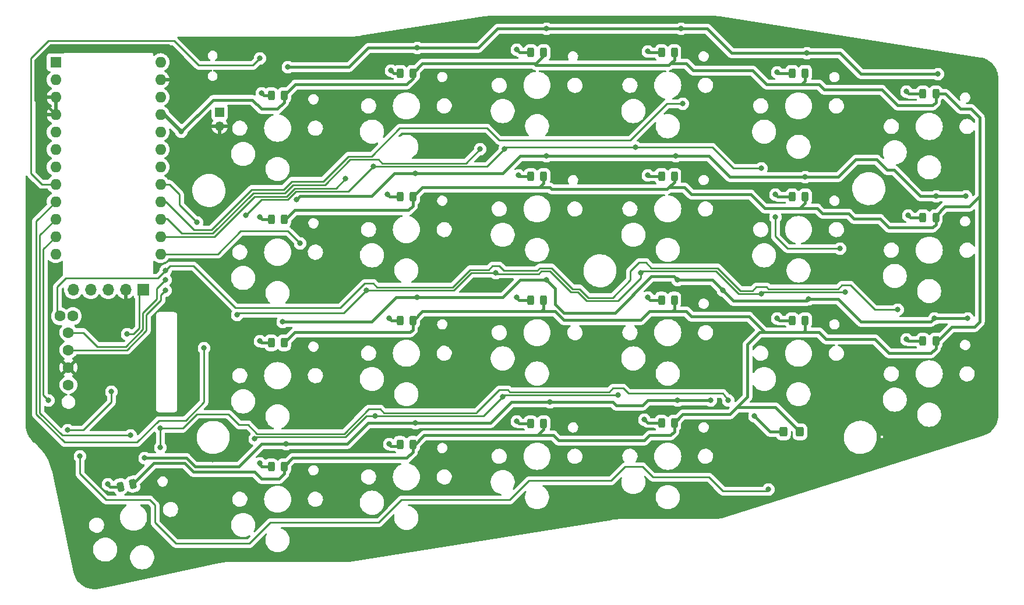
<source format=gtl>
%TF.GenerationSoftware,KiCad,Pcbnew,7.0.5-0*%
%TF.CreationDate,2023-09-10T21:20:09+09:30*%
%TF.ProjectId,Rolio,526f6c69-6f2e-46b6-9963-61645f706362,rev?*%
%TF.SameCoordinates,Original*%
%TF.FileFunction,Copper,L1,Top*%
%TF.FilePolarity,Positive*%
%FSLAX46Y46*%
G04 Gerber Fmt 4.6, Leading zero omitted, Abs format (unit mm)*
G04 Created by KiCad (PCBNEW 7.0.5-0) date 2023-09-10 21:20:09*
%MOMM*%
%LPD*%
G01*
G04 APERTURE LIST*
G04 Aperture macros list*
%AMRoundRect*
0 Rectangle with rounded corners*
0 $1 Rounding radius*
0 $2 $3 $4 $5 $6 $7 $8 $9 X,Y pos of 4 corners*
0 Add a 4 corners polygon primitive as box body*
4,1,4,$2,$3,$4,$5,$6,$7,$8,$9,$2,$3,0*
0 Add four circle primitives for the rounded corners*
1,1,$1+$1,$2,$3*
1,1,$1+$1,$4,$5*
1,1,$1+$1,$6,$7*
1,1,$1+$1,$8,$9*
0 Add four rect primitives between the rounded corners*
20,1,$1+$1,$2,$3,$4,$5,0*
20,1,$1+$1,$4,$5,$6,$7,0*
20,1,$1+$1,$6,$7,$8,$9,0*
20,1,$1+$1,$8,$9,$2,$3,0*%
G04 Aperture macros list end*
%TA.AperFunction,SMDPad,CuDef*%
%ADD10RoundRect,0.243750X-0.243750X-0.456250X0.243750X-0.456250X0.243750X0.456250X-0.243750X0.456250X0*%
%TD*%
%TA.AperFunction,ComponentPad*%
%ADD11R,1.700000X1.700000*%
%TD*%
%TA.AperFunction,ComponentPad*%
%ADD12O,1.700000X1.700000*%
%TD*%
%TA.AperFunction,ComponentPad*%
%ADD13C,1.600000*%
%TD*%
%TA.AperFunction,ComponentPad*%
%ADD14R,1.600000X1.600000*%
%TD*%
%TA.AperFunction,ComponentPad*%
%ADD15O,1.600000X1.600000*%
%TD*%
%TA.AperFunction,ComponentPad*%
%ADD16R,1.350000X1.350000*%
%TD*%
%TA.AperFunction,ComponentPad*%
%ADD17O,1.350000X1.350000*%
%TD*%
%TA.AperFunction,SMDPad,CuDef*%
%ADD18RoundRect,0.250000X-0.325000X-0.450000X0.325000X-0.450000X0.325000X0.450000X-0.325000X0.450000X0*%
%TD*%
%TA.AperFunction,SMDPad,CuDef*%
%ADD19RoundRect,0.243750X-0.143564X-0.496958X0.333283X-0.395601X0.143564X0.496958X-0.333283X0.395601X0*%
%TD*%
%TA.AperFunction,ViaPad*%
%ADD20C,0.800000*%
%TD*%
%TA.AperFunction,Conductor*%
%ADD21C,0.250000*%
%TD*%
%TA.AperFunction,Conductor*%
%ADD22C,0.400000*%
%TD*%
%TA.AperFunction,Conductor*%
%ADD23C,0.600000*%
%TD*%
G04 APERTURE END LIST*
D10*
X120902500Y-38775000D03*
X122777500Y-38775000D03*
X120902500Y-74775000D03*
X122777500Y-74775000D03*
D11*
X64547500Y-73280000D03*
D12*
X62007500Y-73280000D03*
X59467500Y-73280000D03*
X56927500Y-73280000D03*
X54387500Y-73280000D03*
D10*
X139902500Y-38775000D03*
X141777500Y-38775000D03*
X83182500Y-45025000D03*
X85057500Y-45025000D03*
D13*
X53697500Y-79520000D03*
X53697500Y-82060000D03*
X53697500Y-84600000D03*
X53697500Y-87140000D03*
X52472500Y-77130000D03*
X54322500Y-77130000D03*
D10*
X83182500Y-81025000D03*
X85057500Y-81025000D03*
X139902500Y-92675000D03*
X141777500Y-92675000D03*
X139902500Y-56775000D03*
X141777500Y-56775000D03*
X158902500Y-77775000D03*
X160777500Y-77775000D03*
X83182500Y-99025000D03*
X85057500Y-99025000D03*
X177902500Y-80775000D03*
X179777500Y-80775000D03*
X101902500Y-59775000D03*
X103777500Y-59775000D03*
X158902500Y-41775000D03*
X160777500Y-41775000D03*
D14*
X51847500Y-40170000D03*
D15*
X51847500Y-42710000D03*
X51847500Y-45250000D03*
X51847500Y-47790000D03*
X51847500Y-50330000D03*
X51847500Y-52870000D03*
X51847500Y-55410000D03*
X51847500Y-57950000D03*
X51847500Y-60490000D03*
X51847500Y-63030000D03*
X51847500Y-65570000D03*
X51847500Y-68110000D03*
X67087500Y-68110000D03*
X67087500Y-65570000D03*
X67087500Y-63030000D03*
X67087500Y-60490000D03*
X67087500Y-57950000D03*
X67087500Y-55410000D03*
X67087500Y-52870000D03*
X67087500Y-50330000D03*
X67087500Y-47790000D03*
X67087500Y-45250000D03*
X67087500Y-42710000D03*
X67087500Y-40170000D03*
D10*
X101902500Y-95775000D03*
X103777500Y-95775000D03*
X158902500Y-59775000D03*
X160777500Y-59775000D03*
X83182500Y-63070000D03*
X85057500Y-63070000D03*
D16*
X75673500Y-47460000D03*
D17*
X75673500Y-49460000D03*
D10*
X120902500Y-56775000D03*
X122777500Y-56775000D03*
X101902500Y-77775000D03*
X103777500Y-77775000D03*
X101902500Y-41775000D03*
X103777500Y-41775000D03*
X139902500Y-74775000D03*
X141777500Y-74775000D03*
X120902500Y-92775000D03*
X122777500Y-92775000D03*
D18*
X157620000Y-93980000D03*
X160020000Y-93980000D03*
D10*
X177902500Y-44775000D03*
X179777500Y-44775000D03*
D19*
X61241531Y-101951109D03*
X63075557Y-101561275D03*
D10*
X177902500Y-62775000D03*
X179777500Y-62775000D03*
D20*
X81534000Y-39624000D03*
X98044000Y-55372000D03*
X136144000Y-52578000D03*
X154432000Y-55626000D03*
X79502000Y-62484000D03*
X165862000Y-67310000D03*
X117094000Y-52832000D03*
X73406000Y-81788000D03*
X156464000Y-62738000D03*
X115824000Y-70866000D03*
X154432000Y-73914000D03*
X62738000Y-94488000D03*
X166624000Y-73660000D03*
X97028000Y-73406000D03*
X78232000Y-76962000D03*
X136906000Y-70866000D03*
X62230000Y-79756000D03*
X59944000Y-88138000D03*
X53594000Y-93713500D03*
X131064000Y-92964000D03*
X49530000Y-40386000D03*
X52832000Y-38100000D03*
X111252000Y-51562000D03*
X149860000Y-61722000D03*
X74676000Y-98044000D03*
X112776000Y-72898000D03*
X56642000Y-76962000D03*
X70612000Y-48006000D03*
X81534000Y-37846000D03*
X149860000Y-58166000D03*
X57912000Y-76962000D03*
X168402000Y-79248000D03*
X61976000Y-77978000D03*
X149860000Y-43434000D03*
X70104000Y-50292000D03*
X67818000Y-71882000D03*
X67818000Y-73406000D03*
X174244000Y-76200000D03*
X67818000Y-70485000D03*
X67056000Y-93472000D03*
X149606000Y-89408000D03*
X67056000Y-96266000D03*
X72390000Y-63500000D03*
X143002000Y-46228000D03*
X113538000Y-52832000D03*
X93980000Y-57150000D03*
X81788000Y-44704000D03*
X100584000Y-41402000D03*
X87375000Y-66548000D03*
X50800000Y-89408000D03*
X80772000Y-94996000D03*
X98298000Y-91694000D03*
X133604000Y-88646000D03*
X116840000Y-88900000D03*
X118872000Y-38354000D03*
X137922000Y-38608000D03*
X156718000Y-41656000D03*
X175514000Y-44450000D03*
X81534000Y-62738000D03*
X100076000Y-59436000D03*
X119126000Y-56642000D03*
X137922000Y-56642000D03*
X156464000Y-59436000D03*
X175768000Y-62484000D03*
X81534000Y-80772000D03*
X100330000Y-77470000D03*
X118872000Y-74422000D03*
X137922000Y-74422000D03*
X156718000Y-77470000D03*
X175514000Y-80518000D03*
X59436000Y-101600000D03*
X81534000Y-98552000D03*
X100330000Y-95758000D03*
X148844000Y-73406000D03*
X161290000Y-74676000D03*
X104140000Y-56388000D03*
X104140000Y-92710000D03*
X123190000Y-53848000D03*
X161036000Y-38862000D03*
X184404000Y-77470000D03*
X153416000Y-91694000D03*
X86868000Y-60198000D03*
X147066000Y-89408000D03*
X85344000Y-95758000D03*
X142748000Y-35306000D03*
X179832000Y-59690000D03*
X123190000Y-71882000D03*
X85598000Y-40894000D03*
X184150000Y-59690000D03*
X160782000Y-56896000D03*
X180086000Y-41910000D03*
X104394000Y-38100000D03*
X141986000Y-53848000D03*
X104394000Y-74422000D03*
X142240000Y-89408000D03*
X64770000Y-97790000D03*
X142240000Y-71882000D03*
X123190000Y-35306000D03*
X84836000Y-77978000D03*
X123698000Y-89662000D03*
X179578000Y-77470000D03*
X55372000Y-97536000D03*
X155448000Y-102362000D03*
X118872000Y-92456000D03*
X137414000Y-92202000D03*
D21*
X80518000Y-40640000D02*
X81534000Y-39624000D01*
X50800000Y-37084000D02*
X69088000Y-37084000D01*
X48260000Y-39624000D02*
X50800000Y-37084000D01*
X48260000Y-56388000D02*
X48260000Y-39624000D01*
X51847500Y-57950000D02*
X49822000Y-57950000D01*
X72644000Y-40640000D02*
X80518000Y-40640000D01*
X69088000Y-37084000D02*
X72644000Y-40640000D01*
X49822000Y-57950000D02*
X48260000Y-56388000D01*
X73406000Y-89662000D02*
X73406000Y-81788000D01*
X158242000Y-67310000D02*
X165862000Y-67310000D01*
X86781000Y-59015000D02*
X94401000Y-59015000D01*
X85598000Y-60198000D02*
X86781000Y-59015000D01*
X51847500Y-60490000D02*
X49038000Y-63299500D01*
X81788000Y-60198000D02*
X85598000Y-60198000D01*
X79502000Y-62484000D02*
X81788000Y-60198000D01*
X70739000Y-92329000D02*
X73406000Y-89662000D01*
X98044000Y-55372000D02*
X114554000Y-55372000D01*
X117348000Y-52578000D02*
X136144000Y-52578000D01*
X49038000Y-63299500D02*
X49038000Y-91428553D01*
X49038000Y-91428553D02*
X53113447Y-95504000D01*
X66842008Y-92329000D02*
X70739000Y-92329000D01*
X117094000Y-52832000D02*
X117348000Y-52578000D01*
X94401000Y-59015000D02*
X98044000Y-55372000D01*
X147320000Y-52578000D02*
X150368000Y-55626000D01*
X114554000Y-55372000D02*
X117094000Y-52832000D01*
X150368000Y-55626000D02*
X154432000Y-55626000D01*
X136144000Y-52578000D02*
X147320000Y-52578000D01*
X63667008Y-95504000D02*
X66842008Y-92329000D01*
X156464000Y-62738000D02*
X156464000Y-65532000D01*
X156464000Y-65532000D02*
X158242000Y-67310000D01*
X53113447Y-95504000D02*
X63667008Y-95504000D01*
X49538000Y-65339500D02*
X51847500Y-63030000D01*
X129032000Y-74930000D02*
X127762000Y-73660000D01*
X115965000Y-71007000D02*
X115824000Y-70866000D01*
X122033000Y-71007000D02*
X115965000Y-71007000D01*
X133604000Y-74930000D02*
X129032000Y-74930000D01*
X52804553Y-94488000D02*
X49538000Y-91221447D01*
X97028000Y-73406000D02*
X109728000Y-73406000D01*
X62738000Y-94488000D02*
X52804553Y-94488000D01*
X78486000Y-76708000D02*
X93726000Y-76708000D01*
X136906000Y-71628000D02*
X133604000Y-74930000D01*
X166624000Y-73660000D02*
X154686000Y-73660000D01*
X78232000Y-76962000D02*
X78486000Y-76708000D01*
X122428000Y-70612000D02*
X122033000Y-71007000D01*
X49538000Y-91221447D02*
X49538000Y-65339500D01*
X136906000Y-70866000D02*
X136906000Y-71628000D01*
X136906000Y-70866000D02*
X137160000Y-70612000D01*
X126746000Y-73660000D02*
X123698000Y-70612000D01*
X137160000Y-70612000D02*
X147828000Y-70612000D01*
X93726000Y-76708000D02*
X97028000Y-73406000D01*
X123698000Y-70612000D02*
X122428000Y-70612000D01*
X147828000Y-70612000D02*
X151130000Y-73914000D01*
X127762000Y-73660000D02*
X126746000Y-73660000D01*
X112268000Y-70866000D02*
X115824000Y-70866000D01*
X151130000Y-73914000D02*
X154432000Y-73914000D01*
X154686000Y-73660000D02*
X154432000Y-73914000D01*
X109728000Y-73406000D02*
X112268000Y-70866000D01*
X63101788Y-79756000D02*
X64024000Y-78833788D01*
X53594000Y-93713500D02*
X55892500Y-93713500D01*
X55892500Y-93713500D02*
X59944000Y-89662000D01*
X64024000Y-78833788D02*
X64024000Y-73803500D01*
X59944000Y-89662000D02*
X59944000Y-88138000D01*
X62230000Y-79756000D02*
X63101788Y-79756000D01*
D22*
X67087500Y-42710000D02*
X68796000Y-42710000D01*
X70612000Y-48006000D02*
X70612000Y-44526000D01*
X68239000Y-37759000D02*
X51079594Y-37759000D01*
X62007500Y-77946500D02*
X61976000Y-77978000D01*
X68796000Y-42710000D02*
X69342000Y-42164000D01*
X70612000Y-44526000D02*
X68796000Y-42710000D01*
X69342000Y-42164000D02*
X69342000Y-38862000D01*
X69342000Y-38862000D02*
X68239000Y-37759000D01*
X51847500Y-47790000D02*
X51847500Y-45250000D01*
X51079594Y-37759000D02*
X48935000Y-39903594D01*
X62007500Y-73280000D02*
X62007500Y-77946500D01*
X48935000Y-39903594D02*
X48935000Y-45720000D01*
X48935000Y-45720000D02*
X49777500Y-45720000D01*
X49777500Y-45720000D02*
X51847500Y-47790000D01*
X181102000Y-61214000D02*
X184658000Y-61214000D01*
X163830000Y-80518000D02*
X162814000Y-79502000D01*
X141478000Y-76454000D02*
X141777500Y-76154500D01*
X179070000Y-82550000D02*
X172974000Y-82550000D01*
X163576000Y-44196000D02*
X171958000Y-44196000D01*
X103777500Y-79102500D02*
X103777500Y-77775000D01*
X184658000Y-61214000D02*
X186182000Y-59690000D01*
X137414000Y-95250000D02*
X138176000Y-94488000D01*
X160528000Y-79502000D02*
X154178000Y-79502000D01*
X143510000Y-40386000D02*
X144526000Y-41402000D01*
X160274000Y-43434000D02*
X162814000Y-43434000D01*
X103835000Y-77775000D02*
X105156000Y-76454000D01*
X167894000Y-62992000D02*
X171704000Y-62992000D01*
X85091000Y-81025000D02*
X86614000Y-79502000D01*
X103378000Y-79502000D02*
X103777500Y-79102500D01*
X152654000Y-77216000D02*
X144272000Y-77216000D01*
X141777500Y-93934500D02*
X141777500Y-92675000D01*
X81788000Y-46990000D02*
X80452000Y-45654000D01*
X102870000Y-43434000D02*
X86648500Y-43434000D01*
X86614000Y-79502000D02*
X103378000Y-79502000D01*
X121920000Y-94488000D02*
X122777500Y-93630500D01*
X150622000Y-90678000D02*
X152400000Y-88900000D01*
X150876000Y-90424000D02*
X156464000Y-90424000D01*
X121412000Y-40386000D02*
X105166500Y-40386000D01*
X122174000Y-58420000D02*
X121920000Y-58420000D01*
X171704000Y-62992000D02*
X172974000Y-64262000D01*
X105156000Y-76454000D02*
X122428000Y-76454000D01*
X103777500Y-96882500D02*
X102870000Y-97790000D01*
X74742000Y-45654000D02*
X80452000Y-45654000D01*
X122777500Y-39274500D02*
X121666000Y-40386000D01*
X160782000Y-42926000D02*
X160777500Y-42921500D01*
X84074000Y-46990000D02*
X81788000Y-46990000D01*
X152400000Y-88900000D02*
X152400000Y-81280000D01*
X179777500Y-81842500D02*
X179070000Y-82550000D01*
X85090000Y-100076000D02*
X85057500Y-100043500D01*
X162814000Y-79502000D02*
X160528000Y-79502000D01*
X143510000Y-76454000D02*
X141478000Y-76454000D01*
X140970000Y-58420000D02*
X143256000Y-58420000D01*
X140970000Y-58420000D02*
X141777500Y-57612500D01*
X183388000Y-46990000D02*
X181173000Y-44775000D01*
X186182000Y-48260000D02*
X184912000Y-46990000D01*
X144272000Y-77216000D02*
X143510000Y-76454000D01*
X80760000Y-99810000D02*
X81788000Y-100838000D01*
X180083000Y-80775000D02*
X182118000Y-78740000D01*
X156464000Y-90424000D02*
X160020000Y-93980000D01*
X144272000Y-59436000D02*
X152908000Y-59436000D01*
X160777500Y-60710500D02*
X160777500Y-59775000D01*
X121412000Y-40386000D02*
X121666000Y-40640000D01*
X141777500Y-92675000D02*
X143012500Y-91440000D01*
X186182000Y-59690000D02*
X186182000Y-48260000D01*
X121920000Y-58420000D02*
X123698000Y-58420000D01*
X179777500Y-46028500D02*
X179777500Y-44775000D01*
X171958000Y-44196000D02*
X174244000Y-46482000D01*
X123698000Y-58420000D02*
X123952000Y-58674000D01*
X121666000Y-40386000D02*
X121412000Y-40386000D01*
X86292500Y-97790000D02*
X85057500Y-99025000D01*
X141224000Y-94488000D02*
X141777500Y-93934500D01*
X141224000Y-40386000D02*
X141777500Y-39832500D01*
X86648500Y-43434000D02*
X85057500Y-45025000D01*
X152908000Y-59436000D02*
X154940000Y-61468000D01*
X179324000Y-46482000D02*
X179777500Y-46028500D01*
X160020000Y-61468000D02*
X160777500Y-60710500D01*
X105132500Y-58420000D02*
X103777500Y-59775000D01*
X102870000Y-97790000D02*
X86292500Y-97790000D01*
X121920000Y-58420000D02*
X105132500Y-58420000D01*
X154940000Y-61468000D02*
X160020000Y-61468000D01*
X140716000Y-58674000D02*
X140970000Y-58420000D01*
X154178000Y-79502000D02*
X152400000Y-81280000D01*
X149860000Y-91440000D02*
X150622000Y-90678000D01*
X150622000Y-90678000D02*
X150876000Y-90424000D01*
X124968000Y-95250000D02*
X137414000Y-95250000D01*
X66096832Y-98540000D02*
X70555340Y-98540000D01*
X163322000Y-62230000D02*
X167132000Y-62230000D01*
X155194000Y-43434000D02*
X160274000Y-43434000D01*
X174244000Y-46482000D02*
X179324000Y-46482000D01*
X160777500Y-77775000D02*
X160777500Y-79252500D01*
X63075557Y-101561275D02*
X66096832Y-98540000D01*
X179777500Y-80775000D02*
X179777500Y-81842500D01*
X81788000Y-100838000D02*
X84328000Y-100838000D01*
X84328000Y-100838000D02*
X85090000Y-100076000D01*
X141224000Y-40386000D02*
X143510000Y-40386000D01*
X144526000Y-41402000D02*
X153162000Y-41402000D01*
X162560000Y-61468000D02*
X163322000Y-62230000D01*
X103777500Y-41775000D02*
X103777500Y-42526500D01*
X184912000Y-46990000D02*
X183388000Y-46990000D01*
X136906000Y-77724000D02*
X138176000Y-76454000D01*
X153162000Y-41402000D02*
X155194000Y-43434000D01*
X70104000Y-50292000D02*
X74742000Y-45654000D01*
X71825340Y-99810000D02*
X80760000Y-99810000D01*
X105410000Y-94488000D02*
X121920000Y-94488000D01*
X154940000Y-79502000D02*
X152654000Y-77216000D01*
X85266000Y-63070000D02*
X86614000Y-61722000D01*
X179777500Y-62775000D02*
X179777500Y-63808500D01*
X124460000Y-76454000D02*
X125730000Y-77724000D01*
X85057500Y-45025000D02*
X85057500Y-46006500D01*
X186182000Y-77978000D02*
X186182000Y-59690000D01*
X105166500Y-40386000D02*
X103777500Y-41775000D01*
X121666000Y-40640000D02*
X140970000Y-40640000D01*
X162814000Y-43434000D02*
X163576000Y-44196000D01*
X123952000Y-58674000D02*
X140716000Y-58674000D01*
X85057500Y-46006500D02*
X84074000Y-46990000D01*
X172974000Y-64262000D02*
X179324000Y-64262000D01*
X138176000Y-76454000D02*
X141478000Y-76454000D01*
X160274000Y-43434000D02*
X160782000Y-42926000D01*
X185420000Y-78740000D02*
X186182000Y-77978000D01*
X103124000Y-61722000D02*
X103777500Y-61068500D01*
X160777500Y-42921500D02*
X160777500Y-41775000D01*
X170942000Y-80518000D02*
X163830000Y-80518000D01*
X179777500Y-62538500D02*
X181102000Y-61214000D01*
X122777500Y-93630500D02*
X122777500Y-92775000D01*
X143256000Y-58420000D02*
X144272000Y-59436000D01*
X122777500Y-57816500D02*
X122174000Y-58420000D01*
X141777500Y-76154500D02*
X141777500Y-74775000D01*
X160777500Y-79252500D02*
X160528000Y-79502000D01*
X182118000Y-78740000D02*
X185420000Y-78740000D01*
X103777500Y-42526500D02*
X102870000Y-43434000D01*
X122428000Y-76454000D02*
X122777500Y-76104500D01*
X124206000Y-94488000D02*
X124968000Y-95250000D01*
X167132000Y-62230000D02*
X167894000Y-62992000D01*
X122777500Y-76104500D02*
X122777500Y-74775000D01*
X181173000Y-44775000D02*
X179777500Y-44775000D01*
X172974000Y-82550000D02*
X170942000Y-80518000D01*
X179777500Y-80775000D02*
X180083000Y-80775000D01*
X70555340Y-98540000D02*
X71825340Y-99810000D01*
D23*
X70104000Y-50292000D02*
X67602000Y-47790000D01*
D22*
X86614000Y-61722000D02*
X103124000Y-61722000D01*
X103777500Y-96025000D02*
X103777500Y-96882500D01*
X122777500Y-56775000D02*
X122777500Y-57816500D01*
X125730000Y-77724000D02*
X136906000Y-77724000D01*
X103777500Y-61068500D02*
X103777500Y-59775000D01*
X141777500Y-57612500D02*
X141777500Y-56775000D01*
X143012500Y-91440000D02*
X149860000Y-91440000D01*
X160020000Y-61468000D02*
X162560000Y-61468000D01*
X138176000Y-94488000D02*
X141224000Y-94488000D01*
X122428000Y-76454000D02*
X124460000Y-76454000D01*
X85057500Y-100043500D02*
X85057500Y-99025000D01*
X160528000Y-79502000D02*
X154940000Y-79502000D01*
X140970000Y-40640000D02*
X141224000Y-40386000D01*
X103873000Y-96025000D02*
X105410000Y-94488000D01*
X141777500Y-39832500D02*
X141777500Y-38775000D01*
X121920000Y-94488000D02*
X124206000Y-94488000D01*
X179777500Y-63808500D02*
X179324000Y-64262000D01*
D21*
X66548000Y-73152000D02*
X66548000Y-74676000D01*
X62004894Y-81560000D02*
X57912000Y-81560000D01*
X67818000Y-71882000D02*
X66548000Y-73152000D01*
X66548000Y-74676000D02*
X64524000Y-76700000D01*
X55872000Y-79520000D02*
X53697500Y-79520000D01*
X64524000Y-76700000D02*
X64524000Y-79040894D01*
X64524000Y-79040894D02*
X62004894Y-81560000D01*
X57912000Y-81560000D02*
X55872000Y-79520000D01*
X65024000Y-76962000D02*
X65024000Y-79248000D01*
X65024000Y-79248000D02*
X62212000Y-82060000D01*
X67818000Y-73406000D02*
X67155553Y-74068447D01*
X67155553Y-74068447D02*
X67155553Y-74830447D01*
X67155553Y-74830447D02*
X65024000Y-76962000D01*
X62212000Y-82060000D02*
X53697500Y-82060000D01*
X93218000Y-75946000D02*
X96774000Y-72390000D01*
X132834000Y-74430000D02*
X135382000Y-71882000D01*
X52070000Y-72898000D02*
X52070000Y-76727500D01*
X116332000Y-69850000D02*
X116989000Y-70507000D01*
X77978000Y-75946000D02*
X93218000Y-75946000D01*
X98552000Y-72906000D02*
X109520894Y-72906000D01*
X165600000Y-73160000D02*
X166116000Y-72644000D01*
X121825894Y-70507000D02*
X122220893Y-70112000D01*
X67818000Y-70485000D02*
X66675000Y-71628000D01*
X71882000Y-69850000D02*
X77978000Y-75946000D01*
X66675000Y-71628000D02*
X53340000Y-71628000D01*
X114804000Y-70366000D02*
X115320000Y-69850000D01*
X148035106Y-70112000D02*
X151337106Y-73414000D01*
X135382000Y-71882000D02*
X135382000Y-70612000D01*
X123905107Y-70112000D02*
X126953107Y-73160000D01*
X153158000Y-73414000D02*
X153674000Y-72898000D01*
X68453000Y-69850000D02*
X71882000Y-69850000D01*
X127969106Y-73160000D02*
X129239106Y-74430000D01*
X115320000Y-69850000D02*
X116332000Y-69850000D01*
X155194000Y-72898000D02*
X155456000Y-73160000D01*
X155456000Y-73160000D02*
X165600000Y-73160000D01*
X138438000Y-70112000D02*
X148035106Y-70112000D01*
X112060894Y-70366000D02*
X114804000Y-70366000D01*
X170942000Y-76200000D02*
X174244000Y-76200000D01*
X137668000Y-69342000D02*
X138438000Y-70112000D01*
X153674000Y-72898000D02*
X155194000Y-72898000D01*
X53340000Y-71628000D02*
X52070000Y-72898000D01*
X135382000Y-70612000D02*
X136652000Y-69342000D01*
X67818000Y-70485000D02*
X68453000Y-69850000D01*
X98036000Y-72390000D02*
X98552000Y-72906000D01*
X167386000Y-72644000D02*
X170942000Y-76200000D01*
X109520894Y-72906000D02*
X112060894Y-70366000D01*
X129239106Y-74430000D02*
X132834000Y-74430000D01*
X136652000Y-69342000D02*
X137668000Y-69342000D01*
X126953107Y-73160000D02*
X127969106Y-73160000D01*
X151337106Y-73414000D02*
X153158000Y-73414000D01*
X166116000Y-72644000D02*
X167386000Y-72644000D01*
X96774000Y-72390000D02*
X98036000Y-72390000D01*
X116989000Y-70507000D02*
X121825894Y-70507000D01*
X122220893Y-70112000D02*
X123905107Y-70112000D01*
X79836016Y-92964000D02*
X81114016Y-94242000D01*
X99576000Y-91194000D02*
X113030000Y-91194000D01*
X69850000Y-60960000D02*
X69850000Y-59436000D01*
X148844000Y-88392000D02*
X149606000Y-89408000D01*
X67056000Y-93472000D02*
X67056000Y-96266000D01*
X72375114Y-91399992D02*
X76921992Y-91399992D01*
X76921992Y-91399992D02*
X78486000Y-92964000D01*
X132842000Y-87630000D02*
X134338000Y-87630000D01*
X117594000Y-87884000D02*
X117856000Y-88146000D01*
X134338000Y-87630000D02*
X135100000Y-88392000D01*
X113030000Y-91186000D02*
X116332000Y-87884000D01*
X69850000Y-60960000D02*
X72390000Y-63500000D01*
X69850000Y-59436000D02*
X68364000Y-57950000D01*
X135100000Y-88392000D02*
X148844000Y-88392000D01*
X78486000Y-92964000D02*
X79836016Y-92964000D01*
X97336894Y-90678000D02*
X99060000Y-90678000D01*
X81114016Y-94242000D02*
X93772894Y-94242000D01*
X68364000Y-57950000D02*
X67087500Y-57950000D01*
X67056000Y-93472000D02*
X70303106Y-93472000D01*
X116332000Y-87884000D02*
X117594000Y-87884000D01*
X93772894Y-94242000D02*
X97336894Y-90678000D01*
X70303106Y-93472000D02*
X72375114Y-91399992D01*
X132326000Y-88146000D02*
X132842000Y-87630000D01*
X117856000Y-88146000D02*
X132326000Y-88146000D01*
X113030000Y-91194000D02*
X113030000Y-91186000D01*
X99060000Y-90678000D02*
X99576000Y-91194000D01*
X135382000Y-51562000D02*
X116332000Y-51562000D01*
X90748894Y-57515000D02*
X86159682Y-57515000D01*
X143002000Y-46228000D02*
X140716000Y-46228000D01*
X114554000Y-49784000D02*
X101854000Y-49784000D01*
X116332000Y-51562000D02*
X114554000Y-49784000D01*
X84976682Y-58698000D02*
X80349788Y-58698000D01*
X101854000Y-49784000D02*
X97782000Y-53856000D01*
X86159682Y-57515000D02*
X84976682Y-58698000D01*
X97782000Y-53856000D02*
X94407894Y-53856000D01*
X140716000Y-46228000D02*
X135382000Y-51562000D01*
X94407894Y-53856000D02*
X90748894Y-57515000D01*
X71936000Y-64570000D02*
X67856000Y-60490000D01*
X80349788Y-58698000D02*
X74477788Y-64570000D01*
X74477788Y-64570000D02*
X71936000Y-64570000D01*
X67856000Y-60490000D02*
X67087500Y-60490000D01*
X68072000Y-62992000D02*
X70150000Y-65070000D01*
X80556894Y-59198000D02*
X85183788Y-59198000D01*
X111498000Y-54872000D02*
X113538000Y-52832000D01*
X85183788Y-59198000D02*
X86366788Y-58015000D01*
X99322000Y-54872000D02*
X111498000Y-54872000D01*
X94615000Y-54356000D02*
X98806000Y-54356000D01*
X67125500Y-62992000D02*
X68072000Y-62992000D01*
X70150000Y-65070000D02*
X74684894Y-65070000D01*
X86366788Y-58015000D02*
X90956000Y-58015000D01*
X74684894Y-65070000D02*
X80556894Y-59198000D01*
X90956000Y-58015000D02*
X94615000Y-54356000D01*
X98806000Y-54356000D02*
X99322000Y-54872000D01*
X74892000Y-65570000D02*
X67087500Y-65570000D01*
X93980000Y-57150000D02*
X92615000Y-58515000D01*
X80764000Y-59698000D02*
X74892000Y-65570000D01*
X86573894Y-58515000D02*
X85390894Y-59698000D01*
X92615000Y-58515000D02*
X86573894Y-58515000D01*
X85390894Y-59698000D02*
X80764000Y-59698000D01*
D22*
X83182500Y-45025000D02*
X82109000Y-45025000D01*
X82109000Y-45025000D02*
X81788000Y-44704000D01*
X101902500Y-41775000D02*
X100957000Y-41775000D01*
X100957000Y-41775000D02*
X100584000Y-41402000D01*
D21*
X78740000Y-64770000D02*
X75400000Y-68110000D01*
X75400000Y-68110000D02*
X67087500Y-68110000D01*
X87375000Y-66548000D02*
X87375000Y-66547000D01*
X85598000Y-64770000D02*
X78740000Y-64770000D01*
X87375000Y-66547000D02*
X85598000Y-64770000D01*
X97028000Y-91694000D02*
X93980000Y-94742000D01*
X98298000Y-91694000D02*
X97028000Y-91694000D01*
X114046000Y-91694000D02*
X98298000Y-91694000D01*
X50038000Y-67379500D02*
X51847500Y-65570000D01*
X116840000Y-88900000D02*
X114046000Y-91694000D01*
X117094000Y-88646000D02*
X116840000Y-88900000D01*
X93980000Y-94742000D02*
X81026000Y-94742000D01*
X81026000Y-94742000D02*
X80772000Y-94996000D01*
X50800000Y-89408000D02*
X50038000Y-88646000D01*
X133604000Y-88646000D02*
X117094000Y-88646000D01*
X50038000Y-88646000D02*
X50038000Y-67379500D01*
D22*
X119293000Y-38775000D02*
X118872000Y-38354000D01*
X120902500Y-38775000D02*
X119293000Y-38775000D01*
X138089000Y-38775000D02*
X137922000Y-38608000D01*
X139902500Y-38775000D02*
X138089000Y-38775000D01*
X156837000Y-41775000D02*
X156718000Y-41656000D01*
X158902500Y-41775000D02*
X156837000Y-41775000D01*
X177902500Y-44775000D02*
X175839000Y-44775000D01*
X175839000Y-44775000D02*
X175514000Y-44450000D01*
X83182500Y-63070000D02*
X81866000Y-63070000D01*
X81866000Y-63070000D02*
X81534000Y-62738000D01*
X101902500Y-59775000D02*
X100415000Y-59775000D01*
X100415000Y-59775000D02*
X100076000Y-59436000D01*
X119259000Y-56775000D02*
X119126000Y-56642000D01*
X120902500Y-56775000D02*
X119259000Y-56775000D01*
X138055000Y-56775000D02*
X137922000Y-56642000D01*
X139902500Y-56775000D02*
X138055000Y-56775000D01*
X158902500Y-59775000D02*
X156803000Y-59775000D01*
X156803000Y-59775000D02*
X156464000Y-59436000D01*
X176059000Y-62775000D02*
X175768000Y-62484000D01*
X177902500Y-62775000D02*
X176059000Y-62775000D01*
X81787000Y-81025000D02*
X81534000Y-80772000D01*
X83182500Y-81025000D02*
X81787000Y-81025000D01*
X101902500Y-77775000D02*
X100635000Y-77775000D01*
X100635000Y-77775000D02*
X100330000Y-77470000D01*
X120902500Y-74775000D02*
X119225000Y-74775000D01*
X119225000Y-74775000D02*
X118872000Y-74422000D01*
X138275000Y-74775000D02*
X137922000Y-74422000D01*
X139902500Y-74775000D02*
X138275000Y-74775000D01*
X157023000Y-77775000D02*
X156718000Y-77470000D01*
X158902500Y-77775000D02*
X157023000Y-77775000D01*
X177902500Y-80775000D02*
X175771000Y-80775000D01*
X175771000Y-80775000D02*
X175514000Y-80518000D01*
X59787109Y-101951109D02*
X59436000Y-101600000D01*
X61241531Y-101951109D02*
X59787109Y-101951109D01*
X81534000Y-98552000D02*
X81534000Y-98806000D01*
X81753000Y-99025000D02*
X81534000Y-98552000D01*
X83182500Y-99025000D02*
X81753000Y-99025000D01*
X101902500Y-96025000D02*
X100597000Y-96025000D01*
X100597000Y-96025000D02*
X100330000Y-95758000D01*
X173736000Y-55880000D02*
X177546000Y-59690000D01*
X141732000Y-71374000D02*
X142240000Y-71882000D01*
X150114000Y-38862000D02*
X161036000Y-38862000D01*
X116078000Y-35306000D02*
X113284000Y-38100000D01*
X150368000Y-74930000D02*
X161036000Y-74930000D01*
X104140000Y-92710000D02*
X97282000Y-92710000D01*
X123190000Y-53848000D02*
X119380000Y-53848000D01*
X184150000Y-59690000D02*
X179832000Y-59690000D01*
X148844000Y-73406000D02*
X150368000Y-74930000D01*
X125711160Y-76644500D02*
X133159500Y-76644500D01*
X123190000Y-71882000D02*
X124460000Y-73152000D01*
X160782000Y-56896000D02*
X165608000Y-56896000D01*
X123190000Y-35306000D02*
X116078000Y-35306000D01*
X119380000Y-71882000D02*
X116840000Y-74422000D01*
X97790000Y-77978000D02*
X84836000Y-77978000D01*
X137160000Y-90170000D02*
X137922000Y-89408000D01*
X123698000Y-89662000D02*
X132842000Y-89662000D01*
X133159500Y-76644500D02*
X138430000Y-71374000D01*
X149860000Y-56896000D02*
X160782000Y-56896000D01*
X104394000Y-74422000D02*
X101346000Y-74422000D01*
X133350000Y-90170000D02*
X137160000Y-90170000D01*
X138430000Y-71374000D02*
X141732000Y-71374000D01*
X168910000Y-77978000D02*
X179070000Y-77978000D01*
X123190000Y-71882000D02*
X119380000Y-71882000D01*
X116840000Y-74422000D02*
X104394000Y-74422000D01*
X177546000Y-59690000D02*
X179832000Y-59690000D01*
X78486000Y-99060000D02*
X81788000Y-95758000D01*
X97282000Y-38100000D02*
X94488000Y-40894000D01*
X123190000Y-35306000D02*
X142748000Y-35306000D01*
X124460000Y-75393340D02*
X125711160Y-76644500D01*
X123190000Y-53848000D02*
X141986000Y-53848000D01*
X161290000Y-74676000D02*
X165608000Y-74676000D01*
X184404000Y-77470000D02*
X179578000Y-77470000D01*
X168910000Y-41910000D02*
X180086000Y-41910000D01*
X137922000Y-89408000D02*
X142240000Y-89408000D01*
X97282000Y-92710000D02*
X94234000Y-95758000D01*
X97790000Y-59690000D02*
X101092000Y-56388000D01*
X179070000Y-77978000D02*
X179578000Y-77470000D01*
X104394000Y-38100000D02*
X97282000Y-38100000D01*
X157620000Y-93980000D02*
X155702000Y-93980000D01*
X94488000Y-40894000D02*
X85598000Y-40894000D01*
X113284000Y-38100000D02*
X104394000Y-38100000D01*
X142240000Y-89408000D02*
X147066000Y-89408000D01*
X165862000Y-38862000D02*
X168910000Y-41910000D01*
X101346000Y-74422000D02*
X97790000Y-77978000D01*
X115062000Y-92710000D02*
X104140000Y-92710000D01*
X168148000Y-54356000D02*
X171196000Y-54356000D01*
X141986000Y-53848000D02*
X146812000Y-53848000D01*
X123698000Y-89662000D02*
X118110000Y-89662000D01*
X146558000Y-35306000D02*
X150114000Y-38862000D01*
X142240000Y-71882000D02*
X147320000Y-71882000D01*
X116840000Y-56388000D02*
X104140000Y-56388000D01*
X155702000Y-93980000D02*
X153416000Y-91694000D01*
X165608000Y-74676000D02*
X168910000Y-77978000D01*
X86868000Y-60198000D02*
X87376000Y-59690000D01*
X165608000Y-56896000D02*
X168148000Y-54356000D01*
X72136000Y-99060000D02*
X78486000Y-99060000D01*
X142748000Y-35306000D02*
X146558000Y-35306000D01*
X81788000Y-95758000D02*
X85344000Y-95758000D01*
X171196000Y-54356000D02*
X172720000Y-55880000D01*
X64770000Y-97790000D02*
X70866000Y-97790000D01*
X132842000Y-89662000D02*
X133350000Y-90170000D01*
X161036000Y-74930000D02*
X161290000Y-74676000D01*
X146812000Y-53848000D02*
X149860000Y-56896000D01*
X87376000Y-59690000D02*
X97790000Y-59690000D01*
X161036000Y-38862000D02*
X165862000Y-38862000D01*
X172720000Y-55880000D02*
X173736000Y-55880000D01*
X70866000Y-97790000D02*
X72136000Y-99060000D01*
X147320000Y-71882000D02*
X148844000Y-73406000D01*
X124460000Y-73152000D02*
X124460000Y-75393340D01*
X118110000Y-89662000D02*
X115062000Y-92710000D01*
X94234000Y-95758000D02*
X85344000Y-95758000D01*
X119380000Y-53848000D02*
X116840000Y-56388000D01*
X101092000Y-56388000D02*
X104140000Y-56388000D01*
D21*
X117856000Y-103886000D02*
X102108000Y-103886000D01*
X59182000Y-103886000D02*
X55372000Y-100076000D01*
X148844000Y-102616000D02*
X146812000Y-100584000D01*
X155448000Y-102362000D02*
X155194000Y-102616000D01*
X134620000Y-99060000D02*
X132588000Y-101092000D01*
X155194000Y-102616000D02*
X148844000Y-102616000D01*
X137160000Y-99060000D02*
X134620000Y-99060000D01*
X146812000Y-100584000D02*
X138684000Y-100584000D01*
X55372000Y-100076000D02*
X55372000Y-97536000D01*
X66294000Y-104648000D02*
X65532000Y-103886000D01*
X102108000Y-103886000D02*
X98806000Y-107188000D01*
X83058000Y-107188000D02*
X80010000Y-110236000D01*
X65532000Y-103886000D02*
X59182000Y-103886000D01*
X98806000Y-107188000D02*
X83058000Y-107188000D01*
X66294000Y-107188000D02*
X66294000Y-104648000D01*
X132588000Y-101092000D02*
X120650000Y-101092000D01*
X120650000Y-101092000D02*
X117856000Y-103886000D01*
X69342000Y-110236000D02*
X66294000Y-107188000D01*
X138684000Y-100584000D02*
X137160000Y-99060000D01*
X80010000Y-110236000D02*
X69342000Y-110236000D01*
D22*
X120902500Y-92775000D02*
X119191000Y-92775000D01*
X119191000Y-92775000D02*
X118872000Y-92456000D01*
X137887000Y-92675000D02*
X137414000Y-92202000D01*
X139902500Y-92675000D02*
X137887000Y-92675000D01*
%TA.AperFunction,Conductor*%
G36*
X147567562Y-33427111D02*
G01*
X147586059Y-33427593D01*
X147833773Y-33434056D01*
X147836923Y-33434221D01*
X148101636Y-33454985D01*
X148104753Y-33455311D01*
X148368937Y-33489975D01*
X148370471Y-33490197D01*
X148408990Y-33496277D01*
X148408990Y-33496276D01*
X148438372Y-33500914D01*
X148438376Y-33500914D01*
X186227272Y-39465387D01*
X186230349Y-39465954D01*
X186269357Y-39474148D01*
X186537003Y-39530371D01*
X186543028Y-39531958D01*
X186840116Y-39626493D01*
X186845966Y-39628685D01*
X187074621Y-39727819D01*
X187131998Y-39752695D01*
X187137612Y-39755474D01*
X187409679Y-39907696D01*
X187414985Y-39911027D01*
X187526632Y-39989246D01*
X187670305Y-40089904D01*
X187675236Y-40093744D01*
X187763571Y-40170000D01*
X187911223Y-40297464D01*
X187915752Y-40301791D01*
X188129988Y-40528267D01*
X188134058Y-40533030D01*
X188140090Y-40540857D01*
X188322223Y-40777182D01*
X188324356Y-40779949D01*
X188327922Y-40785094D01*
X188482275Y-41033716D01*
X188492363Y-41049965D01*
X188495390Y-41055441D01*
X188628372Y-41327547D01*
X188632271Y-41335525D01*
X188634734Y-41341285D01*
X188742674Y-41633753D01*
X188744543Y-41639732D01*
X188822438Y-41941596D01*
X188823695Y-41947733D01*
X188870751Y-42255900D01*
X188871383Y-42262133D01*
X188887219Y-42575448D01*
X188887298Y-42578578D01*
X188887298Y-91518857D01*
X188887212Y-91522122D01*
X188869994Y-91848661D01*
X188869306Y-91855163D01*
X188818078Y-92176448D01*
X188816710Y-92182842D01*
X188731951Y-92496969D01*
X188729917Y-92503184D01*
X188612575Y-92806633D01*
X188609899Y-92812599D01*
X188590566Y-92850246D01*
X188482160Y-93061344D01*
X188461274Y-93102014D01*
X188457985Y-93107665D01*
X188279724Y-93379835D01*
X188275859Y-93385108D01*
X188069943Y-93637014D01*
X188065544Y-93641851D01*
X187834268Y-93870680D01*
X187829384Y-93875027D01*
X187575307Y-94078250D01*
X187569993Y-94082059D01*
X187295948Y-94257408D01*
X187290263Y-94260637D01*
X186999270Y-94406181D01*
X186993276Y-94408794D01*
X186687782Y-94523206D01*
X186684694Y-94524271D01*
X186664615Y-94530607D01*
X186656539Y-94533154D01*
X186656538Y-94533155D01*
X148636554Y-106529760D01*
X148634282Y-106530430D01*
X148405655Y-106593076D01*
X148401041Y-106594152D01*
X148169480Y-106638934D01*
X148164797Y-106639655D01*
X147930483Y-106666630D01*
X147925767Y-106666991D01*
X147688917Y-106676045D01*
X147686587Y-106676090D01*
X133940579Y-106676090D01*
X133940405Y-106676099D01*
X133766702Y-106676108D01*
X133367529Y-106697253D01*
X132969987Y-106739494D01*
X132797988Y-106767027D01*
X132797947Y-106767032D01*
X132775542Y-106770620D01*
X132773446Y-106770956D01*
X132773440Y-106770957D01*
X132773439Y-106770956D01*
X132772735Y-106771069D01*
X132772616Y-106771089D01*
X132759595Y-106773174D01*
X132736631Y-106776851D01*
X132736621Y-106776852D01*
X94587221Y-112886329D01*
X94585596Y-112886567D01*
X94422777Y-112908237D01*
X94419514Y-112908583D01*
X94327731Y-112915885D01*
X94256621Y-112921542D01*
X94253362Y-112921715D01*
X94089021Y-112926068D01*
X94087379Y-112926090D01*
X77209579Y-112926090D01*
X77209430Y-112926098D01*
X77037820Y-112926098D01*
X76642946Y-112946794D01*
X76642937Y-112946794D01*
X76249674Y-112988126D01*
X76249672Y-112988126D01*
X76249665Y-112988127D01*
X75987435Y-113029656D01*
X75859106Y-113049980D01*
X75694345Y-113084998D01*
X75694152Y-113085040D01*
X75687799Y-113086390D01*
X75687798Y-113086390D01*
X75683699Y-113087261D01*
X75665705Y-113091085D01*
X75665705Y-113091086D01*
X75626695Y-113099377D01*
X75626693Y-113099378D01*
X75618977Y-113101018D01*
X75618976Y-113101017D01*
X60669394Y-116278649D01*
X58173327Y-116809204D01*
X58170142Y-116809794D01*
X57849350Y-116860606D01*
X57842891Y-116861285D01*
X57520170Y-116878200D01*
X57513676Y-116878200D01*
X57190953Y-116861289D01*
X57184494Y-116860610D01*
X57024906Y-116835335D01*
X56865307Y-116810058D01*
X56858967Y-116808710D01*
X56638578Y-116749658D01*
X56546806Y-116725068D01*
X56540634Y-116723063D01*
X56238941Y-116607254D01*
X56233009Y-116604613D01*
X55945060Y-116457897D01*
X55939436Y-116454650D01*
X55668418Y-116278649D01*
X55663164Y-116274832D01*
X55412013Y-116071454D01*
X55407187Y-116067108D01*
X55178680Y-115838600D01*
X55174342Y-115833783D01*
X54970956Y-115582621D01*
X54967148Y-115577379D01*
X54791128Y-115306329D01*
X54787901Y-115300739D01*
X54641183Y-115012783D01*
X54638549Y-115006869D01*
X54522726Y-114705137D01*
X54520731Y-114698996D01*
X54436680Y-114385305D01*
X54435933Y-114382194D01*
X53768735Y-111243274D01*
X57298811Y-111243274D01*
X57314408Y-111346749D01*
X57337915Y-111502702D01*
X57337916Y-111502704D01*
X57337917Y-111502710D01*
X57415249Y-111753413D01*
X57529078Y-111989783D01*
X57529079Y-111989784D01*
X57529081Y-111989787D01*
X57529083Y-111989791D01*
X57599631Y-112093265D01*
X57676878Y-112206566D01*
X57855325Y-112398888D01*
X57855329Y-112398891D01*
X57855330Y-112398892D01*
X58060454Y-112562473D01*
X58287668Y-112693655D01*
X58531895Y-112789507D01*
X58787681Y-112847889D01*
X58787687Y-112847889D01*
X58787690Y-112847890D01*
X58983795Y-112862586D01*
X58983814Y-112862586D01*
X58983817Y-112862587D01*
X58983819Y-112862587D01*
X59114803Y-112862587D01*
X59114805Y-112862587D01*
X59114807Y-112862586D01*
X59114826Y-112862586D01*
X59310931Y-112847890D01*
X59310933Y-112847889D01*
X59310941Y-112847889D01*
X59566727Y-112789507D01*
X59810954Y-112693655D01*
X60038168Y-112562473D01*
X60243292Y-112398892D01*
X60283424Y-112355640D01*
X62646955Y-112355640D01*
X62653474Y-112398888D01*
X62686059Y-112615068D01*
X62686060Y-112615070D01*
X62686061Y-112615076D01*
X62763393Y-112865779D01*
X62877222Y-113102149D01*
X62877223Y-113102150D01*
X62877225Y-113102153D01*
X62877227Y-113102157D01*
X63023795Y-113317133D01*
X63025022Y-113318932D01*
X63203469Y-113511254D01*
X63203473Y-113511257D01*
X63203474Y-113511258D01*
X63408598Y-113674839D01*
X63635812Y-113806021D01*
X63880039Y-113901873D01*
X64135825Y-113960255D01*
X64135831Y-113960255D01*
X64135834Y-113960256D01*
X64331939Y-113974952D01*
X64331958Y-113974952D01*
X64331961Y-113974953D01*
X64331963Y-113974953D01*
X64462947Y-113974953D01*
X64462949Y-113974953D01*
X64462951Y-113974952D01*
X64462970Y-113974952D01*
X64659075Y-113960256D01*
X64659077Y-113960255D01*
X64659085Y-113960255D01*
X64914871Y-113901873D01*
X65159098Y-113806021D01*
X65386312Y-113674839D01*
X65591436Y-113511258D01*
X65769888Y-113318932D01*
X65917683Y-113102157D01*
X66031518Y-112865776D01*
X66108851Y-112615068D01*
X66147955Y-112355635D01*
X66147955Y-112093271D01*
X66108851Y-111833838D01*
X66031518Y-111583130D01*
X65982094Y-111480499D01*
X65917687Y-111346756D01*
X65917686Y-111346755D01*
X65917685Y-111346754D01*
X65917683Y-111346749D01*
X65769888Y-111129974D01*
X65664883Y-111016805D01*
X65591440Y-110937651D01*
X65501793Y-110866160D01*
X65386312Y-110774067D01*
X65159098Y-110642885D01*
X64914871Y-110547033D01*
X64914866Y-110547031D01*
X64914857Y-110547029D01*
X64697273Y-110497367D01*
X64659085Y-110488651D01*
X64659084Y-110488650D01*
X64659080Y-110488650D01*
X64659075Y-110488649D01*
X64462970Y-110473953D01*
X64462949Y-110473953D01*
X64331961Y-110473953D01*
X64331939Y-110473953D01*
X64135834Y-110488649D01*
X64135829Y-110488650D01*
X63880052Y-110547029D01*
X63880033Y-110547035D01*
X63635811Y-110642885D01*
X63408598Y-110774067D01*
X63203469Y-110937651D01*
X63025022Y-111129973D01*
X62877223Y-111346755D01*
X62877222Y-111346756D01*
X62763393Y-111583126D01*
X62686061Y-111833829D01*
X62686060Y-111833834D01*
X62686059Y-111833838D01*
X62671308Y-111931700D01*
X62646955Y-112093265D01*
X62646955Y-112355640D01*
X60283424Y-112355640D01*
X60421744Y-112206566D01*
X60569539Y-111989791D01*
X60683374Y-111753410D01*
X60760707Y-111502702D01*
X60799811Y-111243269D01*
X60799811Y-110980905D01*
X60760707Y-110721472D01*
X60683374Y-110470764D01*
X60635486Y-110371323D01*
X60569543Y-110234390D01*
X60569542Y-110234389D01*
X60569541Y-110234388D01*
X60569539Y-110234383D01*
X60421744Y-110017608D01*
X60411752Y-110006840D01*
X60243296Y-109825285D01*
X60203844Y-109793823D01*
X60038168Y-109661701D01*
X59810954Y-109530519D01*
X59566727Y-109434667D01*
X59566722Y-109434665D01*
X59566713Y-109434663D01*
X59349129Y-109385001D01*
X59310941Y-109376285D01*
X59310940Y-109376284D01*
X59310936Y-109376284D01*
X59310931Y-109376283D01*
X59114826Y-109361587D01*
X59114805Y-109361587D01*
X58983817Y-109361587D01*
X58983795Y-109361587D01*
X58787690Y-109376283D01*
X58787685Y-109376284D01*
X58531908Y-109434663D01*
X58531889Y-109434669D01*
X58287667Y-109530519D01*
X58060454Y-109661701D01*
X57855325Y-109825285D01*
X57676878Y-110017607D01*
X57529079Y-110234389D01*
X57529078Y-110234390D01*
X57415249Y-110470760D01*
X57337917Y-110721463D01*
X57337916Y-110721468D01*
X57337915Y-110721472D01*
X57323875Y-110814617D01*
X57298811Y-110980899D01*
X57298811Y-111243274D01*
X53768735Y-111243274D01*
X52972089Y-107495344D01*
X56675411Y-107495344D01*
X56685420Y-107705448D01*
X56735010Y-107909860D01*
X56784717Y-108018703D01*
X56822388Y-108101193D01*
X56822392Y-108101199D01*
X56944394Y-108272528D01*
X56944399Y-108272533D01*
X57096631Y-108417686D01*
X57273582Y-108531405D01*
X57468856Y-108609582D01*
X57597652Y-108634405D01*
X57675396Y-108649389D01*
X57675397Y-108649389D01*
X57833029Y-108649389D01*
X57833036Y-108649389D01*
X57989957Y-108634405D01*
X58191779Y-108575145D01*
X58378738Y-108478760D01*
X58544078Y-108348736D01*
X58681823Y-108189770D01*
X58786994Y-108007608D01*
X58855790Y-107808835D01*
X58885725Y-107600634D01*
X58875716Y-107390530D01*
X58826126Y-107186118D01*
X58738747Y-106994784D01*
X58738743Y-106994778D01*
X58616741Y-106823449D01*
X58616735Y-106823443D01*
X58498697Y-106710894D01*
X58464505Y-106678292D01*
X58287554Y-106564573D01*
X58287552Y-106564572D01*
X58092289Y-106486399D01*
X58092282Y-106486396D01*
X58092280Y-106486396D01*
X58092277Y-106486395D01*
X58092276Y-106486395D01*
X57885740Y-106446589D01*
X57885739Y-106446589D01*
X57728100Y-106446589D01*
X57571178Y-106461573D01*
X57571179Y-106461573D01*
X57571175Y-106461574D01*
X57369359Y-106520832D01*
X57182399Y-106617217D01*
X57017058Y-106747241D01*
X57017057Y-106747242D01*
X56879317Y-106906203D01*
X56879308Y-106906214D01*
X56774142Y-107088368D01*
X56705347Y-107287137D01*
X56705346Y-107287142D01*
X56705346Y-107287143D01*
X56675411Y-107495344D01*
X52972089Y-107495344D01*
X51439378Y-100284504D01*
X51338920Y-99811887D01*
X51338838Y-99811589D01*
X51298862Y-99623659D01*
X51290383Y-99583797D01*
X51290380Y-99583788D01*
X51290379Y-99583781D01*
X51148136Y-99085459D01*
X50972066Y-98598061D01*
X50899278Y-98432973D01*
X50763009Y-98123903D01*
X50763005Y-98123895D01*
X50762998Y-98123879D01*
X50521915Y-97665146D01*
X50277775Y-97269148D01*
X50249960Y-97224032D01*
X50249957Y-97224028D01*
X50249951Y-97224018D01*
X49948386Y-96802573D01*
X49618639Y-96402792D01*
X49618635Y-96402788D01*
X49618632Y-96402784D01*
X49262270Y-96026565D01*
X49262257Y-96026552D01*
X48880937Y-95675643D01*
X48880931Y-95675638D01*
X48719144Y-95546022D01*
X48719078Y-95545958D01*
X48679914Y-95514593D01*
X48677555Y-95512605D01*
X48446557Y-95307944D01*
X48442148Y-95303628D01*
X48233664Y-95078156D01*
X48229705Y-95073423D01*
X48044660Y-94828371D01*
X48041191Y-94823268D01*
X47929297Y-94639642D01*
X47881400Y-94561040D01*
X47878458Y-94555622D01*
X47745506Y-94278813D01*
X47743114Y-94273125D01*
X47732082Y-94242739D01*
X47638310Y-93984461D01*
X47636504Y-93978588D01*
X47631735Y-93959816D01*
X47560896Y-93680953D01*
X47559679Y-93674911D01*
X47553980Y-93637014D01*
X47514014Y-93371253D01*
X47513402Y-93365120D01*
X47498077Y-93057385D01*
X47498000Y-93054301D01*
X47498000Y-56784992D01*
X47517685Y-56717953D01*
X47570489Y-56672198D01*
X47639647Y-56662254D01*
X47703203Y-56691279D01*
X47722316Y-56712105D01*
X47726565Y-56717953D01*
X47734900Y-56729427D01*
X47738107Y-56734308D01*
X47761828Y-56774417D01*
X47761833Y-56774424D01*
X47775990Y-56788580D01*
X47788628Y-56803376D01*
X47800292Y-56819431D01*
X47800406Y-56819587D01*
X47829979Y-56844052D01*
X47836309Y-56849288D01*
X47840620Y-56853210D01*
X48581730Y-57594320D01*
X49321194Y-58333784D01*
X49331019Y-58346048D01*
X49331240Y-58345866D01*
X49336210Y-58351874D01*
X49385949Y-58398582D01*
X49387316Y-58399906D01*
X49407530Y-58420120D01*
X49413004Y-58424366D01*
X49417442Y-58428156D01*
X49451418Y-58460062D01*
X49451422Y-58460064D01*
X49468973Y-58469713D01*
X49485231Y-58480392D01*
X49501064Y-58492674D01*
X49523015Y-58502172D01*
X49543837Y-58511183D01*
X49549081Y-58513752D01*
X49589908Y-58536197D01*
X49609312Y-58541179D01*
X49627710Y-58547478D01*
X49646105Y-58555438D01*
X49692129Y-58562726D01*
X49697832Y-58563907D01*
X49742981Y-58575500D01*
X49763016Y-58575500D01*
X49782413Y-58577026D01*
X49802196Y-58580160D01*
X49848583Y-58575775D01*
X49854422Y-58575500D01*
X50633312Y-58575500D01*
X50700351Y-58595185D01*
X50734887Y-58628377D01*
X50847454Y-58789141D01*
X51008358Y-58950045D01*
X51033649Y-58967754D01*
X51194766Y-59080568D01*
X51252007Y-59107260D01*
X51252775Y-59107618D01*
X51305214Y-59153791D01*
X51324366Y-59220984D01*
X51304150Y-59287865D01*
X51252775Y-59332382D01*
X51194767Y-59359431D01*
X51194765Y-59359432D01*
X51008358Y-59489954D01*
X50847454Y-59650858D01*
X50716932Y-59837265D01*
X50716931Y-59837267D01*
X50620761Y-60043502D01*
X50620758Y-60043511D01*
X50561866Y-60263302D01*
X50561864Y-60263313D01*
X50543291Y-60475613D01*
X50542032Y-60490000D01*
X50556081Y-60650586D01*
X50561865Y-60716691D01*
X50561866Y-60716697D01*
X50580180Y-60785048D01*
X50578517Y-60854897D01*
X50548086Y-60904821D01*
X48654208Y-62798699D01*
X48641951Y-62808520D01*
X48642134Y-62808741D01*
X48636122Y-62813714D01*
X48589432Y-62863432D01*
X48588079Y-62864829D01*
X48567889Y-62885019D01*
X48567877Y-62885032D01*
X48563621Y-62890517D01*
X48559837Y-62894947D01*
X48527937Y-62928918D01*
X48527936Y-62928920D01*
X48518284Y-62946476D01*
X48507610Y-62962726D01*
X48495329Y-62978561D01*
X48495324Y-62978568D01*
X48476815Y-63021338D01*
X48474245Y-63026584D01*
X48451803Y-63067406D01*
X48446822Y-63086807D01*
X48440521Y-63105210D01*
X48432562Y-63123602D01*
X48432561Y-63123605D01*
X48425271Y-63169627D01*
X48424087Y-63175346D01*
X48412501Y-63220472D01*
X48412500Y-63220482D01*
X48412500Y-63240516D01*
X48410973Y-63259915D01*
X48407840Y-63279694D01*
X48407840Y-63279695D01*
X48412225Y-63326083D01*
X48412500Y-63331921D01*
X48412500Y-91345808D01*
X48410775Y-91361425D01*
X48411061Y-91361452D01*
X48410326Y-91369219D01*
X48412469Y-91437399D01*
X48412500Y-91439346D01*
X48412500Y-91467896D01*
X48412501Y-91467913D01*
X48413368Y-91474784D01*
X48413826Y-91480603D01*
X48415290Y-91527177D01*
X48415291Y-91527180D01*
X48420880Y-91546420D01*
X48424824Y-91565464D01*
X48427336Y-91585345D01*
X48444490Y-91628672D01*
X48446382Y-91634200D01*
X48457320Y-91671849D01*
X48459382Y-91678943D01*
X48468286Y-91694000D01*
X48469580Y-91696187D01*
X48478136Y-91713653D01*
X48485514Y-91732285D01*
X48512285Y-91769133D01*
X48512898Y-91769976D01*
X48516106Y-91774860D01*
X48539827Y-91814969D01*
X48539833Y-91814977D01*
X48553990Y-91829133D01*
X48566627Y-91843928D01*
X48578406Y-91860140D01*
X48608222Y-91884806D01*
X48614309Y-91889841D01*
X48618620Y-91893763D01*
X51614145Y-94889289D01*
X52612644Y-95887788D01*
X52622469Y-95900051D01*
X52622690Y-95899869D01*
X52627658Y-95905874D01*
X52677379Y-95952566D01*
X52678779Y-95953923D01*
X52698970Y-95974115D01*
X52698974Y-95974118D01*
X52698976Y-95974120D01*
X52704458Y-95978373D01*
X52708890Y-95982157D01*
X52742865Y-96014062D01*
X52760423Y-96023714D01*
X52776682Y-96034395D01*
X52792511Y-96046673D01*
X52835285Y-96065182D01*
X52840503Y-96067738D01*
X52881355Y-96090197D01*
X52900763Y-96095180D01*
X52919164Y-96101480D01*
X52937551Y-96109437D01*
X52980935Y-96116308D01*
X52983566Y-96116725D01*
X52989286Y-96117909D01*
X53034428Y-96129500D01*
X53054463Y-96129500D01*
X53073861Y-96131026D01*
X53093641Y-96134159D01*
X53093642Y-96134160D01*
X53093642Y-96134159D01*
X53093643Y-96134160D01*
X53140030Y-96129775D01*
X53145869Y-96129500D01*
X63584265Y-96129500D01*
X63599885Y-96131224D01*
X63599912Y-96130939D01*
X63607674Y-96131673D01*
X63607674Y-96131672D01*
X63607675Y-96131673D01*
X63611007Y-96131568D01*
X63675855Y-96129531D01*
X63677802Y-96129500D01*
X63706355Y-96129500D01*
X63706358Y-96129500D01*
X63713236Y-96128630D01*
X63719049Y-96128172D01*
X63765635Y-96126709D01*
X63784877Y-96121117D01*
X63803920Y-96117174D01*
X63823800Y-96114664D01*
X63867130Y-96097507D01*
X63872654Y-96095617D01*
X63876404Y-96094527D01*
X63917398Y-96082618D01*
X63934637Y-96072422D01*
X63952111Y-96063862D01*
X63970735Y-96056488D01*
X63970735Y-96056487D01*
X63970740Y-96056486D01*
X64008457Y-96029082D01*
X64013313Y-96025892D01*
X64053428Y-96002170D01*
X64067597Y-95987999D01*
X64082387Y-95975368D01*
X64098595Y-95963594D01*
X64128307Y-95927676D01*
X64132220Y-95923376D01*
X66109610Y-93945986D01*
X66170931Y-93912503D01*
X66240623Y-93917487D01*
X66296556Y-93959359D01*
X66304673Y-93971665D01*
X66321614Y-94001006D01*
X66323467Y-94004216D01*
X66398648Y-94087713D01*
X66428878Y-94150704D01*
X66430498Y-94170685D01*
X66430498Y-95567312D01*
X66410813Y-95634351D01*
X66398649Y-95650283D01*
X66323470Y-95733778D01*
X66323465Y-95733785D01*
X66228821Y-95897715D01*
X66228818Y-95897722D01*
X66172054Y-96072426D01*
X66170326Y-96077744D01*
X66150540Y-96266000D01*
X66170326Y-96454256D01*
X66170327Y-96454259D01*
X66228818Y-96634277D01*
X66228821Y-96634284D01*
X66323467Y-96798216D01*
X66377129Y-96857813D01*
X66399382Y-96882528D01*
X66429612Y-96945519D01*
X66420987Y-97014855D01*
X66376245Y-97068520D01*
X66309593Y-97089478D01*
X66307232Y-97089500D01*
X65378156Y-97089500D01*
X65311117Y-97069815D01*
X65305271Y-97065818D01*
X65222734Y-97005851D01*
X65222729Y-97005848D01*
X65049807Y-96928857D01*
X65049802Y-96928855D01*
X64904000Y-96897865D01*
X64864646Y-96889500D01*
X64675354Y-96889500D01*
X64642897Y-96896398D01*
X64490197Y-96928855D01*
X64490192Y-96928857D01*
X64317270Y-97005848D01*
X64317265Y-97005851D01*
X64164129Y-97117111D01*
X64037466Y-97257785D01*
X63942821Y-97421715D01*
X63942818Y-97421722D01*
X63885821Y-97597143D01*
X63884326Y-97601744D01*
X63864540Y-97790000D01*
X63884326Y-97978256D01*
X63884327Y-97978259D01*
X63942818Y-98158277D01*
X63942821Y-98158284D01*
X64037467Y-98322216D01*
X64148565Y-98445602D01*
X64164129Y-98462888D01*
X64317265Y-98574148D01*
X64317270Y-98574151D01*
X64490192Y-98651142D01*
X64490197Y-98651144D01*
X64675354Y-98690500D01*
X64675355Y-98690500D01*
X64681711Y-98691851D01*
X64681169Y-98694397D01*
X64735048Y-98716543D01*
X64775053Y-98773827D01*
X64777736Y-98843645D01*
X64745186Y-98900987D01*
X63361669Y-100284504D01*
X63300346Y-100317989D01*
X63260312Y-100320067D01*
X63214756Y-100315011D01*
X63112896Y-100326017D01*
X63112886Y-100326019D01*
X62539033Y-100447995D01*
X62539010Y-100448001D01*
X62441484Y-100479377D01*
X62291327Y-100567239D01*
X62291323Y-100567243D01*
X62165470Y-100687369D01*
X62165469Y-100687371D01*
X62070715Y-100833280D01*
X62070714Y-100833282D01*
X62070433Y-100834070D01*
X62070094Y-100834535D01*
X62067512Y-100839753D01*
X62066620Y-100839311D01*
X62029331Y-100890571D01*
X61964207Y-100915881D01*
X61895737Y-100901965D01*
X61869082Y-100881811D01*
X61868960Y-100881959D01*
X61865679Y-100879238D01*
X61863971Y-100877947D01*
X61863399Y-100877347D01*
X61863397Y-100877346D01*
X61717489Y-100782592D01*
X61661436Y-100762559D01*
X61553654Y-100724038D01*
X61553653Y-100724037D01*
X61553648Y-100724036D01*
X61380737Y-100704846D01*
X61380728Y-100704845D01*
X61278870Y-100715851D01*
X61278860Y-100715853D01*
X60705007Y-100837829D01*
X60704984Y-100837835D01*
X60607458Y-100869211D01*
X60457301Y-100957073D01*
X60457297Y-100957077D01*
X60340738Y-101068333D01*
X60278652Y-101100382D01*
X60209095Y-101093777D01*
X60162971Y-101061607D01*
X60098153Y-100989620D01*
X60041871Y-100927112D01*
X60026413Y-100915881D01*
X59888734Y-100815851D01*
X59888729Y-100815848D01*
X59715807Y-100738857D01*
X59715802Y-100738855D01*
X59555792Y-100704845D01*
X59530646Y-100699500D01*
X59341354Y-100699500D01*
X59316208Y-100704845D01*
X59156197Y-100738855D01*
X59156192Y-100738857D01*
X58983270Y-100815848D01*
X58983265Y-100815851D01*
X58830129Y-100927111D01*
X58703466Y-101067785D01*
X58608821Y-101231715D01*
X58608818Y-101231722D01*
X58550507Y-101411187D01*
X58550326Y-101411744D01*
X58530540Y-101600000D01*
X58550326Y-101788256D01*
X58550327Y-101788259D01*
X58608818Y-101968277D01*
X58608821Y-101968284D01*
X58703467Y-102132216D01*
X58769220Y-102205242D01*
X58830129Y-102272888D01*
X58983265Y-102384148D01*
X58983270Y-102384151D01*
X59156192Y-102461142D01*
X59156193Y-102461142D01*
X59156197Y-102461144D01*
X59328567Y-102497782D01*
X59379259Y-102521461D01*
X59422048Y-102554984D01*
X59422050Y-102554986D01*
X59431289Y-102559144D01*
X59450835Y-102570167D01*
X59459179Y-102575927D01*
X59513435Y-102596503D01*
X59517161Y-102597916D01*
X59520623Y-102599350D01*
X59531712Y-102604340D01*
X59577177Y-102624803D01*
X59587139Y-102626628D01*
X59608760Y-102632655D01*
X59615041Y-102635037D01*
X59618237Y-102636249D01*
X59634980Y-102638282D01*
X59679798Y-102643724D01*
X59683495Y-102644286D01*
X59744503Y-102655466D01*
X59744504Y-102655465D01*
X59744505Y-102655466D01*
X59806402Y-102651722D01*
X59810146Y-102651609D01*
X60290019Y-102651609D01*
X60357058Y-102671294D01*
X60402813Y-102724098D01*
X60408062Y-102737638D01*
X60411670Y-102748855D01*
X60411672Y-102748859D01*
X60499533Y-102899014D01*
X60499534Y-102899015D01*
X60499536Y-102899018D01*
X60510308Y-102910303D01*
X60619661Y-103024869D01*
X60631420Y-103032505D01*
X60676922Y-103085526D01*
X60686536Y-103154732D01*
X60657209Y-103218148D01*
X60598252Y-103255642D01*
X60563884Y-103260500D01*
X59492452Y-103260500D01*
X59425413Y-103240815D01*
X59404771Y-103224181D01*
X57722039Y-101541449D01*
X56033816Y-99853225D01*
X56000333Y-99791905D01*
X55997500Y-99765556D01*
X55997500Y-98234686D01*
X56017185Y-98167647D01*
X56029350Y-98151715D01*
X56047891Y-98131122D01*
X56104533Y-98068216D01*
X56199179Y-97904284D01*
X56257674Y-97724256D01*
X56277460Y-97536000D01*
X56257674Y-97347744D01*
X56199179Y-97167716D01*
X56104533Y-97003784D01*
X55977871Y-96863112D01*
X55975420Y-96861331D01*
X55824734Y-96751851D01*
X55824729Y-96751848D01*
X55651807Y-96674857D01*
X55651802Y-96674855D01*
X55506000Y-96643865D01*
X55466646Y-96635500D01*
X55277354Y-96635500D01*
X55244897Y-96642398D01*
X55092197Y-96674855D01*
X55092192Y-96674857D01*
X54919270Y-96751848D01*
X54919265Y-96751851D01*
X54766129Y-96863111D01*
X54639466Y-97003785D01*
X54544821Y-97167715D01*
X54544818Y-97167722D01*
X54498278Y-97310959D01*
X54486326Y-97347744D01*
X54466540Y-97536000D01*
X54486326Y-97724256D01*
X54486327Y-97724259D01*
X54544818Y-97904277D01*
X54544821Y-97904284D01*
X54639467Y-98068216D01*
X54672663Y-98105083D01*
X54714650Y-98151715D01*
X54744880Y-98214706D01*
X54746500Y-98234687D01*
X54746500Y-99993255D01*
X54744775Y-100008872D01*
X54745061Y-100008899D01*
X54744326Y-100016666D01*
X54746469Y-100084846D01*
X54746500Y-100086793D01*
X54746500Y-100115343D01*
X54746501Y-100115360D01*
X54747368Y-100122231D01*
X54747826Y-100128050D01*
X54749290Y-100174624D01*
X54749291Y-100174627D01*
X54754880Y-100193867D01*
X54758824Y-100212911D01*
X54761336Y-100232792D01*
X54768548Y-100251008D01*
X54778490Y-100276119D01*
X54780382Y-100281647D01*
X54793273Y-100326017D01*
X54793382Y-100326390D01*
X54800357Y-100338185D01*
X54803580Y-100343634D01*
X54812136Y-100361100D01*
X54816667Y-100372541D01*
X54819514Y-100379732D01*
X54846898Y-100417423D01*
X54850106Y-100422307D01*
X54873827Y-100462416D01*
X54873833Y-100462424D01*
X54887990Y-100476580D01*
X54900627Y-100491375D01*
X54903261Y-100495000D01*
X54909202Y-100503178D01*
X54912406Y-100507587D01*
X54942077Y-100532133D01*
X54948309Y-100537288D01*
X54952620Y-100541210D01*
X56831629Y-102420219D01*
X58681194Y-104269784D01*
X58691019Y-104282048D01*
X58691240Y-104281866D01*
X58696210Y-104287874D01*
X58745949Y-104334582D01*
X58747316Y-104335906D01*
X58767530Y-104356120D01*
X58773004Y-104360366D01*
X58777442Y-104364156D01*
X58811418Y-104396062D01*
X58814234Y-104397610D01*
X58828973Y-104405713D01*
X58845231Y-104416392D01*
X58861064Y-104428674D01*
X58883015Y-104438172D01*
X58903837Y-104447183D01*
X58909081Y-104449752D01*
X58949908Y-104472197D01*
X58969312Y-104477179D01*
X58987710Y-104483478D01*
X59006105Y-104491438D01*
X59052129Y-104498726D01*
X59057832Y-104499907D01*
X59102981Y-104511500D01*
X59123016Y-104511500D01*
X59142413Y-104513026D01*
X59162196Y-104516160D01*
X59208583Y-104511775D01*
X59214422Y-104511500D01*
X62041113Y-104511500D01*
X62108152Y-104531185D01*
X62153907Y-104583989D01*
X62163851Y-104653147D01*
X62134826Y-104716703D01*
X62100541Y-104744332D01*
X62095306Y-104747190D01*
X62095304Y-104747191D01*
X61870299Y-104915627D01*
X61870281Y-104915643D01*
X61671548Y-105114376D01*
X61671532Y-105114394D01*
X61503096Y-105339399D01*
X61503091Y-105339407D01*
X61368390Y-105586094D01*
X61368388Y-105586098D01*
X61270159Y-105849463D01*
X61210414Y-106124103D01*
X61210413Y-106124110D01*
X61190361Y-106404473D01*
X61190361Y-106404476D01*
X61210413Y-106684839D01*
X61210414Y-106684846D01*
X61268832Y-106953385D01*
X61270161Y-106959493D01*
X61317759Y-107087108D01*
X61368388Y-107222851D01*
X61368390Y-107222855D01*
X61503091Y-107469542D01*
X61503096Y-107469550D01*
X61671532Y-107694555D01*
X61671548Y-107694573D01*
X61870281Y-107893306D01*
X61870299Y-107893322D01*
X62095304Y-108061758D01*
X62095312Y-108061763D01*
X62341999Y-108196464D01*
X62342003Y-108196466D01*
X62342005Y-108196467D01*
X62605362Y-108294694D01*
X62880017Y-108354442D01*
X63090205Y-108369475D01*
X63230555Y-108369475D01*
X63440743Y-108354442D01*
X63715398Y-108294694D01*
X63978755Y-108196467D01*
X64225453Y-108061760D01*
X64450468Y-107893316D01*
X64649221Y-107694563D01*
X64817665Y-107469548D01*
X64952372Y-107222850D01*
X65050599Y-106959493D01*
X65110347Y-106684838D01*
X65130399Y-106404475D01*
X65110347Y-106124112D01*
X65050599Y-105849457D01*
X64952372Y-105586100D01*
X64944668Y-105571992D01*
X64817668Y-105339407D01*
X64817663Y-105339399D01*
X64649227Y-105114394D01*
X64649211Y-105114376D01*
X64450478Y-104915643D01*
X64450460Y-104915627D01*
X64225455Y-104747191D01*
X64225453Y-104747190D01*
X64220219Y-104744332D01*
X64170814Y-104694926D01*
X64155963Y-104626653D01*
X64180381Y-104561189D01*
X64236314Y-104519318D01*
X64279647Y-104511500D01*
X65221548Y-104511500D01*
X65288587Y-104531185D01*
X65309229Y-104547819D01*
X65632181Y-104870771D01*
X65665666Y-104932094D01*
X65668500Y-104958452D01*
X65668500Y-107105255D01*
X65666775Y-107120872D01*
X65667061Y-107120899D01*
X65666326Y-107128666D01*
X65668469Y-107196846D01*
X65668500Y-107198793D01*
X65668500Y-107227343D01*
X65668501Y-107227360D01*
X65669368Y-107234231D01*
X65669826Y-107240050D01*
X65671290Y-107286624D01*
X65671291Y-107286627D01*
X65676880Y-107305867D01*
X65680824Y-107324911D01*
X65683336Y-107344792D01*
X65688448Y-107357704D01*
X65700490Y-107388119D01*
X65702382Y-107393647D01*
X65715381Y-107438388D01*
X65725580Y-107455634D01*
X65734138Y-107473103D01*
X65741514Y-107491732D01*
X65768898Y-107529423D01*
X65772106Y-107534307D01*
X65795827Y-107574416D01*
X65795833Y-107574424D01*
X65809990Y-107588580D01*
X65822628Y-107603376D01*
X65834405Y-107619586D01*
X65834406Y-107619587D01*
X65870309Y-107649288D01*
X65874620Y-107653210D01*
X68239016Y-110017607D01*
X68841197Y-110619788D01*
X68851022Y-110632051D01*
X68851243Y-110631869D01*
X68856211Y-110637874D01*
X68905932Y-110684566D01*
X68907332Y-110685923D01*
X68927523Y-110706115D01*
X68927527Y-110706118D01*
X68927529Y-110706120D01*
X68933011Y-110710373D01*
X68937443Y-110714157D01*
X68971418Y-110746062D01*
X68988976Y-110755714D01*
X69005233Y-110766393D01*
X69021064Y-110778673D01*
X69040737Y-110787186D01*
X69063833Y-110797182D01*
X69069077Y-110799750D01*
X69109908Y-110822197D01*
X69118797Y-110824479D01*
X69129305Y-110827177D01*
X69147719Y-110833481D01*
X69166104Y-110841438D01*
X69212157Y-110848732D01*
X69217826Y-110849906D01*
X69262981Y-110861500D01*
X69283016Y-110861500D01*
X69302413Y-110863026D01*
X69322196Y-110866160D01*
X69368583Y-110861775D01*
X69374422Y-110861500D01*
X79927257Y-110861500D01*
X79942877Y-110863224D01*
X79942904Y-110862939D01*
X79950666Y-110863673D01*
X79950666Y-110863672D01*
X79950667Y-110863673D01*
X79953999Y-110863568D01*
X80018847Y-110861531D01*
X80020794Y-110861500D01*
X80049347Y-110861500D01*
X80049350Y-110861500D01*
X80056228Y-110860630D01*
X80062041Y-110860172D01*
X80108627Y-110858709D01*
X80127869Y-110853117D01*
X80146912Y-110849174D01*
X80166792Y-110846664D01*
X80210122Y-110829507D01*
X80215646Y-110827617D01*
X80226447Y-110824479D01*
X80260390Y-110814618D01*
X80277629Y-110804422D01*
X80295103Y-110795862D01*
X80313727Y-110788488D01*
X80313727Y-110788487D01*
X80313732Y-110788486D01*
X80351449Y-110761082D01*
X80356305Y-110757892D01*
X80396420Y-110734170D01*
X80410589Y-110719999D01*
X80425379Y-110707368D01*
X80441587Y-110695594D01*
X80471299Y-110659676D01*
X80475212Y-110655376D01*
X82343766Y-108786823D01*
X82405089Y-108753339D01*
X82474781Y-108758323D01*
X82530714Y-108800195D01*
X82555131Y-108865659D01*
X82543167Y-108928306D01*
X82465938Y-109088673D01*
X82388606Y-109339376D01*
X82388605Y-109339381D01*
X82388604Y-109339385D01*
X82383042Y-109376285D01*
X82349500Y-109598812D01*
X82349500Y-109861187D01*
X82369794Y-109995823D01*
X82388604Y-110120615D01*
X82388605Y-110120617D01*
X82388606Y-110120623D01*
X82465938Y-110371326D01*
X82579767Y-110607696D01*
X82579768Y-110607697D01*
X82579770Y-110607700D01*
X82579772Y-110607704D01*
X82687966Y-110766395D01*
X82727567Y-110824479D01*
X82906014Y-111016801D01*
X82906018Y-111016804D01*
X82906019Y-111016805D01*
X83111143Y-111180386D01*
X83338357Y-111311568D01*
X83582584Y-111407420D01*
X83838370Y-111465802D01*
X83838376Y-111465802D01*
X83838379Y-111465803D01*
X84034484Y-111480499D01*
X84034503Y-111480499D01*
X84034506Y-111480500D01*
X84034508Y-111480500D01*
X84165492Y-111480500D01*
X84165494Y-111480500D01*
X84165496Y-111480499D01*
X84165515Y-111480499D01*
X84361620Y-111465803D01*
X84361622Y-111465802D01*
X84361630Y-111465802D01*
X84617416Y-111407420D01*
X84861643Y-111311568D01*
X85088857Y-111180386D01*
X85293981Y-111016805D01*
X85472433Y-110824479D01*
X85620228Y-110607704D01*
X85734063Y-110371323D01*
X85811396Y-110120615D01*
X85850500Y-109861182D01*
X85850500Y-109598818D01*
X85811396Y-109339385D01*
X85734063Y-109088677D01*
X85681913Y-108980386D01*
X85620232Y-108852303D01*
X85620231Y-108852302D01*
X85620230Y-108852301D01*
X85620228Y-108852296D01*
X85472433Y-108635521D01*
X85448365Y-108609582D01*
X85293985Y-108443198D01*
X85182687Y-108354441D01*
X85088857Y-108279614D01*
X84861643Y-108148432D01*
X84861644Y-108148432D01*
X84717642Y-108091915D01*
X84618301Y-108052927D01*
X84563088Y-108010112D01*
X84539787Y-107944242D01*
X84555798Y-107876232D01*
X84606036Y-107827673D01*
X84663604Y-107813500D01*
X98723257Y-107813500D01*
X98738877Y-107815224D01*
X98738904Y-107814939D01*
X98746666Y-107815673D01*
X98746666Y-107815672D01*
X98746667Y-107815673D01*
X98749999Y-107815568D01*
X98814847Y-107813531D01*
X98816794Y-107813500D01*
X98845347Y-107813500D01*
X98845350Y-107813500D01*
X98852228Y-107812630D01*
X98858041Y-107812172D01*
X98904627Y-107810709D01*
X98923869Y-107805117D01*
X98942912Y-107801174D01*
X98962792Y-107798664D01*
X99006122Y-107781507D01*
X99011646Y-107779617D01*
X99015396Y-107778527D01*
X99056390Y-107766618D01*
X99073629Y-107756422D01*
X99091103Y-107747862D01*
X99109727Y-107740488D01*
X99109727Y-107740487D01*
X99109732Y-107740486D01*
X99147449Y-107713082D01*
X99152305Y-107709892D01*
X99192420Y-107686170D01*
X99206589Y-107671999D01*
X99221379Y-107659368D01*
X99237587Y-107647594D01*
X99267299Y-107611676D01*
X99271212Y-107607376D01*
X100898831Y-105979758D01*
X100960153Y-105946274D01*
X101029845Y-105951258D01*
X101085778Y-105993130D01*
X101110195Y-106058594D01*
X101109126Y-106085922D01*
X101069500Y-106348812D01*
X101069500Y-106611187D01*
X101087169Y-106728404D01*
X101108604Y-106870615D01*
X101108605Y-106870617D01*
X101108606Y-106870623D01*
X101165906Y-107056385D01*
X101185203Y-107118945D01*
X101185938Y-107121326D01*
X101299767Y-107357696D01*
X101299768Y-107357697D01*
X101299770Y-107357700D01*
X101299772Y-107357704D01*
X101378450Y-107473103D01*
X101447567Y-107574479D01*
X101626014Y-107766801D01*
X101626018Y-107766804D01*
X101626019Y-107766805D01*
X101831143Y-107930386D01*
X102058357Y-108061568D01*
X102302584Y-108157420D01*
X102558370Y-108215802D01*
X102558376Y-108215802D01*
X102558379Y-108215803D01*
X102754484Y-108230499D01*
X102754503Y-108230499D01*
X102754506Y-108230500D01*
X102754508Y-108230500D01*
X102885492Y-108230500D01*
X102885494Y-108230500D01*
X102885496Y-108230499D01*
X102885515Y-108230499D01*
X103081620Y-108215803D01*
X103081622Y-108215802D01*
X103081630Y-108215802D01*
X103337416Y-108157420D01*
X103581643Y-108061568D01*
X103808857Y-107930386D01*
X104013981Y-107766805D01*
X104014156Y-107766617D01*
X104063814Y-107713098D01*
X104192433Y-107574479D01*
X104340228Y-107357704D01*
X104454063Y-107121323D01*
X104531396Y-106870615D01*
X104570500Y-106611182D01*
X104570500Y-106348818D01*
X104531396Y-106089385D01*
X104454063Y-105838677D01*
X104401913Y-105730386D01*
X104340232Y-105602303D01*
X104340231Y-105602302D01*
X104340230Y-105602301D01*
X104340228Y-105602296D01*
X104192433Y-105385521D01*
X104084176Y-105268847D01*
X104013985Y-105193198D01*
X103969117Y-105157417D01*
X103808857Y-105029614D01*
X103581643Y-104898432D01*
X103337416Y-104802580D01*
X103337411Y-104802578D01*
X103337402Y-104802576D01*
X103162470Y-104762649D01*
X103135049Y-104756390D01*
X103074071Y-104722282D01*
X103041213Y-104660621D01*
X103046908Y-104590984D01*
X103089348Y-104535480D01*
X103155058Y-104511732D01*
X103162642Y-104511500D01*
X117773257Y-104511500D01*
X117788877Y-104513224D01*
X117788904Y-104512939D01*
X117796666Y-104513673D01*
X117796666Y-104513672D01*
X117796667Y-104513673D01*
X117799999Y-104513568D01*
X117864847Y-104511531D01*
X117866794Y-104511500D01*
X117895347Y-104511500D01*
X117895350Y-104511500D01*
X117902228Y-104510630D01*
X117908041Y-104510172D01*
X117954627Y-104508709D01*
X117973869Y-104503117D01*
X117992912Y-104499174D01*
X118012792Y-104496664D01*
X118056122Y-104479507D01*
X118061646Y-104477617D01*
X118065396Y-104476527D01*
X118106390Y-104464618D01*
X118123629Y-104454422D01*
X118141103Y-104445862D01*
X118159727Y-104438488D01*
X118159727Y-104438487D01*
X118159732Y-104438486D01*
X118197449Y-104411082D01*
X118202305Y-104407892D01*
X118242420Y-104384170D01*
X118256589Y-104369999D01*
X118271379Y-104357368D01*
X118287587Y-104345594D01*
X118317299Y-104309676D01*
X118321212Y-104305376D01*
X120039616Y-102586973D01*
X120100938Y-102553489D01*
X120170630Y-102558473D01*
X120226563Y-102600345D01*
X120250980Y-102665809D01*
X120239016Y-102728456D01*
X120185938Y-102838673D01*
X120108606Y-103089376D01*
X120108605Y-103089381D01*
X120108604Y-103089385D01*
X120095220Y-103178180D01*
X120069500Y-103348812D01*
X120069500Y-103611187D01*
X120073644Y-103638677D01*
X120108604Y-103870615D01*
X120108605Y-103870617D01*
X120108606Y-103870623D01*
X120185938Y-104121326D01*
X120299767Y-104357696D01*
X120299768Y-104357697D01*
X120299770Y-104357700D01*
X120299772Y-104357704D01*
X120430449Y-104549372D01*
X120447567Y-104574479D01*
X120626014Y-104766801D01*
X120626018Y-104766804D01*
X120626019Y-104766805D01*
X120831143Y-104930386D01*
X121058357Y-105061568D01*
X121302584Y-105157420D01*
X121302596Y-105157422D01*
X121302597Y-105157423D01*
X121303828Y-105157704D01*
X121558370Y-105215802D01*
X121558376Y-105215802D01*
X121558379Y-105215803D01*
X121754484Y-105230499D01*
X121754503Y-105230499D01*
X121754506Y-105230500D01*
X121754508Y-105230500D01*
X121885492Y-105230500D01*
X121885494Y-105230500D01*
X121885496Y-105230499D01*
X121885515Y-105230499D01*
X122081620Y-105215803D01*
X122081622Y-105215802D01*
X122081630Y-105215802D01*
X122337416Y-105157420D01*
X122581643Y-105061568D01*
X122808857Y-104930386D01*
X123013981Y-104766805D01*
X123047443Y-104730742D01*
X123080675Y-104694926D01*
X123192433Y-104574479D01*
X123340228Y-104357704D01*
X123346698Y-104344270D01*
X123377905Y-104279466D01*
X123454063Y-104121323D01*
X123531396Y-103870615D01*
X123570499Y-103611187D01*
X139069500Y-103611187D01*
X139073644Y-103638677D01*
X139108604Y-103870615D01*
X139108605Y-103870617D01*
X139108606Y-103870623D01*
X139185938Y-104121326D01*
X139299767Y-104357696D01*
X139299768Y-104357697D01*
X139299770Y-104357700D01*
X139299772Y-104357704D01*
X139430449Y-104549372D01*
X139447567Y-104574479D01*
X139626014Y-104766801D01*
X139626018Y-104766804D01*
X139626019Y-104766805D01*
X139831143Y-104930386D01*
X140058357Y-105061568D01*
X140302584Y-105157420D01*
X140302596Y-105157422D01*
X140302597Y-105157423D01*
X140303828Y-105157704D01*
X140558370Y-105215802D01*
X140558376Y-105215802D01*
X140558379Y-105215803D01*
X140754484Y-105230499D01*
X140754503Y-105230499D01*
X140754506Y-105230500D01*
X140754508Y-105230500D01*
X140885492Y-105230500D01*
X140885494Y-105230500D01*
X140885496Y-105230499D01*
X140885515Y-105230499D01*
X141081620Y-105215803D01*
X141081622Y-105215802D01*
X141081630Y-105215802D01*
X141337416Y-105157420D01*
X141581643Y-105061568D01*
X141808857Y-104930386D01*
X142013981Y-104766805D01*
X142047443Y-104730742D01*
X142080675Y-104694926D01*
X142192433Y-104574479D01*
X142340228Y-104357704D01*
X142346698Y-104344270D01*
X142377905Y-104279466D01*
X142454063Y-104121323D01*
X142531396Y-103870615D01*
X142570500Y-103611182D01*
X142570500Y-103348818D01*
X142531396Y-103089385D01*
X142454063Y-102838677D01*
X142401913Y-102730386D01*
X142340232Y-102602303D01*
X142340231Y-102602302D01*
X142340230Y-102602301D01*
X142340228Y-102602296D01*
X142192433Y-102385521D01*
X142161655Y-102352350D01*
X142013985Y-102193198D01*
X141925597Y-102122711D01*
X141808857Y-102029614D01*
X141581643Y-101898432D01*
X141337416Y-101802580D01*
X141337411Y-101802578D01*
X141337402Y-101802576D01*
X141119818Y-101752914D01*
X141081630Y-101744198D01*
X141081629Y-101744197D01*
X141081625Y-101744197D01*
X141081620Y-101744196D01*
X140885515Y-101729500D01*
X140885494Y-101729500D01*
X140754506Y-101729500D01*
X140754484Y-101729500D01*
X140558379Y-101744196D01*
X140558374Y-101744197D01*
X140302597Y-101802576D01*
X140302578Y-101802582D01*
X140058356Y-101898432D01*
X139831143Y-102029614D01*
X139626014Y-102193198D01*
X139447567Y-102385520D01*
X139299768Y-102602302D01*
X139299767Y-102602303D01*
X139185938Y-102838673D01*
X139108606Y-103089376D01*
X139108605Y-103089381D01*
X139108604Y-103089385D01*
X139095220Y-103178180D01*
X139069500Y-103348812D01*
X139069500Y-103611187D01*
X123570499Y-103611187D01*
X123570500Y-103611182D01*
X123570500Y-103348818D01*
X123531396Y-103089385D01*
X123454063Y-102838677D01*
X123401913Y-102730386D01*
X123340232Y-102602303D01*
X123340231Y-102602302D01*
X123340230Y-102602301D01*
X123340228Y-102602296D01*
X123192433Y-102385521D01*
X123161655Y-102352350D01*
X123013985Y-102193198D01*
X122925597Y-102122711D01*
X122808857Y-102029614D01*
X122682663Y-101956756D01*
X122669034Y-101948887D01*
X122620818Y-101898320D01*
X122607596Y-101829713D01*
X122633564Y-101764848D01*
X122690478Y-101724320D01*
X122731034Y-101717500D01*
X132505257Y-101717500D01*
X132520877Y-101719224D01*
X132520904Y-101718939D01*
X132528666Y-101719673D01*
X132528666Y-101719672D01*
X132528667Y-101719673D01*
X132531999Y-101719568D01*
X132596847Y-101717531D01*
X132598794Y-101717500D01*
X132627347Y-101717500D01*
X132627350Y-101717500D01*
X132634228Y-101716630D01*
X132640041Y-101716172D01*
X132686627Y-101714709D01*
X132705869Y-101709117D01*
X132724912Y-101705174D01*
X132744792Y-101702664D01*
X132788122Y-101685507D01*
X132793646Y-101683617D01*
X132797396Y-101682527D01*
X132838390Y-101670618D01*
X132855629Y-101660422D01*
X132873103Y-101651862D01*
X132891727Y-101644488D01*
X132891727Y-101644487D01*
X132891732Y-101644486D01*
X132929449Y-101617082D01*
X132934305Y-101613892D01*
X132974420Y-101590170D01*
X132988589Y-101575999D01*
X133003379Y-101563368D01*
X133019587Y-101551594D01*
X133049299Y-101515676D01*
X133053212Y-101511376D01*
X133948375Y-100616214D01*
X134009696Y-100582731D01*
X134079388Y-100587715D01*
X134135321Y-100629587D01*
X134159738Y-100695051D01*
X134154545Y-100740447D01*
X134108606Y-100889376D01*
X134108605Y-100889381D01*
X134108604Y-100889385D01*
X134094938Y-100980051D01*
X134069500Y-101148812D01*
X134069500Y-101411187D01*
X134089135Y-101541449D01*
X134108604Y-101670615D01*
X134108605Y-101670617D01*
X134108606Y-101670623D01*
X134185938Y-101921326D01*
X134299767Y-102157696D01*
X134299768Y-102157697D01*
X134299770Y-102157700D01*
X134299772Y-102157704D01*
X134432480Y-102352350D01*
X134447567Y-102374479D01*
X134626014Y-102566801D01*
X134626018Y-102566804D01*
X134626019Y-102566805D01*
X134831143Y-102730386D01*
X135058357Y-102861568D01*
X135302584Y-102957420D01*
X135558370Y-103015802D01*
X135558376Y-103015802D01*
X135558379Y-103015803D01*
X135754484Y-103030499D01*
X135754503Y-103030499D01*
X135754506Y-103030500D01*
X135754508Y-103030500D01*
X135885492Y-103030500D01*
X135885494Y-103030500D01*
X135885496Y-103030499D01*
X135885515Y-103030499D01*
X136081620Y-103015803D01*
X136081622Y-103015802D01*
X136081630Y-103015802D01*
X136337416Y-102957420D01*
X136581643Y-102861568D01*
X136808857Y-102730386D01*
X137013981Y-102566805D01*
X137021090Y-102559144D01*
X137080607Y-102494999D01*
X137192433Y-102374479D01*
X137340228Y-102157704D01*
X137454063Y-101921323D01*
X137531396Y-101670615D01*
X137570500Y-101411182D01*
X137570500Y-101148818D01*
X137531396Y-100889385D01*
X137454063Y-100638677D01*
X137399125Y-100524598D01*
X137387774Y-100455660D01*
X137415496Y-100391525D01*
X137473491Y-100352559D01*
X137543346Y-100351134D01*
X137598527Y-100383118D01*
X138183197Y-100967788D01*
X138193022Y-100980051D01*
X138193243Y-100979869D01*
X138198211Y-100985874D01*
X138247932Y-101032566D01*
X138249332Y-101033923D01*
X138269523Y-101054115D01*
X138269527Y-101054118D01*
X138269529Y-101054120D01*
X138275011Y-101058373D01*
X138279443Y-101062157D01*
X138313418Y-101094062D01*
X138330976Y-101103714D01*
X138347235Y-101114395D01*
X138363064Y-101126673D01*
X138405838Y-101145182D01*
X138411056Y-101147738D01*
X138451908Y-101170197D01*
X138471316Y-101175180D01*
X138489717Y-101181480D01*
X138508104Y-101189437D01*
X138551488Y-101196308D01*
X138554119Y-101196725D01*
X138559839Y-101197909D01*
X138604981Y-101209500D01*
X138625016Y-101209500D01*
X138644414Y-101211026D01*
X138664194Y-101214159D01*
X138664195Y-101214160D01*
X138664195Y-101214159D01*
X138664196Y-101214160D01*
X138710583Y-101209775D01*
X138716422Y-101209500D01*
X146501548Y-101209500D01*
X146568587Y-101229185D01*
X146589228Y-101245818D01*
X147468843Y-102125434D01*
X148343197Y-102999788D01*
X148353022Y-103012051D01*
X148353243Y-103011869D01*
X148358211Y-103017874D01*
X148358213Y-103017876D01*
X148358214Y-103017877D01*
X148371655Y-103030499D01*
X148407932Y-103064566D01*
X148409332Y-103065923D01*
X148429523Y-103086115D01*
X148429527Y-103086118D01*
X148429529Y-103086120D01*
X148435011Y-103090373D01*
X148439443Y-103094157D01*
X148473418Y-103126062D01*
X148490976Y-103135714D01*
X148507233Y-103146393D01*
X148523064Y-103158673D01*
X148542737Y-103167186D01*
X148565833Y-103177182D01*
X148571077Y-103179750D01*
X148611908Y-103202197D01*
X148624523Y-103205435D01*
X148631305Y-103207177D01*
X148649719Y-103213481D01*
X148668104Y-103221438D01*
X148714157Y-103228732D01*
X148719826Y-103229906D01*
X148764981Y-103241500D01*
X148785016Y-103241500D01*
X148804413Y-103243026D01*
X148824196Y-103246160D01*
X148870583Y-103241775D01*
X148876422Y-103241500D01*
X155111257Y-103241500D01*
X155126877Y-103243224D01*
X155126904Y-103242939D01*
X155134666Y-103243673D01*
X155134666Y-103243672D01*
X155134667Y-103243673D01*
X155137999Y-103243568D01*
X155202847Y-103241531D01*
X155204794Y-103241500D01*
X155237248Y-103241500D01*
X155237248Y-103241868D01*
X155266329Y-103244002D01*
X155353354Y-103262500D01*
X155542644Y-103262500D01*
X155542646Y-103262500D01*
X155727803Y-103223144D01*
X155900730Y-103146151D01*
X156053871Y-103034888D01*
X156180533Y-102894216D01*
X156275179Y-102730284D01*
X156333674Y-102550256D01*
X156353460Y-102362000D01*
X156333674Y-102173744D01*
X156275179Y-101993716D01*
X156180533Y-101829784D01*
X156053871Y-101689112D01*
X156053870Y-101689111D01*
X155900734Y-101577851D01*
X155900729Y-101577848D01*
X155727807Y-101500857D01*
X155727802Y-101500855D01*
X155582000Y-101469865D01*
X155542646Y-101461500D01*
X155353354Y-101461500D01*
X155320897Y-101468398D01*
X155168197Y-101500855D01*
X155168192Y-101500857D01*
X154995270Y-101577848D01*
X154995265Y-101577851D01*
X154842129Y-101689111D01*
X154715465Y-101829785D01*
X154658473Y-101928500D01*
X154607906Y-101976716D01*
X154551086Y-101990500D01*
X149154452Y-101990500D01*
X149087413Y-101970815D01*
X149066771Y-101954181D01*
X148197608Y-101085018D01*
X147312803Y-100200212D01*
X147302980Y-100187950D01*
X147302759Y-100188134D01*
X147297786Y-100182122D01*
X147248066Y-100135432D01*
X147246666Y-100134075D01*
X147226476Y-100113884D01*
X147220986Y-100109625D01*
X147216561Y-100105847D01*
X147182582Y-100073938D01*
X147182580Y-100073936D01*
X147182577Y-100073935D01*
X147165029Y-100064288D01*
X147148763Y-100053604D01*
X147132933Y-100041325D01*
X147090168Y-100022818D01*
X147084922Y-100020248D01*
X147044093Y-99997803D01*
X147044092Y-99997802D01*
X147024693Y-99992822D01*
X147006281Y-99986518D01*
X146987898Y-99978562D01*
X146987892Y-99978560D01*
X146941874Y-99971272D01*
X146936152Y-99970087D01*
X146891021Y-99958500D01*
X146891019Y-99958500D01*
X146870984Y-99958500D01*
X146851586Y-99956973D01*
X146841894Y-99955438D01*
X146831805Y-99953840D01*
X146831804Y-99953840D01*
X146785416Y-99958225D01*
X146779578Y-99958500D01*
X138994453Y-99958500D01*
X138927414Y-99938815D01*
X138906772Y-99922181D01*
X137660803Y-98676212D01*
X137650980Y-98663950D01*
X137650759Y-98664134D01*
X137645786Y-98658122D01*
X137596066Y-98611432D01*
X137594666Y-98610075D01*
X137574476Y-98589884D01*
X137568986Y-98585625D01*
X137564561Y-98581847D01*
X137530582Y-98549938D01*
X137530580Y-98549936D01*
X137530577Y-98549935D01*
X137513029Y-98540288D01*
X137496763Y-98529604D01*
X137480933Y-98517325D01*
X137438168Y-98498818D01*
X137432922Y-98496248D01*
X137392093Y-98473803D01*
X137392092Y-98473802D01*
X137372693Y-98468822D01*
X137354281Y-98462518D01*
X137335898Y-98454562D01*
X137335892Y-98454560D01*
X137289874Y-98447272D01*
X137284152Y-98446087D01*
X137239021Y-98434500D01*
X137239019Y-98434500D01*
X137218984Y-98434500D01*
X137199586Y-98432973D01*
X137192162Y-98431797D01*
X137179805Y-98429840D01*
X137179804Y-98429840D01*
X137133416Y-98434225D01*
X137127578Y-98434500D01*
X136265130Y-98434500D01*
X136198091Y-98414815D01*
X136152336Y-98362011D01*
X136142392Y-98292853D01*
X136171417Y-98229297D01*
X136184060Y-98214706D01*
X136221255Y-98171781D01*
X136326426Y-97989619D01*
X136395222Y-97790846D01*
X136425157Y-97582645D01*
X136422649Y-97530001D01*
X138849981Y-97530001D01*
X138870033Y-97810364D01*
X138870034Y-97810371D01*
X138929779Y-98085011D01*
X138929781Y-98085018D01*
X138966596Y-98183722D01*
X139028008Y-98348376D01*
X139028010Y-98348380D01*
X139162711Y-98595067D01*
X139162716Y-98595075D01*
X139331152Y-98820080D01*
X139331168Y-98820098D01*
X139529901Y-99018831D01*
X139529919Y-99018847D01*
X139754924Y-99187283D01*
X139754932Y-99187288D01*
X140001619Y-99321989D01*
X140001623Y-99321991D01*
X140001625Y-99321992D01*
X140264982Y-99420219D01*
X140539637Y-99479967D01*
X140749825Y-99495000D01*
X140890175Y-99495000D01*
X141100363Y-99479967D01*
X141375018Y-99420219D01*
X141638375Y-99321992D01*
X141885073Y-99187285D01*
X142110088Y-99018841D01*
X142308841Y-98820088D01*
X142477285Y-98595073D01*
X142611992Y-98348375D01*
X142710219Y-98085018D01*
X142769967Y-97810363D01*
X142790019Y-97530000D01*
X142786254Y-97477355D01*
X145214843Y-97477355D01*
X145224852Y-97687459D01*
X145274442Y-97891871D01*
X145319082Y-97989619D01*
X145361820Y-98083204D01*
X145361824Y-98083210D01*
X145483826Y-98254539D01*
X145483832Y-98254545D01*
X145499033Y-98269039D01*
X145636063Y-98399697D01*
X145813014Y-98513416D01*
X146008288Y-98591593D01*
X146163193Y-98621448D01*
X146214828Y-98631400D01*
X146214829Y-98631400D01*
X146372461Y-98631400D01*
X146372468Y-98631400D01*
X146529389Y-98616416D01*
X146731211Y-98557156D01*
X146918170Y-98460771D01*
X147083510Y-98330747D01*
X147221255Y-98171781D01*
X147326426Y-97989619D01*
X147395222Y-97790846D01*
X147425157Y-97582645D01*
X147415148Y-97372541D01*
X147365558Y-97168129D01*
X147278179Y-96976795D01*
X147277257Y-96975500D01*
X147156173Y-96805460D01*
X147156167Y-96805454D01*
X147057756Y-96711619D01*
X147003937Y-96660303D01*
X146826986Y-96546584D01*
X146823909Y-96545352D01*
X146631721Y-96468410D01*
X146631714Y-96468407D01*
X146631712Y-96468407D01*
X146631709Y-96468406D01*
X146631708Y-96468406D01*
X146425172Y-96428600D01*
X146425171Y-96428600D01*
X146267532Y-96428600D01*
X146115261Y-96443140D01*
X146110611Y-96443584D01*
X146110607Y-96443585D01*
X145908791Y-96502843D01*
X145721831Y-96599228D01*
X145556490Y-96729252D01*
X145556489Y-96729253D01*
X145418749Y-96888214D01*
X145418740Y-96888225D01*
X145313574Y-97070379D01*
X145244779Y-97269148D01*
X145244778Y-97269153D01*
X145244778Y-97269154D01*
X145214843Y-97477355D01*
X142786254Y-97477355D01*
X142769967Y-97249637D01*
X142710219Y-96974982D01*
X142611992Y-96711625D01*
X142608788Y-96705758D01*
X142477288Y-96464932D01*
X142477283Y-96464924D01*
X142308847Y-96239919D01*
X142308831Y-96239901D01*
X142110098Y-96041168D01*
X142110080Y-96041152D01*
X141885075Y-95872716D01*
X141885067Y-95872711D01*
X141638380Y-95738010D01*
X141638376Y-95738008D01*
X141538532Y-95700768D01*
X141375018Y-95639781D01*
X141375014Y-95639780D01*
X141375011Y-95639779D01*
X141100371Y-95580034D01*
X141100364Y-95580033D01*
X140890177Y-95565000D01*
X140890175Y-95565000D01*
X140749825Y-95565000D01*
X140749822Y-95565000D01*
X140539635Y-95580033D01*
X140539628Y-95580034D01*
X140264988Y-95639779D01*
X140264983Y-95639780D01*
X140264982Y-95639781D01*
X140213478Y-95658991D01*
X140001623Y-95738008D01*
X140001619Y-95738010D01*
X139754932Y-95872711D01*
X139754924Y-95872716D01*
X139529919Y-96041152D01*
X139529901Y-96041168D01*
X139331168Y-96239901D01*
X139331152Y-96239919D01*
X139162716Y-96464924D01*
X139162711Y-96464932D01*
X139028010Y-96711619D01*
X139028008Y-96711623D01*
X138963605Y-96884297D01*
X138946986Y-96928855D01*
X138929779Y-96974988D01*
X138870034Y-97249628D01*
X138870033Y-97249635D01*
X138849981Y-97529998D01*
X138849981Y-97530001D01*
X136422649Y-97530001D01*
X136415148Y-97372541D01*
X136365558Y-97168129D01*
X136278179Y-96976795D01*
X136277257Y-96975500D01*
X136156173Y-96805460D01*
X136156167Y-96805454D01*
X136057756Y-96711619D01*
X136003937Y-96660303D01*
X135826986Y-96546584D01*
X135823909Y-96545352D01*
X135631721Y-96468410D01*
X135631714Y-96468407D01*
X135631712Y-96468407D01*
X135631709Y-96468406D01*
X135631708Y-96468406D01*
X135425172Y-96428600D01*
X135425171Y-96428600D01*
X135267532Y-96428600D01*
X135115261Y-96443140D01*
X135110611Y-96443584D01*
X135110607Y-96443585D01*
X134908791Y-96502843D01*
X134721831Y-96599228D01*
X134556490Y-96729252D01*
X134556489Y-96729253D01*
X134418749Y-96888214D01*
X134418740Y-96888225D01*
X134313574Y-97070379D01*
X134244779Y-97269148D01*
X134244778Y-97269153D01*
X134244778Y-97269154D01*
X134214843Y-97477355D01*
X134224852Y-97687459D01*
X134274442Y-97891871D01*
X134319082Y-97989619D01*
X134361820Y-98083204D01*
X134361824Y-98083210D01*
X134483826Y-98254539D01*
X134487700Y-98259009D01*
X134486261Y-98260255D01*
X134516837Y-98313216D01*
X134513511Y-98383007D01*
X134472982Y-98439920D01*
X134441975Y-98457742D01*
X134419883Y-98466488D01*
X134414358Y-98468380D01*
X134369613Y-98481380D01*
X134369610Y-98481381D01*
X134352366Y-98491579D01*
X134334905Y-98500133D01*
X134316274Y-98507510D01*
X134316262Y-98507517D01*
X134278570Y-98534902D01*
X134273687Y-98538109D01*
X134233580Y-98561829D01*
X134219414Y-98575995D01*
X134204624Y-98588627D01*
X134188414Y-98600404D01*
X134188411Y-98600407D01*
X134158710Y-98636309D01*
X134154777Y-98640631D01*
X132365228Y-100430181D01*
X132303905Y-100463666D01*
X132277547Y-100466500D01*
X120732743Y-100466500D01*
X120717122Y-100464775D01*
X120717095Y-100465061D01*
X120709333Y-100464326D01*
X120641140Y-100466469D01*
X120639193Y-100466500D01*
X120610649Y-100466500D01*
X120603778Y-100467367D01*
X120597959Y-100467825D01*
X120551374Y-100469289D01*
X120551368Y-100469290D01*
X120532126Y-100474880D01*
X120513087Y-100478823D01*
X120493217Y-100481334D01*
X120493203Y-100481337D01*
X120449883Y-100498488D01*
X120444358Y-100500380D01*
X120399613Y-100513380D01*
X120399610Y-100513381D01*
X120382366Y-100523579D01*
X120364905Y-100532133D01*
X120346274Y-100539510D01*
X120346262Y-100539517D01*
X120308570Y-100566902D01*
X120303687Y-100570109D01*
X120263580Y-100593829D01*
X120249414Y-100607995D01*
X120234624Y-100620627D01*
X120218414Y-100632404D01*
X120218411Y-100632407D01*
X120188710Y-100668309D01*
X120184777Y-100672631D01*
X118505058Y-102352350D01*
X118443735Y-102385835D01*
X118374043Y-102380851D01*
X118318110Y-102338979D01*
X118293693Y-102273515D01*
X118308545Y-102205242D01*
X118314911Y-102194836D01*
X118340228Y-102157704D01*
X118454063Y-101921323D01*
X118531396Y-101670615D01*
X118570500Y-101411182D01*
X118570500Y-101148818D01*
X118531396Y-100889385D01*
X118454063Y-100638677D01*
X118427121Y-100582731D01*
X118340232Y-100402303D01*
X118340231Y-100402302D01*
X118340230Y-100402301D01*
X118340228Y-100402296D01*
X118192433Y-100185521D01*
X118147876Y-100137500D01*
X118013985Y-99993198D01*
X117968560Y-99956973D01*
X117808857Y-99829614D01*
X117581643Y-99698432D01*
X117337416Y-99602580D01*
X117337411Y-99602578D01*
X117337402Y-99602576D01*
X117119818Y-99552914D01*
X117081630Y-99544198D01*
X117081629Y-99544197D01*
X117081625Y-99544197D01*
X117081620Y-99544196D01*
X116885515Y-99529500D01*
X116885494Y-99529500D01*
X116754506Y-99529500D01*
X116754484Y-99529500D01*
X116558379Y-99544196D01*
X116558374Y-99544197D01*
X116302597Y-99602576D01*
X116302578Y-99602582D01*
X116058356Y-99698432D01*
X115831143Y-99829614D01*
X115626014Y-99993198D01*
X115447567Y-100185520D01*
X115299768Y-100402302D01*
X115299767Y-100402303D01*
X115185938Y-100638673D01*
X115108606Y-100889376D01*
X115108605Y-100889381D01*
X115108604Y-100889385D01*
X115094938Y-100980051D01*
X115069500Y-101148812D01*
X115069500Y-101411187D01*
X115089135Y-101541449D01*
X115108604Y-101670615D01*
X115108605Y-101670617D01*
X115108606Y-101670623D01*
X115185938Y-101921326D01*
X115299767Y-102157696D01*
X115299768Y-102157697D01*
X115299770Y-102157700D01*
X115299772Y-102157704D01*
X115432480Y-102352350D01*
X115447567Y-102374479D01*
X115626014Y-102566801D01*
X115626018Y-102566804D01*
X115626019Y-102566805D01*
X115831143Y-102730386D01*
X116058357Y-102861568D01*
X116302584Y-102957420D01*
X116557527Y-103015609D01*
X116618505Y-103049718D01*
X116651363Y-103111379D01*
X116645668Y-103181016D01*
X116603228Y-103236520D01*
X116537518Y-103260268D01*
X116529934Y-103260500D01*
X102190737Y-103260500D01*
X102175120Y-103258776D01*
X102175093Y-103259062D01*
X102167331Y-103258327D01*
X102099171Y-103260469D01*
X102097224Y-103260500D01*
X102068650Y-103260500D01*
X102067929Y-103260590D01*
X102061757Y-103261369D01*
X102055945Y-103261826D01*
X102009373Y-103263290D01*
X102009372Y-103263290D01*
X101990129Y-103268881D01*
X101971079Y-103272825D01*
X101951211Y-103275334D01*
X101951209Y-103275335D01*
X101907884Y-103292488D01*
X101902357Y-103294380D01*
X101857610Y-103307381D01*
X101857609Y-103307382D01*
X101840367Y-103317579D01*
X101822899Y-103326137D01*
X101804269Y-103333513D01*
X101804267Y-103333514D01*
X101766576Y-103360898D01*
X101761694Y-103364105D01*
X101721579Y-103387830D01*
X101707408Y-103402000D01*
X101692623Y-103414628D01*
X101676412Y-103426407D01*
X101646709Y-103462310D01*
X101642776Y-103466631D01*
X100104157Y-105005252D01*
X98583228Y-106526181D01*
X98521905Y-106559666D01*
X98495547Y-106562500D01*
X83140743Y-106562500D01*
X83125122Y-106560775D01*
X83125096Y-106561061D01*
X83117333Y-106560326D01*
X83049153Y-106562469D01*
X83047206Y-106562500D01*
X83018649Y-106562500D01*
X83011766Y-106563369D01*
X83005949Y-106563826D01*
X82959373Y-106565290D01*
X82940129Y-106570881D01*
X82921079Y-106574825D01*
X82901211Y-106577334D01*
X82857884Y-106594488D01*
X82852358Y-106596379D01*
X82807614Y-106609379D01*
X82807610Y-106609381D01*
X82790366Y-106619579D01*
X82772905Y-106628133D01*
X82754274Y-106635510D01*
X82754262Y-106635517D01*
X82716570Y-106662902D01*
X82711687Y-106666109D01*
X82671580Y-106689829D01*
X82657414Y-106703995D01*
X82642624Y-106716627D01*
X82626414Y-106728404D01*
X82626411Y-106728407D01*
X82596710Y-106764309D01*
X82592777Y-106768631D01*
X80826509Y-108534899D01*
X80765186Y-108568384D01*
X80695494Y-108563400D01*
X80639561Y-108521528D01*
X80615144Y-108456064D01*
X80627107Y-108393418D01*
X80734063Y-108171323D01*
X80811396Y-107920615D01*
X80850500Y-107661182D01*
X80850500Y-107398818D01*
X80811396Y-107139385D01*
X80734063Y-106888677D01*
X80702648Y-106823443D01*
X80620232Y-106652303D01*
X80620231Y-106652302D01*
X80620230Y-106652301D01*
X80620228Y-106652296D01*
X80472433Y-106435521D01*
X80391984Y-106348817D01*
X80293985Y-106243198D01*
X80152864Y-106130658D01*
X80088857Y-106079614D01*
X79861643Y-105948432D01*
X79617416Y-105852580D01*
X79617411Y-105852578D01*
X79617402Y-105852576D01*
X79399818Y-105802914D01*
X79361630Y-105794198D01*
X79361629Y-105794197D01*
X79361625Y-105794197D01*
X79361620Y-105794196D01*
X79165515Y-105779500D01*
X79165494Y-105779500D01*
X79034506Y-105779500D01*
X79034484Y-105779500D01*
X78838379Y-105794196D01*
X78838374Y-105794197D01*
X78582597Y-105852576D01*
X78582578Y-105852582D01*
X78338356Y-105948432D01*
X78111143Y-106079614D01*
X77906014Y-106243198D01*
X77727567Y-106435520D01*
X77579768Y-106652302D01*
X77579767Y-106652303D01*
X77465938Y-106888673D01*
X77388606Y-107139376D01*
X77388605Y-107139381D01*
X77388604Y-107139385D01*
X77376023Y-107222851D01*
X77349500Y-107398812D01*
X77349500Y-107661187D01*
X77367637Y-107781510D01*
X77388604Y-107920615D01*
X77388605Y-107920617D01*
X77388606Y-107920623D01*
X77465938Y-108171326D01*
X77579767Y-108407696D01*
X77579768Y-108407697D01*
X77579770Y-108407700D01*
X77579772Y-108407704D01*
X77685924Y-108563400D01*
X77727567Y-108624479D01*
X77906014Y-108816801D01*
X77906018Y-108816804D01*
X77906019Y-108816805D01*
X78111143Y-108980386D01*
X78338357Y-109111568D01*
X78582584Y-109207420D01*
X78838370Y-109265802D01*
X78838376Y-109265802D01*
X78838379Y-109265803D01*
X79034484Y-109280499D01*
X79034503Y-109280499D01*
X79034506Y-109280500D01*
X79034508Y-109280500D01*
X79165492Y-109280500D01*
X79165494Y-109280500D01*
X79165496Y-109280499D01*
X79165515Y-109280499D01*
X79361620Y-109265803D01*
X79361622Y-109265802D01*
X79361630Y-109265802D01*
X79617416Y-109207420D01*
X79861643Y-109111568D01*
X79964447Y-109052213D01*
X80032343Y-109035742D01*
X80098370Y-109058594D01*
X80141561Y-109113515D01*
X80148203Y-109183068D01*
X80116188Y-109245171D01*
X80114125Y-109247283D01*
X79787228Y-109574181D01*
X79725905Y-109607666D01*
X79699547Y-109610500D01*
X69652452Y-109610500D01*
X69585413Y-109590815D01*
X69564771Y-109574181D01*
X66955819Y-106965228D01*
X66922334Y-106903905D01*
X66919500Y-106877547D01*
X66919500Y-105208316D01*
X67435035Y-105208316D01*
X67445044Y-105418420D01*
X67494634Y-105622832D01*
X67539274Y-105720580D01*
X67582012Y-105814165D01*
X67582016Y-105814171D01*
X67704018Y-105985500D01*
X67704023Y-105985505D01*
X67856255Y-106130658D01*
X68033206Y-106244377D01*
X68228480Y-106322554D01*
X68383385Y-106352409D01*
X68435020Y-106362361D01*
X68435021Y-106362361D01*
X68592653Y-106362361D01*
X68592660Y-106362361D01*
X68749581Y-106347377D01*
X68951403Y-106288117D01*
X69138362Y-106191732D01*
X69303702Y-106061708D01*
X69441447Y-105902742D01*
X69546618Y-105720580D01*
X69615414Y-105521807D01*
X69645349Y-105313606D01*
X69635340Y-105103502D01*
X69585750Y-104899090D01*
X69498371Y-104707756D01*
X69471929Y-104670623D01*
X69376365Y-104536421D01*
X69376359Y-104536415D01*
X69224131Y-104391266D01*
X69224129Y-104391264D01*
X69047178Y-104277545D01*
X69047176Y-104277544D01*
X68851913Y-104199371D01*
X68851906Y-104199368D01*
X68851904Y-104199368D01*
X68851901Y-104199367D01*
X68851900Y-104199367D01*
X68645364Y-104159561D01*
X68645363Y-104159561D01*
X68487724Y-104159561D01*
X68330802Y-104174545D01*
X68330803Y-104174545D01*
X68330799Y-104174546D01*
X68128983Y-104233804D01*
X67942023Y-104330189D01*
X67776682Y-104460213D01*
X67776681Y-104460214D01*
X67638941Y-104619175D01*
X67638932Y-104619186D01*
X67533766Y-104801340D01*
X67464971Y-105000109D01*
X67464970Y-105000114D01*
X67464970Y-105000115D01*
X67435035Y-105208316D01*
X66919500Y-105208316D01*
X66919500Y-104730742D01*
X66921224Y-104715122D01*
X66920939Y-104715095D01*
X66921673Y-104707333D01*
X66919531Y-104639139D01*
X66919500Y-104637192D01*
X66919500Y-104608656D01*
X66919500Y-104608650D01*
X66918631Y-104601779D01*
X66918173Y-104595952D01*
X66917797Y-104583989D01*
X66916710Y-104549373D01*
X66911119Y-104530130D01*
X66907173Y-104511078D01*
X66904664Y-104491208D01*
X66887504Y-104447867D01*
X66885624Y-104442379D01*
X66872618Y-104397610D01*
X66862422Y-104380370D01*
X66853861Y-104362894D01*
X66846487Y-104344270D01*
X66846486Y-104344268D01*
X66819079Y-104306545D01*
X66815888Y-104301686D01*
X66792172Y-104261583D01*
X66792165Y-104261574D01*
X66778006Y-104247415D01*
X66765368Y-104232619D01*
X66753594Y-104216413D01*
X66717688Y-104186709D01*
X66713376Y-104182786D01*
X66257946Y-103727355D01*
X77494843Y-103727355D01*
X77504852Y-103937459D01*
X77554442Y-104141871D01*
X77588484Y-104216413D01*
X77641820Y-104333204D01*
X77641824Y-104333210D01*
X77763826Y-104504539D01*
X77763832Y-104504545D01*
X77780839Y-104520761D01*
X77916063Y-104649697D01*
X78093014Y-104763416D01*
X78288288Y-104841593D01*
X78417084Y-104866416D01*
X78494828Y-104881400D01*
X78494829Y-104881400D01*
X78652461Y-104881400D01*
X78652468Y-104881400D01*
X78809389Y-104866416D01*
X79011211Y-104807156D01*
X79198170Y-104710771D01*
X79363510Y-104580747D01*
X79501255Y-104421781D01*
X79606426Y-104239619D01*
X79675222Y-104040846D01*
X79705157Y-103832645D01*
X79702649Y-103780001D01*
X82129981Y-103780001D01*
X82150033Y-104060364D01*
X82150034Y-104060371D01*
X82209686Y-104334582D01*
X82209781Y-104335018D01*
X82251877Y-104447882D01*
X82308008Y-104598376D01*
X82308010Y-104598380D01*
X82442711Y-104845067D01*
X82442716Y-104845075D01*
X82611152Y-105070080D01*
X82611168Y-105070098D01*
X82809901Y-105268831D01*
X82809919Y-105268847D01*
X83034924Y-105437283D01*
X83034932Y-105437288D01*
X83281619Y-105571989D01*
X83281623Y-105571991D01*
X83281625Y-105571992D01*
X83544982Y-105670219D01*
X83819637Y-105729967D01*
X84029825Y-105745000D01*
X84170175Y-105745000D01*
X84380363Y-105729967D01*
X84655018Y-105670219D01*
X84918375Y-105571992D01*
X85165073Y-105437285D01*
X85390088Y-105268841D01*
X85588841Y-105070088D01*
X85757285Y-104845073D01*
X85891992Y-104598375D01*
X85990219Y-104335018D01*
X86049967Y-104060363D01*
X86070019Y-103780000D01*
X86066254Y-103727355D01*
X88494843Y-103727355D01*
X88504852Y-103937459D01*
X88554442Y-104141871D01*
X88588484Y-104216413D01*
X88641820Y-104333204D01*
X88641824Y-104333210D01*
X88763826Y-104504539D01*
X88763832Y-104504545D01*
X88780839Y-104520761D01*
X88916063Y-104649697D01*
X89093014Y-104763416D01*
X89288288Y-104841593D01*
X89417084Y-104866416D01*
X89494828Y-104881400D01*
X89494829Y-104881400D01*
X89652461Y-104881400D01*
X89652468Y-104881400D01*
X89809389Y-104866416D01*
X90011211Y-104807156D01*
X90198170Y-104710771D01*
X90363510Y-104580747D01*
X90501255Y-104421781D01*
X90507371Y-104411187D01*
X96069500Y-104411187D01*
X96088377Y-104536421D01*
X96108604Y-104670615D01*
X96108605Y-104670617D01*
X96108606Y-104670623D01*
X96185938Y-104921326D01*
X96299767Y-105157696D01*
X96299768Y-105157697D01*
X96299770Y-105157700D01*
X96299772Y-105157704D01*
X96423650Y-105339399D01*
X96447567Y-105374479D01*
X96626014Y-105566801D01*
X96626018Y-105566804D01*
X96626019Y-105566805D01*
X96831143Y-105730386D01*
X97058357Y-105861568D01*
X97302584Y-105957420D01*
X97558370Y-106015802D01*
X97558376Y-106015802D01*
X97558379Y-106015803D01*
X97754484Y-106030499D01*
X97754503Y-106030499D01*
X97754506Y-106030500D01*
X97754508Y-106030500D01*
X97885492Y-106030500D01*
X97885494Y-106030500D01*
X97885496Y-106030499D01*
X97885515Y-106030499D01*
X98081620Y-106015803D01*
X98081622Y-106015802D01*
X98081630Y-106015802D01*
X98337416Y-105957420D01*
X98581643Y-105861568D01*
X98808857Y-105730386D01*
X99013981Y-105566805D01*
X99192433Y-105374479D01*
X99340228Y-105157704D01*
X99454063Y-104921323D01*
X99531396Y-104670615D01*
X99570500Y-104411182D01*
X99570500Y-104148818D01*
X99531396Y-103889385D01*
X99454063Y-103638677D01*
X99440822Y-103611182D01*
X99340232Y-103402303D01*
X99340231Y-103402302D01*
X99340230Y-103402301D01*
X99340228Y-103402296D01*
X99192433Y-103185521D01*
X99163865Y-103154732D01*
X99013985Y-102993198D01*
X98910039Y-102910304D01*
X98808857Y-102829614D01*
X98581643Y-102698432D01*
X98337416Y-102602580D01*
X98337411Y-102602578D01*
X98337402Y-102602576D01*
X98108185Y-102550259D01*
X98081630Y-102544198D01*
X98081629Y-102544197D01*
X98081625Y-102544197D01*
X98081620Y-102544196D01*
X97885515Y-102529500D01*
X97885494Y-102529500D01*
X97754506Y-102529500D01*
X97754484Y-102529500D01*
X97558379Y-102544196D01*
X97558374Y-102544197D01*
X97302597Y-102602576D01*
X97302578Y-102602582D01*
X97058356Y-102698432D01*
X96831143Y-102829614D01*
X96626014Y-102993198D01*
X96447567Y-103185520D01*
X96299768Y-103402302D01*
X96299767Y-103402303D01*
X96185938Y-103638673D01*
X96108606Y-103889376D01*
X96108605Y-103889381D01*
X96108604Y-103889385D01*
X96101358Y-103937459D01*
X96069500Y-104148812D01*
X96069500Y-104411187D01*
X90507371Y-104411187D01*
X90606426Y-104239619D01*
X90675222Y-104040846D01*
X90705157Y-103832645D01*
X90695148Y-103622541D01*
X90645558Y-103418129D01*
X90558179Y-103226795D01*
X90558175Y-103226789D01*
X90436173Y-103055460D01*
X90436167Y-103055454D01*
X90283939Y-102910305D01*
X90283937Y-102910303D01*
X90106986Y-102796584D01*
X90106984Y-102796583D01*
X89911721Y-102718410D01*
X89911714Y-102718407D01*
X89911712Y-102718407D01*
X89911709Y-102718406D01*
X89911708Y-102718406D01*
X89705172Y-102678600D01*
X89705171Y-102678600D01*
X89547532Y-102678600D01*
X89390610Y-102693584D01*
X89390611Y-102693584D01*
X89390607Y-102693585D01*
X89188791Y-102752843D01*
X89001831Y-102849228D01*
X88836490Y-102979252D01*
X88836489Y-102979253D01*
X88698749Y-103138214D01*
X88698740Y-103138225D01*
X88593574Y-103320379D01*
X88524779Y-103519148D01*
X88524778Y-103519153D01*
X88524778Y-103519154D01*
X88494843Y-103727355D01*
X86066254Y-103727355D01*
X86049967Y-103499637D01*
X85990219Y-103224982D01*
X85891992Y-102961625D01*
X85889694Y-102957417D01*
X85757288Y-102714932D01*
X85757283Y-102714924D01*
X85588847Y-102489919D01*
X85588831Y-102489901D01*
X85390098Y-102291168D01*
X85390080Y-102291152D01*
X85165075Y-102122716D01*
X85165067Y-102122711D01*
X84918380Y-101988010D01*
X84918376Y-101988008D01*
X84793926Y-101941591D01*
X84655018Y-101889781D01*
X84655014Y-101889780D01*
X84655011Y-101889779D01*
X84380371Y-101830034D01*
X84380364Y-101830033D01*
X84170177Y-101815000D01*
X84170175Y-101815000D01*
X84029825Y-101815000D01*
X84029822Y-101815000D01*
X83819635Y-101830033D01*
X83819628Y-101830034D01*
X83544988Y-101889779D01*
X83544983Y-101889780D01*
X83544982Y-101889781D01*
X83522088Y-101898320D01*
X83281623Y-101988008D01*
X83281619Y-101988010D01*
X83034932Y-102122711D01*
X83034924Y-102122716D01*
X82809919Y-102291152D01*
X82809901Y-102291168D01*
X82611168Y-102489901D01*
X82611152Y-102489919D01*
X82442716Y-102714924D01*
X82442711Y-102714932D01*
X82308010Y-102961619D01*
X82308008Y-102961623D01*
X82239183Y-103146151D01*
X82210468Y-103223142D01*
X82209779Y-103224988D01*
X82150034Y-103499628D01*
X82150033Y-103499635D01*
X82129981Y-103779998D01*
X82129981Y-103780001D01*
X79702649Y-103780001D01*
X79695148Y-103622541D01*
X79645558Y-103418129D01*
X79558179Y-103226795D01*
X79558175Y-103226789D01*
X79436173Y-103055460D01*
X79436167Y-103055454D01*
X79283939Y-102910305D01*
X79283937Y-102910303D01*
X79106986Y-102796584D01*
X79106984Y-102796583D01*
X78911721Y-102718410D01*
X78911714Y-102718407D01*
X78911712Y-102718407D01*
X78911709Y-102718406D01*
X78911708Y-102718406D01*
X78705172Y-102678600D01*
X78705171Y-102678600D01*
X78547532Y-102678600D01*
X78390610Y-102693584D01*
X78390611Y-102693584D01*
X78390607Y-102693585D01*
X78188791Y-102752843D01*
X78001831Y-102849228D01*
X77836490Y-102979252D01*
X77836489Y-102979253D01*
X77698749Y-103138214D01*
X77698740Y-103138225D01*
X77593574Y-103320379D01*
X77524779Y-103519148D01*
X77524778Y-103519153D01*
X77524778Y-103519154D01*
X77494843Y-103727355D01*
X66257946Y-103727355D01*
X66032803Y-103502212D01*
X66022980Y-103489950D01*
X66022759Y-103490134D01*
X66017786Y-103484122D01*
X65968066Y-103437432D01*
X65966666Y-103436075D01*
X65946476Y-103415884D01*
X65940986Y-103411625D01*
X65936561Y-103407847D01*
X65902582Y-103375938D01*
X65902580Y-103375936D01*
X65902577Y-103375935D01*
X65885029Y-103366288D01*
X65868763Y-103355604D01*
X65860015Y-103348818D01*
X65852936Y-103343327D01*
X65852935Y-103343326D01*
X65852933Y-103343325D01*
X65810168Y-103324818D01*
X65804922Y-103322248D01*
X65764093Y-103299803D01*
X65764092Y-103299802D01*
X65744693Y-103294822D01*
X65726281Y-103288518D01*
X65707898Y-103280562D01*
X65707892Y-103280560D01*
X65661874Y-103273272D01*
X65656152Y-103272087D01*
X65611021Y-103260500D01*
X65611019Y-103260500D01*
X65590984Y-103260500D01*
X65571586Y-103258973D01*
X65563333Y-103257666D01*
X65551805Y-103255840D01*
X65551804Y-103255840D01*
X65505416Y-103260225D01*
X65499578Y-103260500D01*
X61944261Y-103260500D01*
X61877222Y-103240815D01*
X61831467Y-103188011D01*
X61821523Y-103118853D01*
X61850548Y-103055297D01*
X61881637Y-103029475D01*
X61901458Y-103017877D01*
X62025764Y-102945142D01*
X62151617Y-102825014D01*
X62236968Y-102693585D01*
X62246372Y-102679104D01*
X62246648Y-102678332D01*
X62246980Y-102677874D01*
X62249576Y-102672631D01*
X62250471Y-102673074D01*
X62287741Y-102621824D01*
X62352861Y-102596503D01*
X62421333Y-102610409D01*
X62448005Y-102630572D01*
X62448128Y-102630425D01*
X62451407Y-102633144D01*
X62453116Y-102634436D01*
X62453688Y-102635035D01*
X62453690Y-102635037D01*
X62599598Y-102729791D01*
X62599600Y-102729791D01*
X62599602Y-102729793D01*
X62763434Y-102788346D01*
X62763437Y-102788346D01*
X62763439Y-102788347D01*
X62832637Y-102796026D01*
X62936353Y-102807538D01*
X62936356Y-102807537D01*
X62936359Y-102807538D01*
X63038217Y-102796532D01*
X63038227Y-102796530D01*
X63612080Y-102674554D01*
X63612084Y-102674552D01*
X63612093Y-102674551D01*
X63612099Y-102674548D01*
X63612103Y-102674548D01*
X63671419Y-102655465D01*
X63709627Y-102643173D01*
X63723534Y-102635036D01*
X63779476Y-102602302D01*
X63859790Y-102555308D01*
X63985643Y-102435180D01*
X64080399Y-102289268D01*
X64138952Y-102125436D01*
X64158145Y-101952517D01*
X64158144Y-101952513D01*
X64158145Y-101952511D01*
X64147139Y-101850651D01*
X64147137Y-101850641D01*
X64096224Y-101611116D01*
X64101540Y-101541449D01*
X64129831Y-101497656D01*
X64372872Y-101254615D01*
X66643474Y-101254615D01*
X66671180Y-101411744D01*
X66673749Y-101426310D01*
X66742802Y-101586394D01*
X66742803Y-101586396D01*
X66742805Y-101586399D01*
X66842025Y-101719673D01*
X66846913Y-101726239D01*
X66980467Y-101838305D01*
X67136266Y-101916550D01*
X67305910Y-101956756D01*
X67305912Y-101956756D01*
X67436510Y-101956756D01*
X67436517Y-101956756D01*
X67566245Y-101941593D01*
X67730074Y-101881964D01*
X67875735Y-101786161D01*
X67995377Y-101659349D01*
X68082548Y-101508363D01*
X68132550Y-101341344D01*
X68142688Y-101167296D01*
X68112413Y-100995602D01*
X68043360Y-100835518D01*
X68042628Y-100834535D01*
X67960366Y-100724038D01*
X67939249Y-100695673D01*
X67929462Y-100687461D01*
X67805695Y-100583607D01*
X67805693Y-100583606D01*
X67649899Y-100505363D01*
X67649897Y-100505362D01*
X67649896Y-100505362D01*
X67480252Y-100465156D01*
X67349645Y-100465156D01*
X67240887Y-100477868D01*
X67219916Y-100480319D01*
X67219913Y-100480320D01*
X67056089Y-100539947D01*
X67056085Y-100539949D01*
X66910429Y-100635748D01*
X66910428Y-100635749D01*
X66790787Y-100762559D01*
X66790784Y-100762565D01*
X66703615Y-100913546D01*
X66653612Y-101080566D01*
X66653611Y-101080572D01*
X66643474Y-101254615D01*
X64372872Y-101254615D01*
X66350669Y-99276819D01*
X66411993Y-99243334D01*
X66438351Y-99240500D01*
X70213821Y-99240500D01*
X70280860Y-99260185D01*
X70301502Y-99276819D01*
X71313739Y-100289056D01*
X71316275Y-100291750D01*
X71357411Y-100338183D01*
X71357413Y-100338185D01*
X71378238Y-100352559D01*
X71408457Y-100373417D01*
X71411447Y-100375617D01*
X71460283Y-100413878D01*
X71468160Y-100417423D01*
X71469520Y-100418035D01*
X71489066Y-100429058D01*
X71497410Y-100434818D01*
X71555392Y-100456807D01*
X71558854Y-100458241D01*
X71569943Y-100463231D01*
X71615408Y-100483694D01*
X71625370Y-100485519D01*
X71646991Y-100491546D01*
X71656465Y-100495139D01*
X71656468Y-100495140D01*
X71673211Y-100497173D01*
X71718029Y-100502615D01*
X71721726Y-100503177D01*
X71782734Y-100514357D01*
X71782735Y-100514356D01*
X71782736Y-100514357D01*
X71844633Y-100510613D01*
X71848377Y-100510500D01*
X80418481Y-100510500D01*
X80485520Y-100530185D01*
X80506162Y-100546819D01*
X81276392Y-101317048D01*
X81278928Y-101319742D01*
X81320071Y-101366183D01*
X81367631Y-101399011D01*
X81371115Y-101401416D01*
X81374120Y-101403626D01*
X81422944Y-101441878D01*
X81422946Y-101441879D01*
X81422949Y-101441881D01*
X81432177Y-101446034D01*
X81451731Y-101457062D01*
X81460066Y-101462816D01*
X81460068Y-101462816D01*
X81460070Y-101462818D01*
X81518079Y-101484817D01*
X81521476Y-101486224D01*
X81568770Y-101507509D01*
X81578064Y-101511693D01*
X81578065Y-101511693D01*
X81578069Y-101511695D01*
X81588034Y-101513521D01*
X81609656Y-101519548D01*
X81609667Y-101519552D01*
X81619128Y-101523140D01*
X81664251Y-101528618D01*
X81680674Y-101530613D01*
X81684371Y-101531175D01*
X81745394Y-101542358D01*
X81800752Y-101539009D01*
X81807303Y-101538613D01*
X81811048Y-101538500D01*
X84304952Y-101538500D01*
X84308697Y-101538613D01*
X84316042Y-101539057D01*
X84370606Y-101542358D01*
X84408314Y-101535447D01*
X84431621Y-101531177D01*
X84435325Y-101530613D01*
X84453170Y-101528446D01*
X84496872Y-101523140D01*
X84506335Y-101519550D01*
X84527961Y-101513522D01*
X84528893Y-101513351D01*
X84537932Y-101511695D01*
X84594512Y-101486229D01*
X84597942Y-101484809D01*
X84655930Y-101462818D01*
X84664266Y-101457062D01*
X84683821Y-101446034D01*
X84693057Y-101441878D01*
X84741896Y-101403613D01*
X84744876Y-101401421D01*
X84795929Y-101366183D01*
X84837065Y-101319748D01*
X84839599Y-101317056D01*
X85615290Y-100541367D01*
X85649758Y-100506899D01*
X85652583Y-100499421D01*
X85655171Y-100495140D01*
X85665615Y-100477861D01*
X85665963Y-100477357D01*
X96214843Y-100477357D01*
X96215033Y-100481336D01*
X96224852Y-100687459D01*
X96274442Y-100891871D01*
X96317372Y-100985874D01*
X96361820Y-101083204D01*
X96361824Y-101083210D01*
X96483826Y-101254539D01*
X96483832Y-101254545D01*
X96521889Y-101290832D01*
X96636063Y-101399697D01*
X96813014Y-101513416D01*
X97008288Y-101591593D01*
X97163193Y-101621448D01*
X97214828Y-101631400D01*
X97214829Y-101631400D01*
X97372461Y-101631400D01*
X97372468Y-101631400D01*
X97529389Y-101616416D01*
X97731211Y-101557156D01*
X97918170Y-101460771D01*
X98083510Y-101330747D01*
X98221255Y-101171781D01*
X98326426Y-100989619D01*
X98395222Y-100790846D01*
X98425157Y-100582645D01*
X98415148Y-100372541D01*
X98365558Y-100168129D01*
X98278179Y-99976795D01*
X98278175Y-99976789D01*
X98156173Y-99805460D01*
X98156167Y-99805454D01*
X98056459Y-99710383D01*
X98003937Y-99660303D01*
X97826986Y-99546584D01*
X97826984Y-99546583D01*
X97631721Y-99468410D01*
X97631714Y-99468407D01*
X97631712Y-99468407D01*
X97631709Y-99468406D01*
X97631708Y-99468406D01*
X97425172Y-99428600D01*
X97425171Y-99428600D01*
X97267532Y-99428600D01*
X97110610Y-99443584D01*
X97110611Y-99443584D01*
X97110607Y-99443585D01*
X96908791Y-99502843D01*
X96721831Y-99599228D01*
X96556490Y-99729252D01*
X96556489Y-99729253D01*
X96418749Y-99888214D01*
X96418740Y-99888225D01*
X96313574Y-100070379D01*
X96244779Y-100269148D01*
X96244778Y-100269153D01*
X96244778Y-100269154D01*
X96214955Y-100476580D01*
X96214843Y-100477357D01*
X85665963Y-100477357D01*
X85669865Y-100471704D01*
X85693878Y-100441056D01*
X85709855Y-100405553D01*
X85713335Y-100398925D01*
X85733478Y-100365606D01*
X85745063Y-100328423D01*
X85747710Y-100321444D01*
X85763695Y-100285931D01*
X85770716Y-100247616D01*
X85772500Y-100240374D01*
X85784086Y-100203196D01*
X85786435Y-100164334D01*
X85787337Y-100156908D01*
X85794358Y-100118606D01*
X85793282Y-100100823D01*
X85808882Y-100032718D01*
X85829375Y-100005653D01*
X85837226Y-99997802D01*
X85889026Y-99946003D01*
X85980362Y-99797925D01*
X86035087Y-99632775D01*
X86036018Y-99623660D01*
X88570393Y-99623660D01*
X88600668Y-99795354D01*
X88669721Y-99955438D01*
X88669722Y-99955440D01*
X88669724Y-99955443D01*
X88755293Y-100070381D01*
X88773832Y-100095283D01*
X88907386Y-100207349D01*
X89063185Y-100285594D01*
X89232829Y-100325800D01*
X89232831Y-100325800D01*
X89363429Y-100325800D01*
X89363436Y-100325800D01*
X89493164Y-100310637D01*
X89656993Y-100251008D01*
X89802654Y-100155205D01*
X89922296Y-100028393D01*
X90009467Y-99877407D01*
X90059469Y-99710388D01*
X90069607Y-99536340D01*
X90039332Y-99364646D01*
X89970279Y-99204562D01*
X89957415Y-99187283D01*
X89881610Y-99085459D01*
X89866168Y-99064717D01*
X89857481Y-99057428D01*
X89732614Y-98952651D01*
X89732612Y-98952650D01*
X89576818Y-98874407D01*
X89576816Y-98874406D01*
X89576815Y-98874406D01*
X89407171Y-98834200D01*
X89276564Y-98834200D01*
X89163051Y-98847467D01*
X89146835Y-98849363D01*
X89146832Y-98849364D01*
X88983008Y-98908991D01*
X88983004Y-98908993D01*
X88837348Y-99004792D01*
X88837347Y-99004793D01*
X88717706Y-99131603D01*
X88717703Y-99131609D01*
X88630534Y-99282590D01*
X88580531Y-99449610D01*
X88580530Y-99449616D01*
X88572716Y-99583781D01*
X88570393Y-99623660D01*
X86036018Y-99623660D01*
X86045500Y-99530848D01*
X86045500Y-99079018D01*
X86065185Y-99011980D01*
X86081819Y-98991338D01*
X86546338Y-98526819D01*
X86607661Y-98493334D01*
X86634019Y-98490500D01*
X101977934Y-98490500D01*
X102044973Y-98510185D01*
X102090728Y-98562989D01*
X102100672Y-98632147D01*
X102071647Y-98695703D01*
X102021269Y-98730681D01*
X102008374Y-98735490D01*
X102001619Y-98738010D01*
X101754932Y-98872711D01*
X101754924Y-98872716D01*
X101529919Y-99041152D01*
X101529901Y-99041168D01*
X101331168Y-99239901D01*
X101331152Y-99239919D01*
X101162716Y-99464924D01*
X101162711Y-99464932D01*
X101028010Y-99711619D01*
X101028008Y-99711623D01*
X100966174Y-99877409D01*
X100935929Y-99958500D01*
X100929779Y-99974988D01*
X100870034Y-100249628D01*
X100870033Y-100249635D01*
X100849981Y-100529998D01*
X100849981Y-100530001D01*
X100870033Y-100810364D01*
X100870034Y-100810371D01*
X100929779Y-101085011D01*
X100929781Y-101085018D01*
X100984499Y-101231722D01*
X101028008Y-101348376D01*
X101028010Y-101348380D01*
X101162711Y-101595067D01*
X101162716Y-101595075D01*
X101331152Y-101820080D01*
X101331168Y-101820098D01*
X101529901Y-102018831D01*
X101529919Y-102018847D01*
X101754924Y-102187283D01*
X101754932Y-102187288D01*
X102001619Y-102321989D01*
X102001623Y-102321991D01*
X102001625Y-102321992D01*
X102264982Y-102420219D01*
X102539637Y-102479967D01*
X102749825Y-102495000D01*
X102890175Y-102495000D01*
X103100363Y-102479967D01*
X103375018Y-102420219D01*
X103638375Y-102321992D01*
X103885073Y-102187285D01*
X104110088Y-102018841D01*
X104308841Y-101820088D01*
X104477285Y-101595073D01*
X104611992Y-101348375D01*
X104710219Y-101085018D01*
X104769967Y-100810363D01*
X104789498Y-100537288D01*
X104790019Y-100530001D01*
X104790019Y-100529998D01*
X104786254Y-100477357D01*
X107214843Y-100477357D01*
X107215033Y-100481336D01*
X107224852Y-100687459D01*
X107274442Y-100891871D01*
X107317372Y-100985874D01*
X107361820Y-101083204D01*
X107361824Y-101083210D01*
X107483826Y-101254539D01*
X107483832Y-101254545D01*
X107521889Y-101290832D01*
X107636063Y-101399697D01*
X107813014Y-101513416D01*
X108008288Y-101591593D01*
X108163193Y-101621448D01*
X108214828Y-101631400D01*
X108214829Y-101631400D01*
X108372461Y-101631400D01*
X108372468Y-101631400D01*
X108529389Y-101616416D01*
X108731211Y-101557156D01*
X108918170Y-101460771D01*
X109083510Y-101330747D01*
X109221255Y-101171781D01*
X109326426Y-100989619D01*
X109395222Y-100790846D01*
X109425157Y-100582645D01*
X109415148Y-100372541D01*
X109365558Y-100168129D01*
X109278179Y-99976795D01*
X109278175Y-99976789D01*
X109156173Y-99805460D01*
X109156167Y-99805454D01*
X109056459Y-99710383D01*
X109003937Y-99660303D01*
X108826986Y-99546584D01*
X108826984Y-99546583D01*
X108631721Y-99468410D01*
X108631714Y-99468407D01*
X108631712Y-99468407D01*
X108631709Y-99468406D01*
X108631708Y-99468406D01*
X108425172Y-99428600D01*
X108425171Y-99428600D01*
X108267532Y-99428600D01*
X108110610Y-99443584D01*
X108110611Y-99443584D01*
X108110607Y-99443585D01*
X107908791Y-99502843D01*
X107721831Y-99599228D01*
X107556490Y-99729252D01*
X107556489Y-99729253D01*
X107418749Y-99888214D01*
X107418740Y-99888225D01*
X107313574Y-100070379D01*
X107244779Y-100269148D01*
X107244778Y-100269153D01*
X107244778Y-100269154D01*
X107214955Y-100476580D01*
X107214843Y-100477357D01*
X104786254Y-100477357D01*
X104785186Y-100462424D01*
X104769967Y-100249637D01*
X104710219Y-99974982D01*
X104611992Y-99711625D01*
X104568937Y-99632776D01*
X104477288Y-99464932D01*
X104477283Y-99464924D01*
X104308847Y-99239919D01*
X104308831Y-99239901D01*
X104110098Y-99041168D01*
X104110080Y-99041152D01*
X103885075Y-98872716D01*
X103885067Y-98872711D01*
X103638380Y-98738010D01*
X103638376Y-98738008D01*
X103472693Y-98676212D01*
X103375018Y-98639781D01*
X103375014Y-98639780D01*
X103375011Y-98639779D01*
X103277235Y-98618509D01*
X103215912Y-98585024D01*
X103182427Y-98523701D01*
X103187411Y-98454009D01*
X103229283Y-98398076D01*
X103232261Y-98396068D01*
X103235055Y-98393878D01*
X103235057Y-98393878D01*
X103283896Y-98355613D01*
X103286876Y-98353421D01*
X103337929Y-98318183D01*
X103379065Y-98271748D01*
X103381599Y-98269056D01*
X104173300Y-97477355D01*
X115214843Y-97477355D01*
X115224852Y-97687459D01*
X115274442Y-97891871D01*
X115319082Y-97989619D01*
X115361820Y-98083204D01*
X115361824Y-98083210D01*
X115483826Y-98254539D01*
X115483832Y-98254545D01*
X115499033Y-98269039D01*
X115636063Y-98399697D01*
X115813014Y-98513416D01*
X116008288Y-98591593D01*
X116163193Y-98621448D01*
X116214828Y-98631400D01*
X116214829Y-98631400D01*
X116372461Y-98631400D01*
X116372468Y-98631400D01*
X116529389Y-98616416D01*
X116731211Y-98557156D01*
X116918170Y-98460771D01*
X117083510Y-98330747D01*
X117221255Y-98171781D01*
X117326426Y-97989619D01*
X117395222Y-97790846D01*
X117425157Y-97582645D01*
X117422649Y-97530001D01*
X119849981Y-97530001D01*
X119870033Y-97810364D01*
X119870034Y-97810371D01*
X119929779Y-98085011D01*
X119929781Y-98085018D01*
X119966596Y-98183722D01*
X120028008Y-98348376D01*
X120028010Y-98348380D01*
X120162711Y-98595067D01*
X120162716Y-98595075D01*
X120331152Y-98820080D01*
X120331168Y-98820098D01*
X120529901Y-99018831D01*
X120529919Y-99018847D01*
X120754924Y-99187283D01*
X120754932Y-99187288D01*
X121001619Y-99321989D01*
X121001623Y-99321991D01*
X121001625Y-99321992D01*
X121264982Y-99420219D01*
X121539637Y-99479967D01*
X121749825Y-99495000D01*
X121890175Y-99495000D01*
X122100363Y-99479967D01*
X122375018Y-99420219D01*
X122638375Y-99321992D01*
X122885073Y-99187285D01*
X123110088Y-99018841D01*
X123308841Y-98820088D01*
X123477285Y-98595073D01*
X123611992Y-98348375D01*
X123710219Y-98085018D01*
X123769967Y-97810363D01*
X123790019Y-97530000D01*
X123786254Y-97477355D01*
X126214843Y-97477355D01*
X126224852Y-97687459D01*
X126274442Y-97891871D01*
X126319082Y-97989619D01*
X126361820Y-98083204D01*
X126361824Y-98083210D01*
X126483826Y-98254539D01*
X126483832Y-98254545D01*
X126499033Y-98269039D01*
X126636063Y-98399697D01*
X126813014Y-98513416D01*
X127008288Y-98591593D01*
X127163193Y-98621448D01*
X127214828Y-98631400D01*
X127214829Y-98631400D01*
X127372461Y-98631400D01*
X127372468Y-98631400D01*
X127529389Y-98616416D01*
X127731211Y-98557156D01*
X127918170Y-98460771D01*
X128083510Y-98330747D01*
X128221255Y-98171781D01*
X128326426Y-97989619D01*
X128395222Y-97790846D01*
X128425157Y-97582645D01*
X128415148Y-97372541D01*
X128365558Y-97168129D01*
X128278179Y-96976795D01*
X128277257Y-96975500D01*
X128156173Y-96805460D01*
X128156167Y-96805454D01*
X128057756Y-96711619D01*
X128003937Y-96660303D01*
X127826986Y-96546584D01*
X127823909Y-96545352D01*
X127631721Y-96468410D01*
X127631714Y-96468407D01*
X127631712Y-96468407D01*
X127631709Y-96468406D01*
X127631708Y-96468406D01*
X127425172Y-96428600D01*
X127425171Y-96428600D01*
X127267532Y-96428600D01*
X127115261Y-96443140D01*
X127110611Y-96443584D01*
X127110607Y-96443585D01*
X126908791Y-96502843D01*
X126721831Y-96599228D01*
X126556490Y-96729252D01*
X126556489Y-96729253D01*
X126418749Y-96888214D01*
X126418740Y-96888225D01*
X126313574Y-97070379D01*
X126244779Y-97269148D01*
X126244778Y-97269153D01*
X126244778Y-97269154D01*
X126214843Y-97477355D01*
X123786254Y-97477355D01*
X123769967Y-97249637D01*
X123710219Y-96974982D01*
X123611992Y-96711625D01*
X123608788Y-96705758D01*
X123477288Y-96464932D01*
X123477283Y-96464924D01*
X123308847Y-96239919D01*
X123308831Y-96239901D01*
X123110098Y-96041168D01*
X123110080Y-96041152D01*
X122885075Y-95872716D01*
X122885067Y-95872711D01*
X122638380Y-95738010D01*
X122638376Y-95738008D01*
X122538532Y-95700768D01*
X122375018Y-95639781D01*
X122375014Y-95639780D01*
X122375011Y-95639779D01*
X122100371Y-95580034D01*
X122100364Y-95580033D01*
X121890177Y-95565000D01*
X121890175Y-95565000D01*
X121749825Y-95565000D01*
X121749822Y-95565000D01*
X121539635Y-95580033D01*
X121539628Y-95580034D01*
X121264988Y-95639779D01*
X121264983Y-95639780D01*
X121264982Y-95639781D01*
X121213478Y-95658991D01*
X121001623Y-95738008D01*
X121001619Y-95738010D01*
X120754932Y-95872711D01*
X120754924Y-95872716D01*
X120529919Y-96041152D01*
X120529901Y-96041168D01*
X120331168Y-96239901D01*
X120331152Y-96239919D01*
X120162716Y-96464924D01*
X120162711Y-96464932D01*
X120028010Y-96711619D01*
X120028008Y-96711623D01*
X119963605Y-96884297D01*
X119946986Y-96928855D01*
X119929779Y-96974988D01*
X119870034Y-97249628D01*
X119870033Y-97249635D01*
X119849981Y-97529998D01*
X119849981Y-97530001D01*
X117422649Y-97530001D01*
X117415148Y-97372541D01*
X117365558Y-97168129D01*
X117278179Y-96976795D01*
X117277257Y-96975500D01*
X117156173Y-96805460D01*
X117156167Y-96805454D01*
X117057756Y-96711619D01*
X117003937Y-96660303D01*
X116826986Y-96546584D01*
X116823909Y-96545352D01*
X116631721Y-96468410D01*
X116631714Y-96468407D01*
X116631712Y-96468407D01*
X116631709Y-96468406D01*
X116631708Y-96468406D01*
X116425172Y-96428600D01*
X116425171Y-96428600D01*
X116267532Y-96428600D01*
X116115261Y-96443140D01*
X116110611Y-96443584D01*
X116110607Y-96443585D01*
X115908791Y-96502843D01*
X115721831Y-96599228D01*
X115556490Y-96729252D01*
X115556489Y-96729253D01*
X115418749Y-96888214D01*
X115418740Y-96888225D01*
X115313574Y-97070379D01*
X115244779Y-97269148D01*
X115244778Y-97269153D01*
X115244778Y-97269154D01*
X115214843Y-97477355D01*
X104173300Y-97477355D01*
X104256556Y-97394099D01*
X104259248Y-97391565D01*
X104305683Y-97350429D01*
X104340917Y-97299383D01*
X104343120Y-97296387D01*
X104381378Y-97247556D01*
X104385537Y-97238313D01*
X104396561Y-97218768D01*
X104402318Y-97210430D01*
X104424310Y-97152439D01*
X104425732Y-97149003D01*
X104451195Y-97092431D01*
X104453022Y-97082459D01*
X104459046Y-97060847D01*
X104462640Y-97051372D01*
X104470113Y-96989824D01*
X104470677Y-96986119D01*
X104475949Y-96957348D01*
X104481858Y-96925106D01*
X104479413Y-96884691D01*
X104495014Y-96816586D01*
X104515506Y-96789523D01*
X104559844Y-96745185D01*
X104609026Y-96696003D01*
X104700362Y-96547925D01*
X104755087Y-96382775D01*
X104756018Y-96373660D01*
X107290393Y-96373660D01*
X107320668Y-96545354D01*
X107389721Y-96705438D01*
X107389722Y-96705440D01*
X107389724Y-96705443D01*
X107474284Y-96819026D01*
X107493832Y-96845283D01*
X107627386Y-96957349D01*
X107783185Y-97035594D01*
X107952829Y-97075800D01*
X107952831Y-97075800D01*
X108083429Y-97075800D01*
X108083436Y-97075800D01*
X108213164Y-97060637D01*
X108376993Y-97001008D01*
X108522654Y-96905205D01*
X108642296Y-96778393D01*
X108729467Y-96627407D01*
X108779469Y-96460388D01*
X108789607Y-96286340D01*
X108759332Y-96114646D01*
X108690279Y-95954562D01*
X108690127Y-95954358D01*
X108586167Y-95814716D01*
X108452614Y-95702651D01*
X108452612Y-95702650D01*
X108296818Y-95624407D01*
X108296816Y-95624406D01*
X108296815Y-95624406D01*
X108127171Y-95584200D01*
X107996564Y-95584200D01*
X107883051Y-95597467D01*
X107866835Y-95599363D01*
X107866832Y-95599364D01*
X107703008Y-95658991D01*
X107703004Y-95658993D01*
X107557348Y-95754792D01*
X107557347Y-95754793D01*
X107437706Y-95881603D01*
X107437704Y-95881607D01*
X107432511Y-95890601D01*
X107350534Y-96032590D01*
X107300531Y-96199610D01*
X107300530Y-96199616D01*
X107295253Y-96290216D01*
X107290393Y-96373660D01*
X104756018Y-96373660D01*
X104765500Y-96280848D01*
X104765500Y-96174518D01*
X104785185Y-96107479D01*
X104801819Y-96086837D01*
X105663838Y-95224819D01*
X105725161Y-95191334D01*
X105751519Y-95188500D01*
X121877628Y-95188500D01*
X121896952Y-95188500D01*
X121900697Y-95188613D01*
X121908516Y-95189085D01*
X121962606Y-95192358D01*
X121972575Y-95190531D01*
X121994927Y-95188500D01*
X123864481Y-95188500D01*
X123931520Y-95208185D01*
X123952162Y-95224819D01*
X124456399Y-95729056D01*
X124458935Y-95731750D01*
X124500071Y-95778183D01*
X124551130Y-95813427D01*
X124554112Y-95815621D01*
X124602943Y-95853877D01*
X124602947Y-95853880D01*
X124602946Y-95853880D01*
X124612177Y-95858034D01*
X124631731Y-95869062D01*
X124640066Y-95874816D01*
X124640068Y-95874816D01*
X124640070Y-95874818D01*
X124698079Y-95896817D01*
X124701476Y-95898224D01*
X124748770Y-95919509D01*
X124758064Y-95923693D01*
X124758065Y-95923693D01*
X124758069Y-95923695D01*
X124768034Y-95925521D01*
X124789656Y-95931548D01*
X124789667Y-95931552D01*
X124799128Y-95935140D01*
X124844251Y-95940618D01*
X124860674Y-95942613D01*
X124864371Y-95943175D01*
X124925394Y-95954358D01*
X124980752Y-95951009D01*
X124987303Y-95950613D01*
X124991048Y-95950500D01*
X137390952Y-95950500D01*
X137394697Y-95950613D01*
X137402042Y-95951057D01*
X137456606Y-95954358D01*
X137494314Y-95947447D01*
X137517621Y-95943177D01*
X137521325Y-95942613D01*
X137539170Y-95940446D01*
X137582872Y-95935140D01*
X137592335Y-95931550D01*
X137613961Y-95925522D01*
X137614893Y-95925351D01*
X137623932Y-95923695D01*
X137680512Y-95898229D01*
X137683942Y-95896809D01*
X137741930Y-95874818D01*
X137750266Y-95869062D01*
X137769821Y-95858034D01*
X137779057Y-95853878D01*
X137827896Y-95815613D01*
X137830876Y-95813421D01*
X137881929Y-95778183D01*
X137923065Y-95731748D01*
X137925599Y-95729056D01*
X138429837Y-95224819D01*
X138491161Y-95191334D01*
X138517519Y-95188500D01*
X141200952Y-95188500D01*
X141204697Y-95188613D01*
X141212042Y-95189057D01*
X141266606Y-95192358D01*
X141304314Y-95185447D01*
X141327621Y-95181177D01*
X141331325Y-95180613D01*
X141349170Y-95178446D01*
X141392872Y-95173140D01*
X141402335Y-95169550D01*
X141423961Y-95163522D01*
X141424893Y-95163351D01*
X141433932Y-95161695D01*
X141490512Y-95136229D01*
X141493942Y-95134809D01*
X141551930Y-95112818D01*
X141560266Y-95107062D01*
X141579821Y-95096034D01*
X141589057Y-95091878D01*
X141637896Y-95053613D01*
X141640876Y-95051421D01*
X141691929Y-95016183D01*
X141733065Y-94969748D01*
X141735599Y-94967056D01*
X142256556Y-94446099D01*
X142259248Y-94443565D01*
X142305683Y-94402429D01*
X142340936Y-94351355D01*
X142343113Y-94348396D01*
X142381378Y-94299557D01*
X142385537Y-94290315D01*
X142396562Y-94270768D01*
X142402318Y-94262430D01*
X142424320Y-94204412D01*
X142425735Y-94200995D01*
X142451194Y-94144432D01*
X142453020Y-94134465D01*
X142459048Y-94112840D01*
X142462640Y-94103372D01*
X142470115Y-94041809D01*
X142470679Y-94038105D01*
X142476018Y-94008966D01*
X142481857Y-93977106D01*
X142481437Y-93970170D01*
X142478113Y-93915207D01*
X142478000Y-93911463D01*
X142478000Y-93778391D01*
X142497685Y-93711352D01*
X142514319Y-93690710D01*
X142559176Y-93645853D01*
X142609026Y-93596003D01*
X142700362Y-93447925D01*
X142724971Y-93373660D01*
X145290393Y-93373660D01*
X145298883Y-93421807D01*
X145311682Y-93494396D01*
X145320668Y-93545354D01*
X145389721Y-93705438D01*
X145389722Y-93705440D01*
X145389724Y-93705443D01*
X145490110Y-93840284D01*
X145493832Y-93845283D01*
X145627386Y-93957349D01*
X145783185Y-94035594D01*
X145952829Y-94075800D01*
X145952831Y-94075800D01*
X146083429Y-94075800D01*
X146083436Y-94075800D01*
X146213164Y-94060637D01*
X146376993Y-94001008D01*
X146522654Y-93905205D01*
X146642296Y-93778393D01*
X146729467Y-93627407D01*
X146779469Y-93460388D01*
X146789607Y-93286340D01*
X146759332Y-93114646D01*
X146690279Y-92954562D01*
X146688661Y-92952389D01*
X146614189Y-92852356D01*
X146586168Y-92814717D01*
X146580172Y-92809686D01*
X146452614Y-92702651D01*
X146452612Y-92702650D01*
X146296818Y-92624407D01*
X146296816Y-92624406D01*
X146296815Y-92624406D01*
X146127171Y-92584200D01*
X145996564Y-92584200D01*
X145883051Y-92597467D01*
X145866835Y-92599363D01*
X145866832Y-92599364D01*
X145703008Y-92658991D01*
X145703004Y-92658993D01*
X145557348Y-92754792D01*
X145557347Y-92754793D01*
X145437706Y-92881603D01*
X145437703Y-92881609D01*
X145350534Y-93032590D01*
X145300531Y-93199610D01*
X145300530Y-93199616D01*
X145290533Y-93371260D01*
X145290393Y-93373660D01*
X142724971Y-93373660D01*
X142755087Y-93282775D01*
X142765500Y-93180848D01*
X142765500Y-92729018D01*
X142785185Y-92661979D01*
X142801819Y-92641337D01*
X143266338Y-92176819D01*
X143327661Y-92143334D01*
X143354019Y-92140500D01*
X149836952Y-92140500D01*
X149840697Y-92140613D01*
X149848042Y-92141057D01*
X149902606Y-92144358D01*
X149940314Y-92137447D01*
X149963621Y-92133177D01*
X149967325Y-92132613D01*
X149985170Y-92130446D01*
X150028872Y-92125140D01*
X150038335Y-92121550D01*
X150059961Y-92115522D01*
X150060893Y-92115351D01*
X150069932Y-92113695D01*
X150126512Y-92088229D01*
X150129942Y-92086809D01*
X150187930Y-92064818D01*
X150196266Y-92059062D01*
X150215821Y-92048034D01*
X150225057Y-92043878D01*
X150273896Y-92005613D01*
X150276876Y-92003421D01*
X150327929Y-91968183D01*
X150369065Y-91921748D01*
X150371599Y-91919056D01*
X151129837Y-91160819D01*
X151191161Y-91127334D01*
X151217519Y-91124500D01*
X152490219Y-91124500D01*
X152557258Y-91144185D01*
X152603013Y-91196989D01*
X152612957Y-91266147D01*
X152597607Y-91310499D01*
X152588820Y-91325718D01*
X152588818Y-91325722D01*
X152538493Y-91480609D01*
X152530326Y-91505744D01*
X152510540Y-91694000D01*
X152530326Y-91882256D01*
X152530327Y-91882259D01*
X152588818Y-92062277D01*
X152588821Y-92062284D01*
X152683467Y-92226216D01*
X152801853Y-92357697D01*
X152810129Y-92366888D01*
X152963265Y-92478148D01*
X152963270Y-92478151D01*
X153136191Y-92555142D01*
X153136193Y-92555142D01*
X153136197Y-92555144D01*
X153291130Y-92588075D01*
X153352607Y-92621266D01*
X153353026Y-92621683D01*
X155190399Y-94459056D01*
X155192935Y-94461750D01*
X155234071Y-94508183D01*
X155234073Y-94508185D01*
X155255835Y-94523206D01*
X155285117Y-94543417D01*
X155288107Y-94545617D01*
X155336943Y-94583878D01*
X155346180Y-94588035D01*
X155365726Y-94599058D01*
X155374070Y-94604818D01*
X155432052Y-94626807D01*
X155435514Y-94628241D01*
X155492068Y-94653694D01*
X155502030Y-94655519D01*
X155523651Y-94661546D01*
X155533125Y-94665139D01*
X155533128Y-94665140D01*
X155549871Y-94667173D01*
X155594689Y-94672615D01*
X155598386Y-94673177D01*
X155659394Y-94684357D01*
X155659395Y-94684356D01*
X155659396Y-94684357D01*
X155721293Y-94680613D01*
X155725037Y-94680500D01*
X156499092Y-94680500D01*
X156566131Y-94700185D01*
X156604636Y-94744271D01*
X156606395Y-94743187D01*
X156610185Y-94749331D01*
X156610186Y-94749334D01*
X156702288Y-94898656D01*
X156826344Y-95022712D01*
X156975666Y-95114814D01*
X157142203Y-95169999D01*
X157244991Y-95180500D01*
X157995008Y-95180499D01*
X157995016Y-95180498D01*
X157995019Y-95180498D01*
X158067048Y-95173140D01*
X158097797Y-95169999D01*
X158264334Y-95114814D01*
X158413656Y-95022712D01*
X158537712Y-94898656D01*
X158629814Y-94749334D01*
X158684999Y-94582797D01*
X158695500Y-94480009D01*
X158695499Y-93945516D01*
X158715183Y-93878479D01*
X158767987Y-93832724D01*
X158837146Y-93822780D01*
X158900702Y-93851805D01*
X158907180Y-93857837D01*
X158908181Y-93858838D01*
X158941666Y-93920161D01*
X158944500Y-93946519D01*
X158944500Y-94480001D01*
X158944501Y-94480019D01*
X158955000Y-94582796D01*
X158955001Y-94582799D01*
X159010185Y-94749331D01*
X159010187Y-94749336D01*
X159045068Y-94805888D01*
X159102288Y-94898656D01*
X159226344Y-95022712D01*
X159375666Y-95114814D01*
X159542203Y-95169999D01*
X159644991Y-95180500D01*
X160395008Y-95180499D01*
X160395016Y-95180498D01*
X160395019Y-95180498D01*
X160467048Y-95173140D01*
X160497797Y-95169999D01*
X160664334Y-95114814D01*
X160813656Y-95022712D01*
X160937712Y-94898656D01*
X161029814Y-94749334D01*
X161045862Y-94700903D01*
X166393293Y-94700903D01*
X166403172Y-95008970D01*
X166403172Y-95008975D01*
X166403173Y-95008978D01*
X166452367Y-95313261D01*
X166498525Y-95468782D01*
X166540071Y-95608763D01*
X166663588Y-95887788D01*
X166664837Y-95890609D01*
X166824623Y-96154193D01*
X166824627Y-96154198D01*
X166824633Y-96154207D01*
X167016797Y-96395174D01*
X167016799Y-96395176D01*
X167016803Y-96395180D01*
X167016804Y-96395181D01*
X167238224Y-96609614D01*
X167375088Y-96711758D01*
X167485241Y-96793968D01*
X167485243Y-96793969D01*
X167485247Y-96793972D01*
X167753818Y-96945228D01*
X167891594Y-97001008D01*
X168039518Y-97060897D01*
X168039523Y-97060898D01*
X168039525Y-97060899D01*
X168337679Y-97139084D01*
X168643383Y-97178500D01*
X168643390Y-97178500D01*
X168874471Y-97178500D01*
X168874474Y-97178500D01*
X168874478Y-97178499D01*
X168874496Y-97178499D01*
X168977200Y-97171904D01*
X169105101Y-97163693D01*
X169407651Y-97104772D01*
X169700183Y-97007644D01*
X169700189Y-97007640D01*
X169700193Y-97007640D01*
X169912899Y-96905206D01*
X169977893Y-96873907D01*
X170236220Y-96705754D01*
X170470924Y-96505948D01*
X170678150Y-96277769D01*
X170854496Y-96024963D01*
X170997067Y-95751683D01*
X171103520Y-95462415D01*
X171172109Y-95161908D01*
X171201706Y-94855098D01*
X171198328Y-94749763D01*
X171739000Y-94749763D01*
X171778712Y-94832224D01*
X171850269Y-94889290D01*
X171916910Y-94904500D01*
X171916912Y-94904500D01*
X171962088Y-94904500D01*
X171962090Y-94904500D01*
X172028731Y-94889290D01*
X172100288Y-94832224D01*
X172140000Y-94749763D01*
X172140000Y-94658237D01*
X172100288Y-94575776D01*
X172064232Y-94547022D01*
X172028731Y-94518710D01*
X171962093Y-94503500D01*
X171962090Y-94503500D01*
X171916910Y-94503500D01*
X171916906Y-94503500D01*
X171850268Y-94518710D01*
X171778712Y-94575775D01*
X171747957Y-94639637D01*
X171739000Y-94658237D01*
X171739000Y-94749763D01*
X171198328Y-94749763D01*
X171191827Y-94547022D01*
X171142633Y-94242739D01*
X171054931Y-93947244D01*
X171054929Y-93947239D01*
X171054928Y-93947236D01*
X170930166Y-93665398D01*
X170930163Y-93665391D01*
X170770377Y-93401807D01*
X170770370Y-93401799D01*
X170770366Y-93401792D01*
X170578202Y-93160825D01*
X170578200Y-93160823D01*
X170545224Y-93128888D01*
X170356776Y-92946386D01*
X170193432Y-92824479D01*
X170109758Y-92762031D01*
X170109753Y-92762028D01*
X169841182Y-92610772D01*
X169785116Y-92588073D01*
X169555481Y-92495102D01*
X169388160Y-92451226D01*
X169257321Y-92416916D01*
X168951617Y-92377500D01*
X168720526Y-92377500D01*
X168720503Y-92377500D01*
X168489906Y-92392306D01*
X168489889Y-92392308D01*
X168187354Y-92451226D01*
X168187349Y-92451228D01*
X167894810Y-92548358D01*
X167894806Y-92548359D01*
X167617113Y-92682089D01*
X167617105Y-92682094D01*
X167358786Y-92850241D01*
X167358776Y-92850248D01*
X167124081Y-93050046D01*
X167124071Y-93050056D01*
X166916854Y-93278225D01*
X166916850Y-93278229D01*
X166740505Y-93531033D01*
X166740503Y-93531037D01*
X166597932Y-93804319D01*
X166597929Y-93804326D01*
X166491481Y-94093580D01*
X166491480Y-94093585D01*
X166479875Y-94144430D01*
X166422891Y-94394089D01*
X166393294Y-94700902D01*
X166393293Y-94700903D01*
X161045862Y-94700903D01*
X161084999Y-94582797D01*
X161095500Y-94480009D01*
X161095499Y-93479992D01*
X161094049Y-93465802D01*
X161084999Y-93377203D01*
X161084998Y-93377200D01*
X161075252Y-93347788D01*
X161029814Y-93210666D01*
X160937712Y-93061344D01*
X160813656Y-92937288D01*
X160712489Y-92874888D01*
X160664336Y-92845187D01*
X160664331Y-92845185D01*
X160662862Y-92844698D01*
X160497797Y-92790001D01*
X160497795Y-92790000D01*
X160395016Y-92779500D01*
X160395009Y-92779500D01*
X159861519Y-92779500D01*
X159794480Y-92759815D01*
X159773838Y-92743181D01*
X158641844Y-91611187D01*
X177069500Y-91611187D01*
X177089794Y-91745823D01*
X177108604Y-91870615D01*
X177108605Y-91870617D01*
X177108606Y-91870623D01*
X177185938Y-92121326D01*
X177299767Y-92357696D01*
X177299768Y-92357697D01*
X177299770Y-92357700D01*
X177299772Y-92357704D01*
X177429757Y-92548356D01*
X177447567Y-92574479D01*
X177626014Y-92766801D01*
X177626018Y-92766804D01*
X177626019Y-92766805D01*
X177831143Y-92930386D01*
X178058357Y-93061568D01*
X178302584Y-93157420D01*
X178558370Y-93215802D01*
X178558376Y-93215802D01*
X178558379Y-93215803D01*
X178754484Y-93230499D01*
X178754503Y-93230499D01*
X178754506Y-93230500D01*
X178754508Y-93230500D01*
X178885492Y-93230500D01*
X178885494Y-93230500D01*
X178885496Y-93230499D01*
X178885515Y-93230499D01*
X179081620Y-93215803D01*
X179081622Y-93215802D01*
X179081630Y-93215802D01*
X179337416Y-93157420D01*
X179581643Y-93061568D01*
X179808857Y-92930386D01*
X180013981Y-92766805D01*
X180018414Y-92762028D01*
X180087015Y-92688093D01*
X180192433Y-92574479D01*
X180340228Y-92357704D01*
X180343326Y-92351272D01*
X180415211Y-92202000D01*
X180454063Y-92121323D01*
X180531396Y-91870615D01*
X180570500Y-91611182D01*
X180570500Y-91348818D01*
X180531396Y-91089385D01*
X180454063Y-90838677D01*
X180432941Y-90794817D01*
X180340232Y-90602303D01*
X180340231Y-90602302D01*
X180340230Y-90602301D01*
X180340228Y-90602296D01*
X180192433Y-90385521D01*
X180134297Y-90322865D01*
X180013985Y-90193198D01*
X179967472Y-90156105D01*
X179808857Y-90029614D01*
X179581643Y-89898432D01*
X179337416Y-89802580D01*
X179337411Y-89802578D01*
X179337402Y-89802576D01*
X179091479Y-89746446D01*
X179081630Y-89744198D01*
X179081629Y-89744197D01*
X179081625Y-89744197D01*
X179081620Y-89744196D01*
X178885515Y-89729500D01*
X178885494Y-89729500D01*
X178754506Y-89729500D01*
X178754484Y-89729500D01*
X178558379Y-89744196D01*
X178558374Y-89744197D01*
X178302597Y-89802576D01*
X178302578Y-89802582D01*
X178058356Y-89898432D01*
X177831143Y-90029614D01*
X177626014Y-90193198D01*
X177447567Y-90385520D01*
X177299768Y-90602302D01*
X177299767Y-90602303D01*
X177185938Y-90838673D01*
X177108606Y-91089376D01*
X177108605Y-91089381D01*
X177108604Y-91089385D01*
X177095462Y-91176572D01*
X177069500Y-91348812D01*
X177069500Y-91611187D01*
X158641844Y-91611187D01*
X158376465Y-91345808D01*
X156975598Y-89944941D01*
X156973064Y-89942250D01*
X156931929Y-89895817D01*
X156931928Y-89895816D01*
X156931924Y-89895812D01*
X156880896Y-89860591D01*
X156877887Y-89858377D01*
X156829060Y-89820124D01*
X156829055Y-89820120D01*
X156819813Y-89815961D01*
X156800266Y-89804936D01*
X156791931Y-89799183D01*
X156791932Y-89799183D01*
X156791930Y-89799182D01*
X156733941Y-89777189D01*
X156730490Y-89775759D01*
X156673930Y-89750304D01*
X156663946Y-89748474D01*
X156642343Y-89742451D01*
X156632874Y-89738860D01*
X156632870Y-89738859D01*
X156571313Y-89731384D01*
X156567612Y-89730821D01*
X156506608Y-89719642D01*
X156506603Y-89719642D01*
X156444697Y-89723387D01*
X156440952Y-89723500D01*
X152866518Y-89723500D01*
X152799479Y-89703815D01*
X152753724Y-89651011D01*
X152743780Y-89581853D01*
X152772805Y-89518297D01*
X152778818Y-89511838D01*
X152879071Y-89411584D01*
X152881748Y-89409065D01*
X152928183Y-89367929D01*
X152963417Y-89316883D01*
X152965620Y-89313887D01*
X153003878Y-89265056D01*
X153008037Y-89255813D01*
X153019061Y-89236268D01*
X153024818Y-89227930D01*
X153046810Y-89169939D01*
X153048232Y-89166503D01*
X153073695Y-89109931D01*
X153075522Y-89099959D01*
X153081546Y-89078347D01*
X153085140Y-89068872D01*
X153091750Y-89014429D01*
X153092613Y-89007324D01*
X153093177Y-89003619D01*
X153101948Y-88955755D01*
X153104358Y-88942606D01*
X153100613Y-88880696D01*
X153100500Y-88876951D01*
X153100500Y-88611187D01*
X158069500Y-88611187D01*
X158083767Y-88705838D01*
X158108604Y-88870615D01*
X158108605Y-88870617D01*
X158108606Y-88870623D01*
X158185938Y-89121326D01*
X158299767Y-89357696D01*
X158299768Y-89357697D01*
X158299770Y-89357700D01*
X158299772Y-89357704D01*
X158393669Y-89495425D01*
X158447567Y-89574479D01*
X158626014Y-89766801D01*
X158626018Y-89766804D01*
X158626019Y-89766805D01*
X158831143Y-89930386D01*
X159058357Y-90061568D01*
X159302584Y-90157420D01*
X159302596Y-90157422D01*
X159302597Y-90157423D01*
X159303828Y-90157704D01*
X159558370Y-90215802D01*
X159558376Y-90215802D01*
X159558379Y-90215803D01*
X159754484Y-90230499D01*
X159754503Y-90230499D01*
X159754506Y-90230500D01*
X159754508Y-90230500D01*
X159885492Y-90230500D01*
X159885494Y-90230500D01*
X159885496Y-90230499D01*
X159885515Y-90230499D01*
X160081620Y-90215803D01*
X160081622Y-90215802D01*
X160081630Y-90215802D01*
X160337416Y-90157420D01*
X160581643Y-90061568D01*
X160808857Y-89930386D01*
X161013981Y-89766805D01*
X161192433Y-89574479D01*
X161303764Y-89411187D01*
X172069500Y-89411187D01*
X172073727Y-89439228D01*
X172108604Y-89670615D01*
X172108605Y-89670617D01*
X172108606Y-89670623D01*
X172185938Y-89921326D01*
X172299767Y-90157696D01*
X172299768Y-90157697D01*
X172299770Y-90157700D01*
X172299772Y-90157704D01*
X172416004Y-90328185D01*
X172447567Y-90374479D01*
X172626014Y-90566801D01*
X172626018Y-90566804D01*
X172626019Y-90566805D01*
X172831143Y-90730386D01*
X173058357Y-90861568D01*
X173302584Y-90957420D01*
X173558370Y-91015802D01*
X173558376Y-91015802D01*
X173558379Y-91015803D01*
X173754484Y-91030499D01*
X173754503Y-91030499D01*
X173754506Y-91030500D01*
X173754508Y-91030500D01*
X173885492Y-91030500D01*
X173885494Y-91030500D01*
X173885496Y-91030499D01*
X173885515Y-91030499D01*
X174081620Y-91015803D01*
X174081622Y-91015802D01*
X174081630Y-91015802D01*
X174337416Y-90957420D01*
X174581643Y-90861568D01*
X174808857Y-90730386D01*
X175013981Y-90566805D01*
X175017976Y-90562500D01*
X175117343Y-90455407D01*
X175192433Y-90374479D01*
X175340228Y-90157704D01*
X175342543Y-90152898D01*
X175381074Y-90072887D01*
X175454063Y-89921323D01*
X175531396Y-89670615D01*
X175570500Y-89411182D01*
X175570500Y-89148818D01*
X175531396Y-88889385D01*
X175454063Y-88638677D01*
X175440177Y-88609843D01*
X175340232Y-88402303D01*
X175340231Y-88402302D01*
X175340230Y-88402301D01*
X175340228Y-88402296D01*
X175192433Y-88185521D01*
X175182441Y-88174753D01*
X175013985Y-87993198D01*
X174957850Y-87948432D01*
X174808857Y-87829614D01*
X174581643Y-87698432D01*
X174337416Y-87602580D01*
X174337411Y-87602578D01*
X174337402Y-87602576D01*
X174119818Y-87552914D01*
X174081630Y-87544198D01*
X174081629Y-87544197D01*
X174081625Y-87544197D01*
X174081620Y-87544196D01*
X173885515Y-87529500D01*
X173885494Y-87529500D01*
X173754506Y-87529500D01*
X173754484Y-87529500D01*
X173558379Y-87544196D01*
X173558374Y-87544197D01*
X173302597Y-87602576D01*
X173302578Y-87602582D01*
X173058356Y-87698432D01*
X172831143Y-87829614D01*
X172626014Y-87993198D01*
X172447567Y-88185520D01*
X172299768Y-88402302D01*
X172299767Y-88402303D01*
X172185938Y-88638673D01*
X172108606Y-88889376D01*
X172108605Y-88889381D01*
X172108604Y-88889385D01*
X172094467Y-88983176D01*
X172069500Y-89148812D01*
X172069500Y-89411187D01*
X161303764Y-89411187D01*
X161340228Y-89357704D01*
X161354604Y-89327853D01*
X161406668Y-89219740D01*
X161454063Y-89121323D01*
X161531396Y-88870615D01*
X161570500Y-88611182D01*
X161570500Y-88348818D01*
X161531396Y-88089385D01*
X161454063Y-87838677D01*
X161421459Y-87770974D01*
X161340232Y-87602303D01*
X161340231Y-87602302D01*
X161340230Y-87602301D01*
X161340228Y-87602296D01*
X161192433Y-87385521D01*
X161163045Y-87353848D01*
X161013985Y-87193198D01*
X160947278Y-87140001D01*
X160808857Y-87029614D01*
X160581643Y-86898432D01*
X160337416Y-86802580D01*
X160337411Y-86802578D01*
X160337402Y-86802576D01*
X160119818Y-86752914D01*
X160081630Y-86744198D01*
X160081629Y-86744197D01*
X160081625Y-86744197D01*
X160081620Y-86744196D01*
X159885515Y-86729500D01*
X159885494Y-86729500D01*
X159754506Y-86729500D01*
X159754484Y-86729500D01*
X159558379Y-86744196D01*
X159558374Y-86744197D01*
X159302597Y-86802576D01*
X159302578Y-86802582D01*
X159058356Y-86898432D01*
X158831143Y-87029614D01*
X158626014Y-87193198D01*
X158447567Y-87385520D01*
X158299768Y-87602302D01*
X158299767Y-87602303D01*
X158185938Y-87838673D01*
X158108606Y-88089376D01*
X158108605Y-88089381D01*
X158108604Y-88089385D01*
X158100968Y-88140045D01*
X158069500Y-88348812D01*
X158069500Y-88611187D01*
X153100500Y-88611187D01*
X153100500Y-87267423D01*
X153120185Y-87200384D01*
X153172989Y-87154629D01*
X153242147Y-87144685D01*
X153305703Y-87173710D01*
X153326949Y-87197565D01*
X153438118Y-87360620D01*
X153447567Y-87374479D01*
X153626014Y-87566801D01*
X153626018Y-87566804D01*
X153626019Y-87566805D01*
X153831143Y-87730386D01*
X154058357Y-87861568D01*
X154302584Y-87957420D01*
X154558370Y-88015802D01*
X154558376Y-88015802D01*
X154558379Y-88015803D01*
X154754484Y-88030499D01*
X154754503Y-88030499D01*
X154754506Y-88030500D01*
X154754508Y-88030500D01*
X154885492Y-88030500D01*
X154885494Y-88030500D01*
X154885496Y-88030499D01*
X154885515Y-88030499D01*
X155081620Y-88015803D01*
X155081622Y-88015802D01*
X155081630Y-88015802D01*
X155337416Y-87957420D01*
X155581643Y-87861568D01*
X155808857Y-87730386D01*
X156013981Y-87566805D01*
X156192433Y-87374479D01*
X156340228Y-87157704D01*
X156454063Y-86921323D01*
X156531396Y-86670615D01*
X156570500Y-86411182D01*
X156570500Y-86148818D01*
X156531396Y-85889385D01*
X156454063Y-85638677D01*
X156440822Y-85611182D01*
X156376375Y-85477355D01*
X172214843Y-85477355D01*
X172224852Y-85687459D01*
X172274442Y-85891871D01*
X172315651Y-85982106D01*
X172361820Y-86083204D01*
X172361824Y-86083210D01*
X172483826Y-86254539D01*
X172483831Y-86254544D01*
X172636063Y-86399697D01*
X172813014Y-86513416D01*
X173008288Y-86591593D01*
X173163193Y-86621448D01*
X173214828Y-86631400D01*
X173214829Y-86631400D01*
X173372461Y-86631400D01*
X173372468Y-86631400D01*
X173529389Y-86616416D01*
X173731211Y-86557156D01*
X173918170Y-86460771D01*
X174083510Y-86330747D01*
X174221255Y-86171781D01*
X174326426Y-85989619D01*
X174395222Y-85790846D01*
X174425157Y-85582645D01*
X174422649Y-85530001D01*
X176849981Y-85530001D01*
X176870033Y-85810364D01*
X176870034Y-85810371D01*
X176929779Y-86085011D01*
X176929781Y-86085018D01*
X176987444Y-86239619D01*
X177028008Y-86348376D01*
X177028010Y-86348380D01*
X177162711Y-86595067D01*
X177162716Y-86595075D01*
X177331152Y-86820080D01*
X177331168Y-86820098D01*
X177529901Y-87018831D01*
X177529919Y-87018847D01*
X177754924Y-87187283D01*
X177754932Y-87187288D01*
X178001619Y-87321989D01*
X178001623Y-87321991D01*
X178001625Y-87321992D01*
X178264982Y-87420219D01*
X178539637Y-87479967D01*
X178749825Y-87495000D01*
X178890175Y-87495000D01*
X179100363Y-87479967D01*
X179375018Y-87420219D01*
X179638375Y-87321992D01*
X179885073Y-87187285D01*
X180110088Y-87018841D01*
X180308841Y-86820088D01*
X180477285Y-86595073D01*
X180611992Y-86348375D01*
X180710219Y-86085018D01*
X180769967Y-85810363D01*
X180790019Y-85530000D01*
X180786254Y-85477355D01*
X183214843Y-85477355D01*
X183224852Y-85687459D01*
X183274442Y-85891871D01*
X183315651Y-85982106D01*
X183361820Y-86083204D01*
X183361824Y-86083210D01*
X183483826Y-86254539D01*
X183483831Y-86254544D01*
X183636063Y-86399697D01*
X183813014Y-86513416D01*
X184008288Y-86591593D01*
X184163193Y-86621448D01*
X184214828Y-86631400D01*
X184214829Y-86631400D01*
X184372461Y-86631400D01*
X184372468Y-86631400D01*
X184529389Y-86616416D01*
X184731211Y-86557156D01*
X184918170Y-86460771D01*
X185083510Y-86330747D01*
X185221255Y-86171781D01*
X185326426Y-85989619D01*
X185395222Y-85790846D01*
X185425157Y-85582645D01*
X185415148Y-85372541D01*
X185365558Y-85168129D01*
X185278179Y-84976795D01*
X185277618Y-84976007D01*
X185156173Y-84805460D01*
X185156167Y-84805454D01*
X185046897Y-84701265D01*
X185003937Y-84660303D01*
X184826986Y-84546584D01*
X184826984Y-84546583D01*
X184631721Y-84468410D01*
X184631714Y-84468407D01*
X184631712Y-84468407D01*
X184631709Y-84468406D01*
X184631708Y-84468406D01*
X184425172Y-84428600D01*
X184425171Y-84428600D01*
X184267532Y-84428600D01*
X184110610Y-84443584D01*
X184110611Y-84443584D01*
X184110607Y-84443585D01*
X183908791Y-84502843D01*
X183721831Y-84599228D01*
X183556490Y-84729252D01*
X183556489Y-84729253D01*
X183418749Y-84888214D01*
X183418740Y-84888225D01*
X183313574Y-85070379D01*
X183244779Y-85269148D01*
X183244778Y-85269153D01*
X183244778Y-85269154D01*
X183214843Y-85477355D01*
X180786254Y-85477355D01*
X180769967Y-85249637D01*
X180710219Y-84974982D01*
X180611992Y-84711625D01*
X180602141Y-84693585D01*
X180477288Y-84464932D01*
X180477283Y-84464924D01*
X180308847Y-84239919D01*
X180308831Y-84239901D01*
X180110098Y-84041168D01*
X180110080Y-84041152D01*
X179885075Y-83872716D01*
X179885067Y-83872711D01*
X179638380Y-83738010D01*
X179638376Y-83738008D01*
X179538532Y-83700768D01*
X179375018Y-83639781D01*
X179375014Y-83639780D01*
X179375011Y-83639779D01*
X179100371Y-83580034D01*
X179100364Y-83580033D01*
X178890177Y-83565000D01*
X178890175Y-83565000D01*
X178749825Y-83565000D01*
X178749822Y-83565000D01*
X178539635Y-83580033D01*
X178539628Y-83580034D01*
X178264988Y-83639779D01*
X178264983Y-83639780D01*
X178264982Y-83639781D01*
X178201309Y-83663529D01*
X178001623Y-83738008D01*
X178001619Y-83738010D01*
X177754932Y-83872711D01*
X177754924Y-83872716D01*
X177529919Y-84041152D01*
X177529901Y-84041168D01*
X177331168Y-84239901D01*
X177331152Y-84239919D01*
X177162716Y-84464924D01*
X177162711Y-84464932D01*
X177028010Y-84711619D01*
X177028008Y-84711623D01*
X176972082Y-84861568D01*
X176936333Y-84957417D01*
X176929779Y-84974988D01*
X176870034Y-85249628D01*
X176870033Y-85249635D01*
X176849981Y-85529998D01*
X176849981Y-85530001D01*
X174422649Y-85530001D01*
X174415148Y-85372541D01*
X174365558Y-85168129D01*
X174278179Y-84976795D01*
X174277618Y-84976007D01*
X174156173Y-84805460D01*
X174156167Y-84805454D01*
X174046897Y-84701265D01*
X174003937Y-84660303D01*
X173826986Y-84546584D01*
X173826984Y-84546583D01*
X173631721Y-84468410D01*
X173631714Y-84468407D01*
X173631712Y-84468407D01*
X173631709Y-84468406D01*
X173631708Y-84468406D01*
X173425172Y-84428600D01*
X173425171Y-84428600D01*
X173267532Y-84428600D01*
X173110610Y-84443584D01*
X173110611Y-84443584D01*
X173110607Y-84443585D01*
X172908791Y-84502843D01*
X172721831Y-84599228D01*
X172556490Y-84729252D01*
X172556489Y-84729253D01*
X172418749Y-84888214D01*
X172418740Y-84888225D01*
X172313574Y-85070379D01*
X172244779Y-85269148D01*
X172244778Y-85269153D01*
X172244778Y-85269154D01*
X172214843Y-85477355D01*
X156376375Y-85477355D01*
X156340232Y-85402303D01*
X156340231Y-85402302D01*
X156340230Y-85402301D01*
X156340228Y-85402296D01*
X156192433Y-85185521D01*
X156148549Y-85138225D01*
X156013985Y-84993198D01*
X155969117Y-84957417D01*
X155808857Y-84829614D01*
X155581643Y-84698432D01*
X155337416Y-84602580D01*
X155337411Y-84602578D01*
X155337402Y-84602576D01*
X155119818Y-84552914D01*
X155081630Y-84544198D01*
X155081629Y-84544197D01*
X155081625Y-84544197D01*
X155081620Y-84544196D01*
X154885515Y-84529500D01*
X154885494Y-84529500D01*
X154754506Y-84529500D01*
X154754484Y-84529500D01*
X154558379Y-84544196D01*
X154558374Y-84544197D01*
X154302597Y-84602576D01*
X154302578Y-84602582D01*
X154058356Y-84698432D01*
X153831143Y-84829614D01*
X153626014Y-84993198D01*
X153447564Y-85185524D01*
X153326953Y-85362428D01*
X153272925Y-85406730D01*
X153203521Y-85414788D01*
X153140778Y-85384046D01*
X153104617Y-85324262D01*
X153100500Y-85292576D01*
X153100500Y-83081010D01*
X153120185Y-83013971D01*
X153172989Y-82968216D01*
X153242147Y-82958272D01*
X153305703Y-82987297D01*
X153337293Y-83029496D01*
X153338331Y-83031768D01*
X153361820Y-83083204D01*
X153361824Y-83083210D01*
X153483826Y-83254539D01*
X153483831Y-83254544D01*
X153636063Y-83399697D01*
X153813014Y-83513416D01*
X154008288Y-83591593D01*
X154137084Y-83616416D01*
X154214828Y-83631400D01*
X154214829Y-83631400D01*
X154372461Y-83631400D01*
X154372468Y-83631400D01*
X154529389Y-83616416D01*
X154731211Y-83557156D01*
X154918170Y-83460771D01*
X155083510Y-83330747D01*
X155221255Y-83171781D01*
X155326426Y-82989619D01*
X155395222Y-82790846D01*
X155425157Y-82582645D01*
X155422649Y-82530001D01*
X157849981Y-82530001D01*
X157870033Y-82810364D01*
X157870034Y-82810371D01*
X157929779Y-83085011D01*
X157929781Y-83085018D01*
X157979341Y-83217893D01*
X158028008Y-83348376D01*
X158028010Y-83348380D01*
X158162711Y-83595067D01*
X158162716Y-83595075D01*
X158331152Y-83820080D01*
X158331168Y-83820098D01*
X158529901Y-84018831D01*
X158529919Y-84018847D01*
X158754924Y-84187283D01*
X158754932Y-84187288D01*
X159001619Y-84321989D01*
X159001623Y-84321991D01*
X159001625Y-84321992D01*
X159264982Y-84420219D01*
X159539637Y-84479967D01*
X159749825Y-84495000D01*
X159890175Y-84495000D01*
X160100363Y-84479967D01*
X160375018Y-84420219D01*
X160638375Y-84321992D01*
X160885073Y-84187285D01*
X161110088Y-84018841D01*
X161308841Y-83820088D01*
X161477285Y-83595073D01*
X161611992Y-83348375D01*
X161710219Y-83085018D01*
X161769967Y-82810363D01*
X161790019Y-82530000D01*
X161769967Y-82249637D01*
X161710219Y-81974982D01*
X161611992Y-81711625D01*
X161608616Y-81705443D01*
X161477288Y-81464932D01*
X161477283Y-81464924D01*
X161308847Y-81239919D01*
X161308831Y-81239901D01*
X161110098Y-81041168D01*
X161110080Y-81041152D01*
X160885075Y-80872716D01*
X160885067Y-80872711D01*
X160638380Y-80738010D01*
X160638376Y-80738008D01*
X160511427Y-80690659D01*
X160375018Y-80639781D01*
X160375014Y-80639780D01*
X160375011Y-80639779D01*
X160100371Y-80580034D01*
X160100364Y-80580033D01*
X159890177Y-80565000D01*
X159890175Y-80565000D01*
X159749825Y-80565000D01*
X159749822Y-80565000D01*
X159539635Y-80580033D01*
X159539628Y-80580034D01*
X159264988Y-80639779D01*
X159264983Y-80639780D01*
X159264982Y-80639781D01*
X159236064Y-80650567D01*
X159001623Y-80738008D01*
X159001619Y-80738010D01*
X158754932Y-80872711D01*
X158754924Y-80872716D01*
X158529919Y-81041152D01*
X158529901Y-81041168D01*
X158331168Y-81239901D01*
X158331152Y-81239919D01*
X158162716Y-81464924D01*
X158162711Y-81464932D01*
X158028010Y-81711619D01*
X158028008Y-81711623D01*
X157966174Y-81877409D01*
X157941454Y-81943687D01*
X157929779Y-81974988D01*
X157870034Y-82249628D01*
X157870033Y-82249635D01*
X157849981Y-82529998D01*
X157849981Y-82530001D01*
X155422649Y-82530001D01*
X155415148Y-82372541D01*
X155365558Y-82168129D01*
X155278179Y-81976795D01*
X155278084Y-81976661D01*
X155156173Y-81805460D01*
X155156167Y-81805454D01*
X155056459Y-81710383D01*
X155003937Y-81660303D01*
X154826986Y-81546584D01*
X154823909Y-81545352D01*
X154631721Y-81468410D01*
X154631714Y-81468407D01*
X154631712Y-81468407D01*
X154631709Y-81468406D01*
X154631708Y-81468406D01*
X154425172Y-81428600D01*
X154425171Y-81428600D01*
X154267532Y-81428600D01*
X154110610Y-81443584D01*
X154110611Y-81443584D01*
X154110607Y-81443585D01*
X153908791Y-81502843D01*
X153721831Y-81599228D01*
X153556490Y-81729252D01*
X153556489Y-81729253D01*
X153418749Y-81888214D01*
X153418740Y-81888225D01*
X153331887Y-82038661D01*
X153281320Y-82086877D01*
X153212713Y-82100100D01*
X153147848Y-82074132D01*
X153107320Y-82017217D01*
X153100500Y-81976661D01*
X153100500Y-81621519D01*
X153120185Y-81554480D01*
X153136819Y-81533838D01*
X154431838Y-80238819D01*
X154493161Y-80205334D01*
X154519519Y-80202500D01*
X154865078Y-80202500D01*
X154887429Y-80204531D01*
X154889933Y-80204989D01*
X154897394Y-80206357D01*
X154897395Y-80206356D01*
X154897396Y-80206357D01*
X154959293Y-80202613D01*
X154963037Y-80202500D01*
X160485628Y-80202500D01*
X160504952Y-80202500D01*
X160508697Y-80202613D01*
X160516516Y-80203085D01*
X160570606Y-80206358D01*
X160580575Y-80204531D01*
X160602927Y-80202500D01*
X162472481Y-80202500D01*
X162539520Y-80222185D01*
X162560161Y-80238818D01*
X163318399Y-80997056D01*
X163320935Y-80999750D01*
X163362071Y-81046183D01*
X163388922Y-81064717D01*
X163413106Y-81081410D01*
X163416122Y-81083630D01*
X163439128Y-81101653D01*
X163464943Y-81121878D01*
X163471845Y-81124984D01*
X163474182Y-81126036D01*
X163493733Y-81137063D01*
X163502070Y-81142818D01*
X163560058Y-81164809D01*
X163563496Y-81166234D01*
X163620068Y-81191695D01*
X163630042Y-81193522D01*
X163651656Y-81199548D01*
X163661127Y-81203140D01*
X163722673Y-81210613D01*
X163726370Y-81211175D01*
X163787394Y-81222358D01*
X163842377Y-81219031D01*
X163849303Y-81218613D01*
X163853048Y-81218500D01*
X165014738Y-81218500D01*
X165081777Y-81238185D01*
X165127532Y-81290989D01*
X165137476Y-81360147D01*
X165108451Y-81423703D01*
X165049673Y-81461477D01*
X164908791Y-81502843D01*
X164721831Y-81599228D01*
X164556490Y-81729252D01*
X164556489Y-81729253D01*
X164418749Y-81888214D01*
X164418740Y-81888225D01*
X164313574Y-82070379D01*
X164244779Y-82269148D01*
X164244778Y-82269153D01*
X164244778Y-82269154D01*
X164214843Y-82477355D01*
X164224852Y-82687459D01*
X164274442Y-82891871D01*
X164319082Y-82989619D01*
X164361820Y-83083204D01*
X164361824Y-83083210D01*
X164483826Y-83254539D01*
X164483831Y-83254544D01*
X164636063Y-83399697D01*
X164813014Y-83513416D01*
X165008288Y-83591593D01*
X165137084Y-83616416D01*
X165214828Y-83631400D01*
X165214829Y-83631400D01*
X165372461Y-83631400D01*
X165372468Y-83631400D01*
X165529389Y-83616416D01*
X165731211Y-83557156D01*
X165918170Y-83460771D01*
X166083510Y-83330747D01*
X166221255Y-83171781D01*
X166326426Y-82989619D01*
X166395222Y-82790846D01*
X166425157Y-82582645D01*
X166415148Y-82372541D01*
X166365558Y-82168129D01*
X166278179Y-81976795D01*
X166278084Y-81976661D01*
X166156173Y-81805460D01*
X166156167Y-81805454D01*
X166056459Y-81710383D01*
X166003937Y-81660303D01*
X165826986Y-81546584D01*
X165823909Y-81545352D01*
X165631721Y-81468410D01*
X165631714Y-81468407D01*
X165631712Y-81468407D01*
X165631709Y-81468406D01*
X165631708Y-81468406D01*
X165619185Y-81465992D01*
X165610188Y-81464258D01*
X165548086Y-81432243D01*
X165513151Y-81371734D01*
X165516476Y-81301944D01*
X165557004Y-81245030D01*
X165621869Y-81219062D01*
X165633656Y-81218500D01*
X170600481Y-81218500D01*
X170667520Y-81238185D01*
X170688162Y-81254818D01*
X172462399Y-83029056D01*
X172464935Y-83031750D01*
X172506071Y-83078183D01*
X172557106Y-83113410D01*
X172560122Y-83115630D01*
X172586490Y-83136287D01*
X172608943Y-83153878D01*
X172615845Y-83156984D01*
X172618182Y-83158036D01*
X172637733Y-83169063D01*
X172646070Y-83174818D01*
X172704065Y-83196812D01*
X172707474Y-83198223D01*
X172751176Y-83217892D01*
X172764064Y-83223693D01*
X172764065Y-83223693D01*
X172764069Y-83223695D01*
X172774034Y-83225521D01*
X172795656Y-83231548D01*
X172795667Y-83231552D01*
X172805128Y-83235140D01*
X172850251Y-83240618D01*
X172866674Y-83242613D01*
X172870371Y-83243175D01*
X172931394Y-83254358D01*
X172986752Y-83251009D01*
X172993303Y-83250613D01*
X172997048Y-83250500D01*
X179046952Y-83250500D01*
X179050697Y-83250613D01*
X179058042Y-83251057D01*
X179112606Y-83254358D01*
X179150314Y-83247447D01*
X179173621Y-83243177D01*
X179177325Y-83242613D01*
X179195170Y-83240446D01*
X179238872Y-83235140D01*
X179248335Y-83231550D01*
X179269961Y-83225522D01*
X179270893Y-83225351D01*
X179279932Y-83223695D01*
X179336512Y-83198229D01*
X179339942Y-83196809D01*
X179397930Y-83174818D01*
X179406266Y-83169062D01*
X179425821Y-83158034D01*
X179435057Y-83153878D01*
X179483896Y-83115613D01*
X179486876Y-83113421D01*
X179537929Y-83078183D01*
X179579065Y-83031748D01*
X179581599Y-83029056D01*
X180256556Y-82354099D01*
X180259248Y-82351565D01*
X180305683Y-82310429D01*
X180340921Y-82259376D01*
X180343113Y-82256396D01*
X180381378Y-82207557D01*
X180385534Y-82198321D01*
X180396562Y-82178766D01*
X180402318Y-82170430D01*
X180424309Y-82112442D01*
X180425729Y-82109012D01*
X180451195Y-82052432D01*
X180453022Y-82042462D01*
X180459049Y-82020838D01*
X180462640Y-82011372D01*
X180470115Y-81949803D01*
X180470677Y-81946112D01*
X180471122Y-81943687D01*
X180481857Y-81885106D01*
X180481694Y-81882420D01*
X180482136Y-81880492D01*
X180482310Y-81877617D01*
X180482787Y-81877645D01*
X180497288Y-81814316D01*
X180517779Y-81787249D01*
X180609026Y-81696003D01*
X180700362Y-81547925D01*
X180755087Y-81382775D01*
X180756018Y-81373660D01*
X183290393Y-81373660D01*
X183296319Y-81407265D01*
X183319078Y-81536340D01*
X183320668Y-81545354D01*
X183389721Y-81705438D01*
X183389722Y-81705440D01*
X183389724Y-81705443D01*
X183456661Y-81795354D01*
X183493832Y-81845283D01*
X183627386Y-81957349D01*
X183783185Y-82035594D01*
X183952829Y-82075800D01*
X183952831Y-82075800D01*
X184083429Y-82075800D01*
X184083436Y-82075800D01*
X184213164Y-82060637D01*
X184376993Y-82001008D01*
X184522654Y-81905205D01*
X184642296Y-81778393D01*
X184729467Y-81627407D01*
X184779469Y-81460388D01*
X184789607Y-81286340D01*
X184759332Y-81114646D01*
X184690279Y-80954562D01*
X184688856Y-80952651D01*
X184611961Y-80849363D01*
X184586168Y-80814717D01*
X184533999Y-80770942D01*
X184452614Y-80702651D01*
X184452612Y-80702650D01*
X184296818Y-80624407D01*
X184296816Y-80624406D01*
X184296815Y-80624406D01*
X184127171Y-80584200D01*
X183996564Y-80584200D01*
X183883051Y-80597467D01*
X183866835Y-80599363D01*
X183866832Y-80599364D01*
X183703008Y-80658991D01*
X183703004Y-80658993D01*
X183557348Y-80754792D01*
X183557347Y-80754793D01*
X183437706Y-80881603D01*
X183437703Y-80881609D01*
X183350534Y-81032590D01*
X183300531Y-81199610D01*
X183300530Y-81199616D01*
X183291548Y-81353834D01*
X183290393Y-81373660D01*
X180756018Y-81373660D01*
X180765500Y-81280848D01*
X180765500Y-81134516D01*
X180785185Y-81067478D01*
X180801814Y-81046841D01*
X182371836Y-79476819D01*
X182433160Y-79443334D01*
X182459518Y-79440500D01*
X185396952Y-79440500D01*
X185400697Y-79440613D01*
X185408042Y-79441057D01*
X185462606Y-79444358D01*
X185500314Y-79437447D01*
X185523621Y-79433177D01*
X185527325Y-79432613D01*
X185545303Y-79430430D01*
X185588872Y-79425140D01*
X185598335Y-79421550D01*
X185619961Y-79415522D01*
X185620893Y-79415351D01*
X185629932Y-79413695D01*
X185686512Y-79388229D01*
X185689942Y-79386809D01*
X185747930Y-79364818D01*
X185756266Y-79359062D01*
X185775821Y-79348034D01*
X185785057Y-79343878D01*
X185833896Y-79305613D01*
X185836876Y-79303421D01*
X185887929Y-79268183D01*
X185929065Y-79221748D01*
X185931599Y-79219056D01*
X186661056Y-78489599D01*
X186663748Y-78487065D01*
X186710183Y-78445929D01*
X186745417Y-78394883D01*
X186747620Y-78391887D01*
X186785878Y-78343056D01*
X186790037Y-78333813D01*
X186801061Y-78314268D01*
X186806818Y-78305930D01*
X186828810Y-78247939D01*
X186830232Y-78244503D01*
X186855695Y-78187931D01*
X186857522Y-78177959D01*
X186863546Y-78156347D01*
X186867140Y-78146872D01*
X186874613Y-78085324D01*
X186875177Y-78081619D01*
X186878535Y-78063289D01*
X186886358Y-78020606D01*
X186882613Y-77958696D01*
X186882500Y-77954951D01*
X186882500Y-59764922D01*
X186884531Y-59742571D01*
X186886357Y-59732606D01*
X186886357Y-59732603D01*
X186882613Y-59670707D01*
X186882500Y-59666963D01*
X186882500Y-48283035D01*
X186882613Y-48279290D01*
X186886357Y-48217394D01*
X186875177Y-48156386D01*
X186874615Y-48152689D01*
X186867140Y-48091129D01*
X186867139Y-48091125D01*
X186863546Y-48081651D01*
X186857519Y-48060029D01*
X186855694Y-48050070D01*
X186855694Y-48050068D01*
X186830241Y-47993514D01*
X186828807Y-47990052D01*
X186806818Y-47932071D01*
X186806818Y-47932070D01*
X186801058Y-47923726D01*
X186790035Y-47904180D01*
X186786220Y-47895703D01*
X186785878Y-47894943D01*
X186747617Y-47846107D01*
X186745417Y-47843117D01*
X186726010Y-47815000D01*
X186710185Y-47792073D01*
X186706264Y-47788599D01*
X186663750Y-47750935D01*
X186661056Y-47748399D01*
X185423598Y-46510941D01*
X185421064Y-46508250D01*
X185379929Y-46461817D01*
X185379928Y-46461816D01*
X185379924Y-46461812D01*
X185328896Y-46426591D01*
X185325887Y-46424377D01*
X185297702Y-46402296D01*
X185277060Y-46386124D01*
X185277055Y-46386120D01*
X185267813Y-46381961D01*
X185248266Y-46370936D01*
X185239931Y-46365183D01*
X185239932Y-46365183D01*
X185239930Y-46365182D01*
X185181941Y-46343189D01*
X185178490Y-46341759D01*
X185121930Y-46316304D01*
X185111946Y-46314474D01*
X185090343Y-46308451D01*
X185080874Y-46304860D01*
X185080870Y-46304859D01*
X185019313Y-46297384D01*
X185015612Y-46296821D01*
X184954608Y-46285642D01*
X184954603Y-46285642D01*
X184892697Y-46289387D01*
X184888952Y-46289500D01*
X184287607Y-46289500D01*
X184220568Y-46269815D01*
X184174813Y-46217011D01*
X184164869Y-46147853D01*
X184193894Y-46084297D01*
X184245197Y-46048978D01*
X184301753Y-46028393D01*
X184376993Y-46001008D01*
X184522654Y-45905205D01*
X184642296Y-45778393D01*
X184729467Y-45627407D01*
X184779469Y-45460388D01*
X184789607Y-45286340D01*
X184759332Y-45114646D01*
X184690279Y-44954562D01*
X184689488Y-44953500D01*
X184607079Y-44842805D01*
X184586168Y-44814717D01*
X184578948Y-44808659D01*
X184452614Y-44702651D01*
X184452612Y-44702650D01*
X184296818Y-44624407D01*
X184296816Y-44624406D01*
X184296815Y-44624406D01*
X184127171Y-44584200D01*
X183996564Y-44584200D01*
X183883051Y-44597467D01*
X183866835Y-44599363D01*
X183866832Y-44599364D01*
X183703008Y-44658991D01*
X183703004Y-44658993D01*
X183557348Y-44754792D01*
X183557347Y-44754793D01*
X183437706Y-44881603D01*
X183437703Y-44881609D01*
X183350534Y-45032590D01*
X183350533Y-45032592D01*
X183350533Y-45032593D01*
X183347971Y-45041152D01*
X183300531Y-45199610D01*
X183300530Y-45199616D01*
X183290393Y-45373659D01*
X183290393Y-45373660D01*
X183303624Y-45448694D01*
X183319078Y-45536340D01*
X183320668Y-45545354D01*
X183329205Y-45565144D01*
X183357324Y-45630333D01*
X183365802Y-45699686D01*
X183335439Y-45762614D01*
X183275874Y-45799136D01*
X183206020Y-45797657D01*
X183155784Y-45767127D01*
X182421247Y-45032590D01*
X181684598Y-44295941D01*
X181682064Y-44293250D01*
X181640929Y-44246817D01*
X181640928Y-44246816D01*
X181640924Y-44246812D01*
X181589896Y-44211591D01*
X181586887Y-44209377D01*
X181544221Y-44175951D01*
X181538060Y-44171124D01*
X181538055Y-44171120D01*
X181528813Y-44166961D01*
X181509266Y-44155936D01*
X181500931Y-44150183D01*
X181500932Y-44150183D01*
X181500930Y-44150182D01*
X181442941Y-44128189D01*
X181439490Y-44126759D01*
X181382930Y-44101304D01*
X181372946Y-44099474D01*
X181351343Y-44093451D01*
X181341874Y-44089860D01*
X181341870Y-44089859D01*
X181280313Y-44082384D01*
X181276612Y-44081821D01*
X181215608Y-44070642D01*
X181215603Y-44070642D01*
X181153697Y-44074387D01*
X181149952Y-44074500D01*
X180813131Y-44074500D01*
X180746092Y-44054815D01*
X180704959Y-44007724D01*
X180704154Y-44008222D01*
X180701173Y-44003390D01*
X180700749Y-44002904D01*
X180700362Y-44002074D01*
X180609028Y-43854000D01*
X180609025Y-43853996D01*
X180486003Y-43730974D01*
X180485999Y-43730971D01*
X180337933Y-43639642D01*
X180337927Y-43639639D01*
X180337925Y-43639638D01*
X180337922Y-43639637D01*
X180172776Y-43584913D01*
X180070855Y-43574500D01*
X180070848Y-43574500D01*
X179484152Y-43574500D01*
X179484144Y-43574500D01*
X179382223Y-43584913D01*
X179217077Y-43639637D01*
X179217066Y-43639642D01*
X179069000Y-43730971D01*
X179068996Y-43730974D01*
X178945974Y-43853996D01*
X178945970Y-43854001D01*
X178945531Y-43854714D01*
X178945102Y-43855099D01*
X178941493Y-43859664D01*
X178940712Y-43859046D01*
X178893578Y-43901433D01*
X178824614Y-43912648D01*
X178760535Y-43884798D01*
X178738657Y-43859544D01*
X178738507Y-43859664D01*
X178735846Y-43856299D01*
X178734456Y-43854694D01*
X178734026Y-43853997D01*
X178611003Y-43730974D01*
X178610999Y-43730971D01*
X178462933Y-43639642D01*
X178462927Y-43639639D01*
X178462925Y-43639638D01*
X178462922Y-43639637D01*
X178297776Y-43584913D01*
X178195855Y-43574500D01*
X178195848Y-43574500D01*
X177609152Y-43574500D01*
X177609144Y-43574500D01*
X177507223Y-43584913D01*
X177342077Y-43639637D01*
X177342066Y-43639642D01*
X177194000Y-43730971D01*
X177193996Y-43730974D01*
X177070974Y-43853996D01*
X177070971Y-43854000D01*
X176979637Y-44002074D01*
X176979251Y-44002904D01*
X176978834Y-44003377D01*
X176975846Y-44008222D01*
X176975018Y-44007711D01*
X176933079Y-44055344D01*
X176866869Y-44074500D01*
X176408604Y-44074500D01*
X176341565Y-44054815D01*
X176301217Y-44012499D01*
X176246536Y-43917788D01*
X176246534Y-43917785D01*
X176119870Y-43777111D01*
X175966734Y-43665851D01*
X175966729Y-43665848D01*
X175793807Y-43588857D01*
X175793802Y-43588855D01*
X175648000Y-43557865D01*
X175608646Y-43549500D01*
X175419354Y-43549500D01*
X175386897Y-43556398D01*
X175234197Y-43588855D01*
X175234192Y-43588857D01*
X175061270Y-43665848D01*
X175061265Y-43665851D01*
X174908129Y-43777111D01*
X174781466Y-43917785D01*
X174686821Y-44081715D01*
X174686818Y-44081722D01*
X174630940Y-44253699D01*
X174628326Y-44261744D01*
X174608540Y-44450000D01*
X174628326Y-44638256D01*
X174628327Y-44638259D01*
X174686818Y-44818277D01*
X174686821Y-44818284D01*
X174781467Y-44982216D01*
X174878087Y-45089523D01*
X174908129Y-45122888D01*
X175061265Y-45234148D01*
X175061270Y-45234151D01*
X175234192Y-45311142D01*
X175234193Y-45311142D01*
X175234197Y-45311144D01*
X175416471Y-45349887D01*
X175467162Y-45373564D01*
X175473943Y-45378877D01*
X175483174Y-45383031D01*
X175502727Y-45394059D01*
X175511070Y-45399818D01*
X175564867Y-45420220D01*
X175569057Y-45421809D01*
X175572512Y-45423239D01*
X175584422Y-45428600D01*
X175629063Y-45448692D01*
X175629064Y-45448692D01*
X175629068Y-45448694D01*
X175639030Y-45450519D01*
X175660651Y-45456546D01*
X175670125Y-45460139D01*
X175670128Y-45460140D01*
X175686871Y-45462173D01*
X175731689Y-45467615D01*
X175735386Y-45468177D01*
X175796394Y-45479357D01*
X175796395Y-45479356D01*
X175796396Y-45479357D01*
X175858292Y-45475613D01*
X175862036Y-45475500D01*
X176866869Y-45475500D01*
X176933908Y-45495185D01*
X176975040Y-45542275D01*
X176975846Y-45541778D01*
X176978826Y-45546609D01*
X176979251Y-45547096D01*
X176979637Y-45547925D01*
X177007072Y-45592403D01*
X177025513Y-45659795D01*
X177004591Y-45726459D01*
X176950949Y-45771228D01*
X176901534Y-45781500D01*
X174585519Y-45781500D01*
X174518480Y-45761815D01*
X174497838Y-45745181D01*
X173490665Y-44738008D01*
X172469598Y-43716941D01*
X172467064Y-43714250D01*
X172425929Y-43667817D01*
X172425928Y-43667816D01*
X172425924Y-43667812D01*
X172374896Y-43632591D01*
X172371887Y-43630377D01*
X172323060Y-43592124D01*
X172323055Y-43592120D01*
X172313813Y-43587961D01*
X172294266Y-43576936D01*
X172285931Y-43571183D01*
X172285932Y-43571183D01*
X172285930Y-43571182D01*
X172227941Y-43549189D01*
X172224490Y-43547759D01*
X172167930Y-43522304D01*
X172157946Y-43520474D01*
X172136343Y-43514451D01*
X172126874Y-43510860D01*
X172126870Y-43510859D01*
X172065313Y-43503384D01*
X172061612Y-43502821D01*
X172000608Y-43491642D01*
X172000603Y-43491642D01*
X171938697Y-43495387D01*
X171934952Y-43495500D01*
X163917519Y-43495500D01*
X163850480Y-43475815D01*
X163829838Y-43459181D01*
X163620285Y-43249628D01*
X163325598Y-42954941D01*
X163323064Y-42952250D01*
X163281929Y-42905817D01*
X163281928Y-42905816D01*
X163281924Y-42905812D01*
X163230896Y-42870591D01*
X163227887Y-42868377D01*
X163186560Y-42836000D01*
X163179060Y-42830124D01*
X163179055Y-42830120D01*
X163169813Y-42825961D01*
X163150266Y-42814936D01*
X163143839Y-42810500D01*
X163141930Y-42809182D01*
X163083938Y-42787188D01*
X163080490Y-42785759D01*
X163023930Y-42760304D01*
X163013946Y-42758474D01*
X162992343Y-42752451D01*
X162982874Y-42748860D01*
X162982870Y-42748859D01*
X162921313Y-42741384D01*
X162917612Y-42740821D01*
X162856608Y-42729642D01*
X162856603Y-42729642D01*
X162794697Y-42733387D01*
X162790952Y-42733500D01*
X161808073Y-42733500D01*
X161741034Y-42713815D01*
X161695279Y-42661011D01*
X161685335Y-42591853D01*
X161698655Y-42555101D01*
X161697308Y-42554473D01*
X161700357Y-42547933D01*
X161700362Y-42547925D01*
X161755087Y-42382775D01*
X161756018Y-42373660D01*
X164290393Y-42373660D01*
X164299000Y-42422472D01*
X164320437Y-42544047D01*
X164320668Y-42545354D01*
X164389721Y-42705438D01*
X164389722Y-42705440D01*
X164389724Y-42705443D01*
X164486287Y-42835148D01*
X164493832Y-42845283D01*
X164627386Y-42957349D01*
X164783185Y-43035594D01*
X164952829Y-43075800D01*
X164952831Y-43075800D01*
X165083429Y-43075800D01*
X165083436Y-43075800D01*
X165213164Y-43060637D01*
X165376993Y-43001008D01*
X165522654Y-42905205D01*
X165642296Y-42778393D01*
X165729467Y-42627407D01*
X165779469Y-42460388D01*
X165789607Y-42286340D01*
X165759332Y-42114646D01*
X165690279Y-41954562D01*
X165685226Y-41947775D01*
X165586167Y-41814716D01*
X165452614Y-41702651D01*
X165452612Y-41702650D01*
X165296818Y-41624407D01*
X165296816Y-41624406D01*
X165296815Y-41624406D01*
X165127171Y-41584200D01*
X164996564Y-41584200D01*
X164883051Y-41597467D01*
X164866835Y-41599363D01*
X164866832Y-41599364D01*
X164703008Y-41658991D01*
X164703004Y-41658993D01*
X164557348Y-41754792D01*
X164557347Y-41754793D01*
X164437706Y-41881603D01*
X164437704Y-41881607D01*
X164436457Y-41883767D01*
X164350534Y-42032590D01*
X164300531Y-42199610D01*
X164300530Y-42199616D01*
X164290393Y-42373659D01*
X164290393Y-42373660D01*
X161756018Y-42373660D01*
X161765500Y-42280848D01*
X161765500Y-41269152D01*
X161755087Y-41167225D01*
X161700362Y-41002075D01*
X161700358Y-41002069D01*
X161700357Y-41002066D01*
X161609028Y-40854000D01*
X161609025Y-40853996D01*
X161486003Y-40730974D01*
X161485999Y-40730971D01*
X161337933Y-40639642D01*
X161337927Y-40639639D01*
X161337925Y-40639638D01*
X161268063Y-40616488D01*
X161172776Y-40584913D01*
X161070855Y-40574500D01*
X161070848Y-40574500D01*
X160484152Y-40574500D01*
X160484144Y-40574500D01*
X160382223Y-40584913D01*
X160217077Y-40639637D01*
X160217066Y-40639642D01*
X160069000Y-40730971D01*
X160068996Y-40730974D01*
X159945974Y-40853996D01*
X159945971Y-40854000D01*
X159945538Y-40854703D01*
X159945114Y-40855083D01*
X159941493Y-40859664D01*
X159940710Y-40859045D01*
X159893590Y-40901428D01*
X159824628Y-40912649D01*
X159760546Y-40884806D01*
X159738657Y-40859544D01*
X159738507Y-40859664D01*
X159735859Y-40856315D01*
X159734462Y-40854703D01*
X159734028Y-40854000D01*
X159734025Y-40853996D01*
X159611003Y-40730974D01*
X159610999Y-40730971D01*
X159462933Y-40639642D01*
X159462927Y-40639639D01*
X159462925Y-40639638D01*
X159393063Y-40616488D01*
X159297776Y-40584913D01*
X159195855Y-40574500D01*
X159195848Y-40574500D01*
X158609152Y-40574500D01*
X158609144Y-40574500D01*
X158507223Y-40584913D01*
X158342077Y-40639637D01*
X158342066Y-40639642D01*
X158194000Y-40730971D01*
X158193996Y-40730974D01*
X158070974Y-40853996D01*
X158070971Y-40854000D01*
X157979637Y-41002074D01*
X157979251Y-41002904D01*
X157978834Y-41003377D01*
X157975846Y-41008222D01*
X157975018Y-41007711D01*
X157933079Y-41055344D01*
X157866869Y-41074500D01*
X157461366Y-41074500D01*
X157394327Y-41054815D01*
X157369216Y-41033472D01*
X157323876Y-40983116D01*
X157323869Y-40983110D01*
X157170734Y-40871851D01*
X157170729Y-40871848D01*
X156997807Y-40794857D01*
X156997802Y-40794855D01*
X156852000Y-40763865D01*
X156812646Y-40755500D01*
X156623354Y-40755500D01*
X156590897Y-40762398D01*
X156438197Y-40794855D01*
X156438192Y-40794857D01*
X156265270Y-40871848D01*
X156265265Y-40871851D01*
X156112129Y-40983111D01*
X155985466Y-41123785D01*
X155890821Y-41287715D01*
X155890818Y-41287722D01*
X155833513Y-41464091D01*
X155832326Y-41467744D01*
X155812540Y-41656000D01*
X155832326Y-41844256D01*
X155832327Y-41844259D01*
X155890818Y-42024277D01*
X155890821Y-42024284D01*
X155985467Y-42188216D01*
X156083375Y-42296953D01*
X156112129Y-42328888D01*
X156265265Y-42440148D01*
X156265270Y-42440151D01*
X156391203Y-42496221D01*
X156444440Y-42541471D01*
X156464761Y-42608320D01*
X156445715Y-42675544D01*
X156393349Y-42721799D01*
X156340767Y-42733500D01*
X155535519Y-42733500D01*
X155468480Y-42713815D01*
X155447838Y-42697181D01*
X154565373Y-41814716D01*
X153673598Y-40922941D01*
X153671064Y-40920250D01*
X153629929Y-40873817D01*
X153629928Y-40873816D01*
X153629924Y-40873812D01*
X153578896Y-40838591D01*
X153575887Y-40836377D01*
X153527060Y-40798124D01*
X153527055Y-40798120D01*
X153517813Y-40793961D01*
X153498266Y-40782936D01*
X153496657Y-40781826D01*
X153489930Y-40777182D01*
X153431941Y-40755189D01*
X153428490Y-40753759D01*
X153371930Y-40728304D01*
X153361946Y-40726474D01*
X153340343Y-40720451D01*
X153330874Y-40716860D01*
X153330870Y-40716859D01*
X153269313Y-40709384D01*
X153265612Y-40708821D01*
X153204608Y-40697642D01*
X153204603Y-40697642D01*
X153142697Y-40701387D01*
X153138952Y-40701500D01*
X144867519Y-40701500D01*
X144800480Y-40681815D01*
X144779838Y-40665181D01*
X144411545Y-40296888D01*
X144021598Y-39906941D01*
X144019064Y-39904250D01*
X143977929Y-39857817D01*
X143977928Y-39857816D01*
X143977924Y-39857812D01*
X143926896Y-39822591D01*
X143923887Y-39820377D01*
X143895136Y-39797853D01*
X143875060Y-39782124D01*
X143875055Y-39782120D01*
X143865813Y-39777961D01*
X143846266Y-39766936D01*
X143837931Y-39761183D01*
X143837932Y-39761183D01*
X143837930Y-39761182D01*
X143779938Y-39739188D01*
X143776490Y-39737759D01*
X143719930Y-39712304D01*
X143709946Y-39710474D01*
X143688343Y-39704451D01*
X143678874Y-39700860D01*
X143678870Y-39700859D01*
X143617313Y-39693384D01*
X143613612Y-39692821D01*
X143552608Y-39681642D01*
X143552603Y-39681642D01*
X143490697Y-39685387D01*
X143486952Y-39685500D01*
X142826494Y-39685500D01*
X142759455Y-39665815D01*
X142713700Y-39613011D01*
X142703756Y-39543853D01*
X142708788Y-39522496D01*
X142710521Y-39517266D01*
X142755087Y-39382775D01*
X142756018Y-39373660D01*
X145290393Y-39373660D01*
X145298698Y-39420759D01*
X145318964Y-39535694D01*
X145320668Y-39545354D01*
X145389721Y-39705438D01*
X145389722Y-39705440D01*
X145389724Y-39705443D01*
X145465317Y-39806981D01*
X145493832Y-39845283D01*
X145627386Y-39957349D01*
X145783185Y-40035594D01*
X145952829Y-40075800D01*
X145952831Y-40075800D01*
X146083429Y-40075800D01*
X146083436Y-40075800D01*
X146213164Y-40060637D01*
X146376993Y-40001008D01*
X146522654Y-39905205D01*
X146642296Y-39778393D01*
X146729467Y-39627407D01*
X146779469Y-39460388D01*
X146789607Y-39286340D01*
X146759332Y-39114646D01*
X146690279Y-38954562D01*
X146685226Y-38947775D01*
X146615785Y-38854500D01*
X146586168Y-38814717D01*
X146572602Y-38803334D01*
X146452614Y-38702651D01*
X146452612Y-38702650D01*
X146296818Y-38624407D01*
X146296816Y-38624406D01*
X146296815Y-38624406D01*
X146127171Y-38584200D01*
X145996564Y-38584200D01*
X145883051Y-38597467D01*
X145866835Y-38599363D01*
X145866832Y-38599364D01*
X145703008Y-38658991D01*
X145703004Y-38658993D01*
X145557348Y-38754792D01*
X145557347Y-38754793D01*
X145437706Y-38881603D01*
X145437704Y-38881607D01*
X145426274Y-38901404D01*
X145350534Y-39032590D01*
X145300531Y-39199610D01*
X145300530Y-39199616D01*
X145293394Y-39322135D01*
X145290393Y-39373660D01*
X142756018Y-39373660D01*
X142765500Y-39280848D01*
X142765500Y-38269152D01*
X142755087Y-38167225D01*
X142700362Y-38002075D01*
X142700358Y-38002069D01*
X142700357Y-38002066D01*
X142609028Y-37854000D01*
X142609025Y-37853996D01*
X142486003Y-37730974D01*
X142485999Y-37730971D01*
X142337933Y-37639642D01*
X142337927Y-37639639D01*
X142337925Y-37639638D01*
X142337922Y-37639637D01*
X142172776Y-37584913D01*
X142070855Y-37574500D01*
X142070848Y-37574500D01*
X141484152Y-37574500D01*
X141484144Y-37574500D01*
X141382223Y-37584913D01*
X141217077Y-37639637D01*
X141217066Y-37639642D01*
X141069000Y-37730971D01*
X141068996Y-37730974D01*
X140945974Y-37853996D01*
X140945971Y-37854000D01*
X140945538Y-37854703D01*
X140945114Y-37855083D01*
X140941493Y-37859664D01*
X140940710Y-37859045D01*
X140893590Y-37901428D01*
X140824628Y-37912649D01*
X140760546Y-37884806D01*
X140738657Y-37859544D01*
X140738507Y-37859664D01*
X140735859Y-37856315D01*
X140734462Y-37854703D01*
X140734028Y-37854000D01*
X140734025Y-37853996D01*
X140611003Y-37730974D01*
X140610999Y-37730971D01*
X140462933Y-37639642D01*
X140462927Y-37639639D01*
X140462925Y-37639638D01*
X140462922Y-37639637D01*
X140297776Y-37584913D01*
X140195855Y-37574500D01*
X140195848Y-37574500D01*
X139609152Y-37574500D01*
X139609144Y-37574500D01*
X139507223Y-37584913D01*
X139342077Y-37639637D01*
X139342066Y-37639642D01*
X139194000Y-37730971D01*
X139193996Y-37730974D01*
X139070974Y-37853996D01*
X139070971Y-37854000D01*
X138979637Y-38002074D01*
X138979251Y-38002904D01*
X138978834Y-38003377D01*
X138975846Y-38008222D01*
X138975018Y-38007711D01*
X138933079Y-38055344D01*
X138866869Y-38074500D01*
X138708585Y-38074500D01*
X138641546Y-38054815D01*
X138616435Y-38033472D01*
X138587066Y-38000855D01*
X138527871Y-37935112D01*
X138527870Y-37935111D01*
X138374734Y-37823851D01*
X138374729Y-37823848D01*
X138201807Y-37746857D01*
X138201802Y-37746855D01*
X138026055Y-37709500D01*
X138016646Y-37707500D01*
X137827354Y-37707500D01*
X137817945Y-37709500D01*
X137642197Y-37746855D01*
X137642192Y-37746857D01*
X137469270Y-37823848D01*
X137469265Y-37823851D01*
X137316129Y-37935111D01*
X137189466Y-38075785D01*
X137094821Y-38239715D01*
X137094818Y-38239722D01*
X137048278Y-38382959D01*
X137036326Y-38419744D01*
X137016540Y-38608000D01*
X137036326Y-38796256D01*
X137037705Y-38800500D01*
X137094818Y-38976277D01*
X137094821Y-38976284D01*
X137189467Y-39140216D01*
X137299588Y-39262517D01*
X137316129Y-39280888D01*
X137469265Y-39392148D01*
X137469270Y-39392151D01*
X137642192Y-39469142D01*
X137642197Y-39469144D01*
X137827354Y-39508500D01*
X137827355Y-39508500D01*
X138016644Y-39508500D01*
X138016646Y-39508500D01*
X138159150Y-39478209D01*
X138184931Y-39475500D01*
X138866869Y-39475500D01*
X138933908Y-39495185D01*
X138975040Y-39542275D01*
X138975846Y-39541778D01*
X138978826Y-39546609D01*
X138979251Y-39547096D01*
X138979637Y-39547925D01*
X139070971Y-39695999D01*
X139070974Y-39696003D01*
X139102790Y-39727819D01*
X139136275Y-39789142D01*
X139131291Y-39858834D01*
X139089419Y-39914767D01*
X139023955Y-39939184D01*
X139015109Y-39939500D01*
X127764055Y-39939500D01*
X127697016Y-39919815D01*
X127651261Y-39867011D01*
X127641317Y-39797853D01*
X127656667Y-39753501D01*
X127729467Y-39627407D01*
X127779469Y-39460388D01*
X127789607Y-39286340D01*
X127759332Y-39114646D01*
X127690279Y-38954562D01*
X127685226Y-38947775D01*
X127615785Y-38854500D01*
X127586168Y-38814717D01*
X127572602Y-38803334D01*
X127452614Y-38702651D01*
X127452612Y-38702650D01*
X127296818Y-38624407D01*
X127296816Y-38624406D01*
X127296815Y-38624406D01*
X127127171Y-38584200D01*
X126996564Y-38584200D01*
X126883051Y-38597467D01*
X126866835Y-38599363D01*
X126866832Y-38599364D01*
X126703008Y-38658991D01*
X126703004Y-38658993D01*
X126557348Y-38754792D01*
X126557347Y-38754793D01*
X126437706Y-38881603D01*
X126437704Y-38881607D01*
X126426274Y-38901404D01*
X126350534Y-39032590D01*
X126300531Y-39199610D01*
X126300530Y-39199616D01*
X126293394Y-39322135D01*
X126290393Y-39373660D01*
X126298698Y-39420759D01*
X126318964Y-39535694D01*
X126320668Y-39545354D01*
X126389721Y-39705438D01*
X126389723Y-39705440D01*
X126389727Y-39705448D01*
X126416532Y-39741453D01*
X126440776Y-39806981D01*
X126425744Y-39875215D01*
X126376208Y-39924489D01*
X126317069Y-39939500D01*
X123664891Y-39939500D01*
X123597852Y-39919815D01*
X123552097Y-39867011D01*
X123542153Y-39797853D01*
X123571178Y-39734297D01*
X123577210Y-39727819D01*
X123592725Y-39712304D01*
X123609026Y-39696003D01*
X123700362Y-39547925D01*
X123755087Y-39382775D01*
X123765500Y-39280848D01*
X123765500Y-38269152D01*
X123755087Y-38167225D01*
X123700362Y-38002075D01*
X123700358Y-38002069D01*
X123700357Y-38002066D01*
X123609028Y-37854000D01*
X123609025Y-37853996D01*
X123486003Y-37730974D01*
X123485999Y-37730971D01*
X123337933Y-37639642D01*
X123337927Y-37639639D01*
X123337925Y-37639638D01*
X123337922Y-37639637D01*
X123172776Y-37584913D01*
X123070855Y-37574500D01*
X123070848Y-37574500D01*
X122484152Y-37574500D01*
X122484144Y-37574500D01*
X122382223Y-37584913D01*
X122217077Y-37639637D01*
X122217066Y-37639642D01*
X122069000Y-37730971D01*
X122068996Y-37730974D01*
X121945974Y-37853996D01*
X121945971Y-37854000D01*
X121945538Y-37854703D01*
X121945114Y-37855083D01*
X121941493Y-37859664D01*
X121940710Y-37859045D01*
X121893590Y-37901428D01*
X121824628Y-37912649D01*
X121760546Y-37884806D01*
X121738657Y-37859544D01*
X121738507Y-37859664D01*
X121735859Y-37856315D01*
X121734462Y-37854703D01*
X121734028Y-37854000D01*
X121734025Y-37853996D01*
X121611003Y-37730974D01*
X121610999Y-37730971D01*
X121462933Y-37639642D01*
X121462927Y-37639639D01*
X121462925Y-37639638D01*
X121462922Y-37639637D01*
X121297776Y-37584913D01*
X121195855Y-37574500D01*
X121195848Y-37574500D01*
X120609152Y-37574500D01*
X120609144Y-37574500D01*
X120507223Y-37584913D01*
X120342077Y-37639637D01*
X120342066Y-37639642D01*
X120194000Y-37730971D01*
X120193996Y-37730974D01*
X120070974Y-37853996D01*
X120070971Y-37854000D01*
X119979637Y-38002074D01*
X119979251Y-38002904D01*
X119978834Y-38003377D01*
X119975846Y-38008222D01*
X119975018Y-38007711D01*
X119933079Y-38055344D01*
X119866869Y-38074500D01*
X119818118Y-38074500D01*
X119751079Y-38054815D01*
X119705324Y-38002011D01*
X119700186Y-37988815D01*
X119699180Y-37985720D01*
X119699179Y-37985716D01*
X119604533Y-37821784D01*
X119477871Y-37681112D01*
X119477870Y-37681111D01*
X119324734Y-37569851D01*
X119324729Y-37569848D01*
X119151807Y-37492857D01*
X119151802Y-37492855D01*
X119006001Y-37461865D01*
X118966646Y-37453500D01*
X118777354Y-37453500D01*
X118744897Y-37460398D01*
X118592197Y-37492855D01*
X118592192Y-37492857D01*
X118419270Y-37569848D01*
X118419265Y-37569851D01*
X118266129Y-37681111D01*
X118139466Y-37821785D01*
X118044821Y-37985715D01*
X118044818Y-37985722D01*
X117987705Y-38161500D01*
X117986326Y-38165744D01*
X117966540Y-38354000D01*
X117986326Y-38542256D01*
X117986327Y-38542259D01*
X118044818Y-38722277D01*
X118044821Y-38722284D01*
X118139467Y-38886216D01*
X118266128Y-39026887D01*
X118266129Y-39026888D01*
X118419265Y-39138148D01*
X118419270Y-39138151D01*
X118592192Y-39215142D01*
X118592193Y-39215142D01*
X118592197Y-39215144D01*
X118743055Y-39247209D01*
X118804536Y-39280401D01*
X118810090Y-39286273D01*
X118824965Y-39303064D01*
X118825071Y-39303183D01*
X118876106Y-39338410D01*
X118879122Y-39340630D01*
X118889186Y-39348514D01*
X118927943Y-39378878D01*
X118934845Y-39381984D01*
X118937182Y-39383036D01*
X118956733Y-39394063D01*
X118965070Y-39399818D01*
X119023065Y-39421812D01*
X119026474Y-39423223D01*
X119054294Y-39435744D01*
X119082470Y-39448426D01*
X119135523Y-39493891D01*
X119155574Y-39560822D01*
X119136256Y-39627968D01*
X119083703Y-39674011D01*
X119031576Y-39685500D01*
X105189548Y-39685500D01*
X105185803Y-39685387D01*
X105123896Y-39681642D01*
X105123889Y-39681642D01*
X105062886Y-39692821D01*
X105059185Y-39693384D01*
X104997628Y-39700859D01*
X104997621Y-39700861D01*
X104988147Y-39704454D01*
X104966549Y-39710475D01*
X104956569Y-39712304D01*
X104900019Y-39737755D01*
X104896560Y-39739188D01*
X104838571Y-39761181D01*
X104838568Y-39761183D01*
X104830222Y-39766943D01*
X104810687Y-39777961D01*
X104801447Y-39782120D01*
X104801445Y-39782121D01*
X104792483Y-39789142D01*
X104754338Y-39819026D01*
X104752636Y-39820359D01*
X104749622Y-39822576D01*
X104698570Y-39857817D01*
X104698568Y-39857818D01*
X104657442Y-39904240D01*
X104654875Y-39906966D01*
X104023662Y-40538181D01*
X103962339Y-40571666D01*
X103935981Y-40574500D01*
X103484144Y-40574500D01*
X103382223Y-40584913D01*
X103217077Y-40639637D01*
X103217066Y-40639642D01*
X103069000Y-40730971D01*
X103068996Y-40730974D01*
X102945974Y-40853996D01*
X102945971Y-40854000D01*
X102945538Y-40854703D01*
X102945114Y-40855083D01*
X102941493Y-40859664D01*
X102940710Y-40859045D01*
X102893590Y-40901428D01*
X102824628Y-40912649D01*
X102760546Y-40884806D01*
X102738657Y-40859544D01*
X102738507Y-40859664D01*
X102735859Y-40856315D01*
X102734462Y-40854703D01*
X102734028Y-40854000D01*
X102734025Y-40853996D01*
X102611003Y-40730974D01*
X102610999Y-40730971D01*
X102462933Y-40639642D01*
X102462927Y-40639639D01*
X102462925Y-40639638D01*
X102393063Y-40616488D01*
X102297776Y-40584913D01*
X102195855Y-40574500D01*
X102195848Y-40574500D01*
X101609152Y-40574500D01*
X101609144Y-40574500D01*
X101507223Y-40584913D01*
X101342077Y-40639637D01*
X101342072Y-40639639D01*
X101263892Y-40687862D01*
X101196499Y-40706302D01*
X101129836Y-40685379D01*
X101125910Y-40682641D01*
X101036734Y-40617851D01*
X101036729Y-40617848D01*
X100863807Y-40540857D01*
X100863802Y-40540855D01*
X100718000Y-40509865D01*
X100678646Y-40501500D01*
X100489354Y-40501500D01*
X100456897Y-40508398D01*
X100304197Y-40540855D01*
X100304192Y-40540857D01*
X100131270Y-40617848D01*
X100131265Y-40617851D01*
X99978129Y-40729111D01*
X99851466Y-40869785D01*
X99756821Y-41033715D01*
X99756818Y-41033722D01*
X99699705Y-41209500D01*
X99698326Y-41213744D01*
X99678540Y-41402000D01*
X99698326Y-41590256D01*
X99698327Y-41590259D01*
X99756818Y-41770277D01*
X99756821Y-41770284D01*
X99851467Y-41934216D01*
X99955936Y-42050240D01*
X99978129Y-42074888D01*
X100131265Y-42186148D01*
X100131270Y-42186151D01*
X100304191Y-42263142D01*
X100304194Y-42263142D01*
X100304197Y-42263144D01*
X100463259Y-42296953D01*
X100507918Y-42316192D01*
X100540130Y-42338427D01*
X100543112Y-42340621D01*
X100585284Y-42373660D01*
X100591947Y-42378880D01*
X100591946Y-42378880D01*
X100601177Y-42383034D01*
X100620731Y-42394062D01*
X100629066Y-42399816D01*
X100629068Y-42399816D01*
X100629070Y-42399818D01*
X100687079Y-42421817D01*
X100690476Y-42423224D01*
X100732669Y-42442214D01*
X100747064Y-42448693D01*
X100747065Y-42448693D01*
X100747069Y-42448695D01*
X100757034Y-42450521D01*
X100778656Y-42456548D01*
X100781777Y-42457731D01*
X100788128Y-42460140D01*
X100827596Y-42464932D01*
X100849674Y-42467613D01*
X100853376Y-42468175D01*
X100854654Y-42468410D01*
X100887798Y-42474484D01*
X100950192Y-42505930D01*
X100977830Y-42544047D01*
X100982690Y-42554469D01*
X100980500Y-42555490D01*
X100995906Y-42611799D01*
X100974981Y-42678462D01*
X100921338Y-42723230D01*
X100871927Y-42733500D01*
X86671548Y-42733500D01*
X86667803Y-42733387D01*
X86605896Y-42729642D01*
X86605889Y-42729642D01*
X86544886Y-42740821D01*
X86541185Y-42741384D01*
X86479628Y-42748859D01*
X86479621Y-42748861D01*
X86470147Y-42752454D01*
X86448549Y-42758475D01*
X86438569Y-42760304D01*
X86382019Y-42785755D01*
X86378560Y-42787188D01*
X86320571Y-42809181D01*
X86320566Y-42809184D01*
X86312222Y-42814943D01*
X86292687Y-42825961D01*
X86283447Y-42830120D01*
X86283445Y-42830121D01*
X86234636Y-42868359D01*
X86231622Y-42870576D01*
X86180570Y-42905817D01*
X86180568Y-42905818D01*
X86139442Y-42952240D01*
X86136875Y-42954966D01*
X85303662Y-43788181D01*
X85242339Y-43821666D01*
X85215981Y-43824500D01*
X84764144Y-43824500D01*
X84662223Y-43834913D01*
X84497077Y-43889637D01*
X84497066Y-43889642D01*
X84349000Y-43980971D01*
X84348996Y-43980974D01*
X84225974Y-44103996D01*
X84225971Y-44104000D01*
X84225538Y-44104703D01*
X84225114Y-44105083D01*
X84221493Y-44109664D01*
X84220710Y-44109045D01*
X84173590Y-44151428D01*
X84104628Y-44162649D01*
X84040546Y-44134806D01*
X84018657Y-44109544D01*
X84018507Y-44109664D01*
X84015859Y-44106315D01*
X84014462Y-44104703D01*
X84014028Y-44104000D01*
X84014025Y-44103996D01*
X83891003Y-43980974D01*
X83890999Y-43980971D01*
X83742933Y-43889642D01*
X83742927Y-43889639D01*
X83742925Y-43889638D01*
X83675637Y-43867341D01*
X83577776Y-43834913D01*
X83475855Y-43824500D01*
X83475848Y-43824500D01*
X82889152Y-43824500D01*
X82889144Y-43824500D01*
X82787223Y-43834913D01*
X82622077Y-43889637D01*
X82622066Y-43889642D01*
X82467850Y-43984765D01*
X82466759Y-43982997D01*
X82411501Y-44005275D01*
X82342862Y-43992220D01*
X82326529Y-43982185D01*
X82263977Y-43936739D01*
X82240730Y-43919849D01*
X82240728Y-43919848D01*
X82240729Y-43919848D01*
X82067807Y-43842857D01*
X82067802Y-43842855D01*
X81914934Y-43810363D01*
X81882646Y-43803500D01*
X81693354Y-43803500D01*
X81661066Y-43810363D01*
X81508197Y-43842855D01*
X81508192Y-43842857D01*
X81335270Y-43919848D01*
X81335265Y-43919851D01*
X81182129Y-44031111D01*
X81055466Y-44171785D01*
X80960821Y-44335715D01*
X80960818Y-44335722D01*
X80906496Y-44502910D01*
X80902326Y-44515744D01*
X80882540Y-44704000D01*
X80901340Y-44882880D01*
X80888771Y-44951607D01*
X80841039Y-45002631D01*
X80773299Y-45019749D01*
X80734050Y-45011781D01*
X80721952Y-45007193D01*
X80718491Y-45005760D01*
X80716347Y-45004795D01*
X80661932Y-44980305D01*
X80661930Y-44980304D01*
X80651946Y-44978474D01*
X80630343Y-44972451D01*
X80620874Y-44968860D01*
X80620870Y-44968859D01*
X80559313Y-44961384D01*
X80555612Y-44960821D01*
X80494608Y-44949642D01*
X80494603Y-44949642D01*
X80432697Y-44953387D01*
X80428952Y-44953500D01*
X74765048Y-44953500D01*
X74761303Y-44953387D01*
X74699396Y-44949642D01*
X74699389Y-44949642D01*
X74638386Y-44960821D01*
X74634685Y-44961384D01*
X74573128Y-44968859D01*
X74573121Y-44968861D01*
X74563647Y-44972454D01*
X74542049Y-44978475D01*
X74532069Y-44980304D01*
X74475519Y-45005755D01*
X74472060Y-45007188D01*
X74414071Y-45029181D01*
X74414063Y-45029185D01*
X74405721Y-45034943D01*
X74386189Y-45045960D01*
X74376946Y-45050120D01*
X74328135Y-45088360D01*
X74325120Y-45090579D01*
X74274072Y-45125816D01*
X74274065Y-45125822D01*
X74232935Y-45172248D01*
X74230368Y-45174974D01*
X70262391Y-49142951D01*
X70201068Y-49176436D01*
X70131376Y-49171452D01*
X70087029Y-49142951D01*
X68347491Y-47403413D01*
X68315397Y-47347823D01*
X68314243Y-47343516D01*
X68314238Y-47343502D01*
X68272756Y-47254544D01*
X68218068Y-47137266D01*
X68114685Y-46989619D01*
X68087545Y-46950858D01*
X67926641Y-46789954D01*
X67740234Y-46659432D01*
X67740228Y-46659429D01*
X67682225Y-46632382D01*
X67629785Y-46586210D01*
X67610633Y-46519017D01*
X67630848Y-46452135D01*
X67682225Y-46407618D01*
X67740234Y-46380568D01*
X67926639Y-46250047D01*
X68087547Y-46089139D01*
X68218068Y-45902734D01*
X68314239Y-45696496D01*
X68373135Y-45476692D01*
X68392968Y-45250000D01*
X68392085Y-45239912D01*
X68382610Y-45131607D01*
X68373135Y-45023308D01*
X68317336Y-44815062D01*
X68314241Y-44803511D01*
X68314238Y-44803502D01*
X68312548Y-44799878D01*
X68218068Y-44597266D01*
X68087547Y-44410861D01*
X68087545Y-44410858D01*
X67926641Y-44249954D01*
X67740234Y-44119432D01*
X67740232Y-44119431D01*
X67728775Y-44114088D01*
X67681632Y-44092105D01*
X67629194Y-44045934D01*
X67610042Y-43978740D01*
X67630258Y-43911859D01*
X67681634Y-43867341D01*
X67739984Y-43840132D01*
X67926320Y-43709657D01*
X68087157Y-43548820D01*
X68217634Y-43362482D01*
X68313765Y-43156326D01*
X68313769Y-43156317D01*
X68366372Y-42960000D01*
X67403186Y-42960000D01*
X67415141Y-42948045D01*
X67472665Y-42835148D01*
X67492486Y-42710000D01*
X67472665Y-42584852D01*
X67415141Y-42471955D01*
X67403186Y-42460000D01*
X68366372Y-42460000D01*
X68366372Y-42459999D01*
X68313769Y-42263682D01*
X68313765Y-42263673D01*
X68217634Y-42057517D01*
X68087157Y-41871179D01*
X67926320Y-41710342D01*
X67739982Y-41579865D01*
X67681633Y-41552657D01*
X67629194Y-41506484D01*
X67610042Y-41439291D01*
X67630258Y-41372410D01*
X67681629Y-41327895D01*
X67740234Y-41300568D01*
X67926639Y-41170047D01*
X68087547Y-41009139D01*
X68218068Y-40822734D01*
X68314239Y-40616496D01*
X68373135Y-40396692D01*
X68392968Y-40170000D01*
X68391846Y-40157181D01*
X68385960Y-40089900D01*
X68373135Y-39943308D01*
X68324335Y-39761182D01*
X68314241Y-39723511D01*
X68314238Y-39723502D01*
X68296517Y-39685500D01*
X68218068Y-39517266D01*
X68087547Y-39330861D01*
X68087545Y-39330858D01*
X67926641Y-39169954D01*
X67740234Y-39039432D01*
X67740232Y-39039431D01*
X67533997Y-38943261D01*
X67533988Y-38943258D01*
X67314197Y-38884366D01*
X67314193Y-38884365D01*
X67314192Y-38884365D01*
X67314191Y-38884364D01*
X67314186Y-38884364D01*
X67087502Y-38864532D01*
X67087498Y-38864532D01*
X66860813Y-38884364D01*
X66860802Y-38884366D01*
X66641011Y-38943258D01*
X66641002Y-38943261D01*
X66434767Y-39039431D01*
X66434765Y-39039432D01*
X66248358Y-39169954D01*
X66234681Y-39183632D01*
X66173358Y-39217117D01*
X66103666Y-39212133D01*
X66047733Y-39170261D01*
X66023316Y-39104797D01*
X66023000Y-39095951D01*
X66023000Y-39009237D01*
X66019007Y-39000946D01*
X66009838Y-38974743D01*
X66007790Y-38965769D01*
X66002049Y-38958570D01*
X65987279Y-38935065D01*
X65983288Y-38926776D01*
X65976093Y-38921038D01*
X65956459Y-38901404D01*
X65954374Y-38898790D01*
X65950724Y-38894212D01*
X65950723Y-38894211D01*
X65942431Y-38890218D01*
X65918928Y-38875449D01*
X65911734Y-38869712D01*
X65911733Y-38869711D01*
X65911731Y-38869710D01*
X65902753Y-38867660D01*
X65876557Y-38858494D01*
X65868263Y-38854500D01*
X65845090Y-38854500D01*
X53168263Y-38854500D01*
X53076737Y-38854500D01*
X53076735Y-38854500D01*
X53076733Y-38854501D01*
X53068439Y-38858495D01*
X53042245Y-38867660D01*
X53033269Y-38869709D01*
X53026066Y-38875453D01*
X53002570Y-38890217D01*
X52994273Y-38894213D01*
X52988534Y-38898790D01*
X52923846Y-38925195D01*
X52867893Y-38918021D01*
X52754982Y-38875908D01*
X52754983Y-38875908D01*
X52695383Y-38869501D01*
X52695381Y-38869500D01*
X52695373Y-38869500D01*
X52695364Y-38869500D01*
X50999629Y-38869500D01*
X50999623Y-38869501D01*
X50940016Y-38875908D01*
X50805171Y-38926202D01*
X50805164Y-38926206D01*
X50689955Y-39012452D01*
X50689952Y-39012455D01*
X50603706Y-39127664D01*
X50603702Y-39127671D01*
X50553408Y-39262517D01*
X50547001Y-39322116D01*
X50547000Y-39322135D01*
X50547000Y-41017870D01*
X50547001Y-41017876D01*
X50553408Y-41077483D01*
X50603702Y-41212328D01*
X50603706Y-41212335D01*
X50689952Y-41327544D01*
X50689955Y-41327547D01*
X50805164Y-41413793D01*
X50805171Y-41413797D01*
X50834884Y-41424879D01*
X50940017Y-41464091D01*
X50975096Y-41467862D01*
X51039644Y-41494599D01*
X51079493Y-41551991D01*
X51081988Y-41621816D01*
X51046336Y-41681905D01*
X51032964Y-41692725D01*
X51008358Y-41709954D01*
X50847454Y-41870858D01*
X50716932Y-42057265D01*
X50716931Y-42057267D01*
X50620761Y-42263502D01*
X50620758Y-42263511D01*
X50561866Y-42483302D01*
X50561864Y-42483313D01*
X50542032Y-42709998D01*
X50542032Y-42710001D01*
X50561864Y-42936686D01*
X50561866Y-42936697D01*
X50620758Y-43156488D01*
X50620761Y-43156497D01*
X50716931Y-43362732D01*
X50716932Y-43362734D01*
X50847454Y-43549141D01*
X51008358Y-43710045D01*
X51008361Y-43710047D01*
X51194766Y-43840568D01*
X51253365Y-43867893D01*
X51305805Y-43914065D01*
X51324957Y-43981258D01*
X51304742Y-44048139D01*
X51253367Y-44092657D01*
X51195015Y-44119867D01*
X51008679Y-44250342D01*
X50847842Y-44411179D01*
X50717365Y-44597517D01*
X50621234Y-44803673D01*
X50621230Y-44803682D01*
X50568627Y-44999999D01*
X50568628Y-45000000D01*
X51531814Y-45000000D01*
X51519859Y-45011955D01*
X51462335Y-45124852D01*
X51442514Y-45250000D01*
X51462335Y-45375148D01*
X51519859Y-45488045D01*
X51531814Y-45500000D01*
X50568628Y-45500000D01*
X50621230Y-45696317D01*
X50621234Y-45696326D01*
X50717365Y-45902482D01*
X50847842Y-46088820D01*
X51008679Y-46249657D01*
X51195017Y-46380134D01*
X51253957Y-46407618D01*
X51306396Y-46453790D01*
X51325548Y-46520984D01*
X51305332Y-46587865D01*
X51253957Y-46632382D01*
X51195017Y-46659865D01*
X51008679Y-46790342D01*
X50847842Y-46951179D01*
X50717365Y-47137517D01*
X50621234Y-47343673D01*
X50621230Y-47343682D01*
X50568627Y-47539999D01*
X50568628Y-47540000D01*
X51531814Y-47540000D01*
X51519859Y-47551955D01*
X51462335Y-47664852D01*
X51442514Y-47790000D01*
X51462335Y-47915148D01*
X51519859Y-48028045D01*
X51531814Y-48040000D01*
X50568628Y-48040000D01*
X50621230Y-48236317D01*
X50621234Y-48236326D01*
X50717365Y-48442482D01*
X50847842Y-48628820D01*
X51008679Y-48789657D01*
X51195018Y-48920134D01*
X51195020Y-48920135D01*
X51253365Y-48947342D01*
X51305805Y-48993514D01*
X51324957Y-49060707D01*
X51304742Y-49127589D01*
X51253367Y-49172105D01*
X51194768Y-49199431D01*
X51194764Y-49199433D01*
X51008358Y-49329954D01*
X50847454Y-49490858D01*
X50716932Y-49677265D01*
X50716931Y-49677267D01*
X50620761Y-49883502D01*
X50620758Y-49883511D01*
X50561866Y-50103302D01*
X50561864Y-50103313D01*
X50542032Y-50329998D01*
X50542032Y-50330001D01*
X50561864Y-50556686D01*
X50561866Y-50556697D01*
X50620758Y-50776488D01*
X50620761Y-50776497D01*
X50716931Y-50982732D01*
X50716932Y-50982734D01*
X50847454Y-51169141D01*
X51008358Y-51330045D01*
X51008361Y-51330047D01*
X51194766Y-51460568D01*
X51252775Y-51487618D01*
X51305214Y-51533791D01*
X51324366Y-51600984D01*
X51304150Y-51667865D01*
X51252775Y-51712382D01*
X51194767Y-51739431D01*
X51194765Y-51739432D01*
X51008358Y-51869954D01*
X50847454Y-52030858D01*
X50716932Y-52217265D01*
X50716931Y-52217267D01*
X50620761Y-52423502D01*
X50620758Y-52423511D01*
X50561866Y-52643302D01*
X50561864Y-52643313D01*
X50542032Y-52869998D01*
X50542032Y-52870001D01*
X50561864Y-53096686D01*
X50561866Y-53096697D01*
X50620758Y-53316488D01*
X50620761Y-53316497D01*
X50716931Y-53522732D01*
X50716932Y-53522734D01*
X50847454Y-53709141D01*
X51008358Y-53870045D01*
X51185669Y-53994198D01*
X51194766Y-54000568D01*
X51252778Y-54027619D01*
X51305213Y-54073788D01*
X51324366Y-54140982D01*
X51304151Y-54207863D01*
X51252777Y-54252380D01*
X51194768Y-54279430D01*
X51194765Y-54279432D01*
X51008358Y-54409954D01*
X50847454Y-54570858D01*
X50716932Y-54757265D01*
X50716931Y-54757267D01*
X50620761Y-54963502D01*
X50620758Y-54963511D01*
X50561866Y-55183302D01*
X50561864Y-55183313D01*
X50542032Y-55409998D01*
X50542032Y-55410001D01*
X50561864Y-55636686D01*
X50561866Y-55636697D01*
X50620758Y-55856488D01*
X50620761Y-55856497D01*
X50716931Y-56062732D01*
X50716932Y-56062734D01*
X50847454Y-56249141D01*
X51008358Y-56410045D01*
X51008361Y-56410047D01*
X51194766Y-56540568D01*
X51252775Y-56567618D01*
X51305214Y-56613791D01*
X51324366Y-56680984D01*
X51304150Y-56747865D01*
X51252775Y-56792381D01*
X51235772Y-56800310D01*
X51194767Y-56819431D01*
X51194765Y-56819432D01*
X51008358Y-56949954D01*
X50847454Y-57110858D01*
X50734887Y-57271623D01*
X50680311Y-57315248D01*
X50633312Y-57324500D01*
X50132452Y-57324500D01*
X50065413Y-57304815D01*
X50044771Y-57288181D01*
X48921819Y-56165228D01*
X48888334Y-56103905D01*
X48885500Y-56077547D01*
X48885500Y-39934452D01*
X48905185Y-39867413D01*
X48921819Y-39846771D01*
X51022772Y-37745819D01*
X51084095Y-37712334D01*
X51110453Y-37709500D01*
X68777548Y-37709500D01*
X68844587Y-37729185D01*
X68865228Y-37745818D01*
X70507069Y-39387660D01*
X72143197Y-41023788D01*
X72153022Y-41036051D01*
X72153243Y-41035869D01*
X72158211Y-41041874D01*
X72158213Y-41041876D01*
X72158214Y-41041877D01*
X72176837Y-41059365D01*
X72207932Y-41088566D01*
X72209332Y-41089923D01*
X72229523Y-41110115D01*
X72229527Y-41110118D01*
X72229529Y-41110120D01*
X72235011Y-41114373D01*
X72239443Y-41118157D01*
X72273418Y-41150062D01*
X72290976Y-41159714D01*
X72307235Y-41170395D01*
X72323064Y-41182673D01*
X72365838Y-41201182D01*
X72371056Y-41203738D01*
X72411908Y-41226197D01*
X72431316Y-41231180D01*
X72449717Y-41237480D01*
X72468104Y-41245437D01*
X72511488Y-41252308D01*
X72514119Y-41252725D01*
X72519839Y-41253909D01*
X72564981Y-41265500D01*
X72585016Y-41265500D01*
X72604414Y-41267026D01*
X72624194Y-41270159D01*
X72624195Y-41270160D01*
X72624195Y-41270159D01*
X72624196Y-41270160D01*
X72670583Y-41265775D01*
X72676422Y-41265500D01*
X74484855Y-41265500D01*
X74551894Y-41285185D01*
X74597649Y-41337989D01*
X74607593Y-41407147D01*
X74578568Y-41470703D01*
X74519790Y-41508477D01*
X74499802Y-41512596D01*
X74497631Y-41512859D01*
X74497625Y-41512860D01*
X74338568Y-41573182D01*
X74198572Y-41669816D01*
X74085763Y-41797150D01*
X74006710Y-41947773D01*
X73987854Y-42024277D01*
X73966000Y-42112944D01*
X73966000Y-42283056D01*
X73979645Y-42338416D01*
X74006710Y-42448226D01*
X74085763Y-42598849D01*
X74114526Y-42631316D01*
X74198571Y-42726183D01*
X74274210Y-42778393D01*
X74338568Y-42822817D01*
X74338569Y-42822817D01*
X74338570Y-42822818D01*
X74357835Y-42830124D01*
X74464538Y-42870591D01*
X74497628Y-42883140D01*
X74573528Y-42892356D01*
X74624126Y-42898500D01*
X74624128Y-42898500D01*
X74708874Y-42898500D01*
X74751038Y-42893380D01*
X74835372Y-42883140D01*
X74994430Y-42822818D01*
X75134429Y-42726183D01*
X75247234Y-42598852D01*
X75249183Y-42595140D01*
X75309950Y-42479358D01*
X75326290Y-42448225D01*
X75367000Y-42283056D01*
X75367000Y-42112944D01*
X75326290Y-41947775D01*
X75317057Y-41930183D01*
X75247236Y-41797150D01*
X75210020Y-41755142D01*
X75134429Y-41669817D01*
X75064888Y-41621816D01*
X74994431Y-41573182D01*
X74835374Y-41512860D01*
X74835368Y-41512859D01*
X74833198Y-41512596D01*
X74831721Y-41511960D01*
X74828088Y-41511065D01*
X74828236Y-41510460D01*
X74769020Y-41484974D01*
X74729964Y-41427040D01*
X74728429Y-41357187D01*
X74764904Y-41297593D01*
X74827807Y-41267179D01*
X74848145Y-41265500D01*
X80435257Y-41265500D01*
X80450877Y-41267224D01*
X80450904Y-41266939D01*
X80458666Y-41267673D01*
X80458666Y-41267672D01*
X80458667Y-41267673D01*
X80461999Y-41267568D01*
X80526847Y-41265531D01*
X80528794Y-41265500D01*
X80557347Y-41265500D01*
X80557350Y-41265500D01*
X80564228Y-41264630D01*
X80570041Y-41264172D01*
X80616627Y-41262709D01*
X80635869Y-41257117D01*
X80654912Y-41253174D01*
X80674792Y-41250664D01*
X80718122Y-41233507D01*
X80723646Y-41231617D01*
X80727396Y-41230527D01*
X80768390Y-41218618D01*
X80785629Y-41208422D01*
X80803103Y-41199862D01*
X80821727Y-41192488D01*
X80821727Y-41192487D01*
X80821732Y-41192486D01*
X80859449Y-41165082D01*
X80864305Y-41161892D01*
X80904420Y-41138170D01*
X80918589Y-41123999D01*
X80933379Y-41111368D01*
X80949587Y-41099594D01*
X80979299Y-41063676D01*
X80983212Y-41059376D01*
X81148588Y-40894000D01*
X84692540Y-40894000D01*
X84712326Y-41082256D01*
X84712327Y-41082259D01*
X84770818Y-41262277D01*
X84770821Y-41262284D01*
X84865467Y-41426216D01*
X84978887Y-41552181D01*
X84992129Y-41566888D01*
X85145265Y-41678148D01*
X85145270Y-41678151D01*
X85318192Y-41755142D01*
X85318197Y-41755144D01*
X85503354Y-41794500D01*
X85503355Y-41794500D01*
X85692644Y-41794500D01*
X85692646Y-41794500D01*
X85877803Y-41755144D01*
X86050730Y-41678151D01*
X86103545Y-41639779D01*
X86133271Y-41618182D01*
X86199077Y-41594702D01*
X86206156Y-41594500D01*
X94464952Y-41594500D01*
X94468697Y-41594613D01*
X94476042Y-41595057D01*
X94530606Y-41598358D01*
X94568314Y-41591447D01*
X94591621Y-41587177D01*
X94595325Y-41586613D01*
X94615197Y-41584200D01*
X94656872Y-41579140D01*
X94666335Y-41575550D01*
X94687961Y-41569522D01*
X94688893Y-41569351D01*
X94697932Y-41567695D01*
X94754512Y-41542229D01*
X94757942Y-41540809D01*
X94815930Y-41518818D01*
X94824266Y-41513062D01*
X94843821Y-41502034D01*
X94853057Y-41497878D01*
X94901896Y-41459613D01*
X94904876Y-41457421D01*
X94955929Y-41422183D01*
X94997065Y-41375748D01*
X94999599Y-41373056D01*
X97535837Y-38836819D01*
X97597161Y-38803334D01*
X97623519Y-38800500D01*
X103785844Y-38800500D01*
X103852883Y-38820185D01*
X103858729Y-38824182D01*
X103941265Y-38884148D01*
X103941270Y-38884151D01*
X104114
... [363525 chars truncated]
</source>
